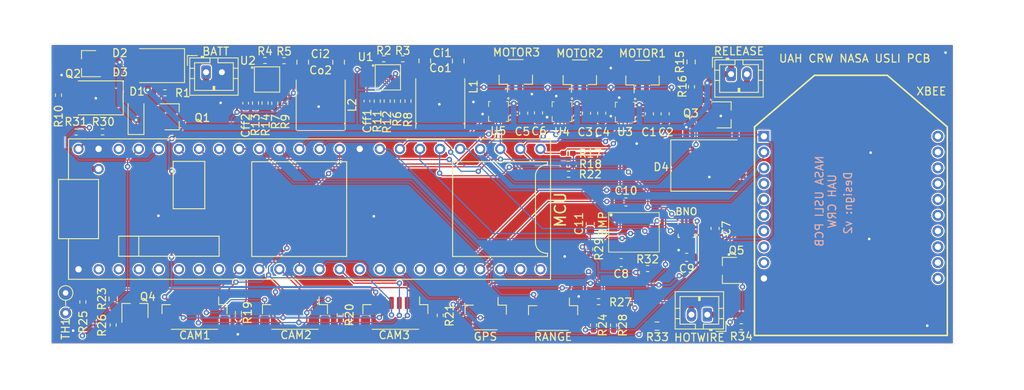
<source format=kicad_pcb>
(kicad_pcb (version 20171130) (host pcbnew "(5.1.8)-1")

  (general
    (thickness 1.6)
    (drawings 7)
    (tracks 827)
    (zones 0)
    (modules 83)
    (nets 97)
  )

  (page A4)
  (layers
    (0 F.Cu signal)
    (31 B.Cu signal)
    (32 B.Adhes user hide)
    (33 F.Adhes user hide)
    (34 B.Paste user hide)
    (35 F.Paste user hide)
    (36 B.SilkS user)
    (37 F.SilkS user)
    (38 B.Mask user hide)
    (39 F.Mask user hide)
    (40 Dwgs.User user hide)
    (41 Cmts.User user hide)
    (42 Eco1.User user hide)
    (43 Eco2.User user hide)
    (44 Edge.Cuts user)
    (45 Margin user hide)
    (46 B.CrtYd user hide)
    (47 F.CrtYd user hide)
    (48 B.Fab user hide)
    (49 F.Fab user hide)
  )

  (setup
    (last_trace_width 0.254)
    (user_trace_width 0.254)
    (user_trace_width 0.508)
    (user_trace_width 0.762)
    (trace_clearance 0.1524)
    (zone_clearance 0.1524)
    (zone_45_only no)
    (trace_min 0.1524)
    (via_size 0.6858)
    (via_drill 0.3302)
    (via_min_size 0.508)
    (via_min_drill 0.254)
    (uvia_size 0.6858)
    (uvia_drill 0.3302)
    (uvias_allowed no)
    (uvia_min_size 0.508)
    (uvia_min_drill 0.254)
    (edge_width 0.05)
    (segment_width 0.2)
    (pcb_text_width 0.3)
    (pcb_text_size 1.5 1.5)
    (mod_edge_width 0.12)
    (mod_text_size 1 1)
    (mod_text_width 0.15)
    (pad_size 1.308 1.308)
    (pad_drill 0.8)
    (pad_to_mask_clearance 0.0508)
    (aux_axis_origin 0 0)
    (visible_elements 7FFFFFFF)
    (pcbplotparams
      (layerselection 0x010fc_ffffffff)
      (usegerberextensions false)
      (usegerberattributes true)
      (usegerberadvancedattributes true)
      (creategerberjobfile true)
      (excludeedgelayer true)
      (linewidth 0.100000)
      (plotframeref false)
      (viasonmask false)
      (mode 1)
      (useauxorigin false)
      (hpglpennumber 1)
      (hpglpenspeed 20)
      (hpglpendiameter 15.000000)
      (psnegative false)
      (psa4output false)
      (plotreference true)
      (plotvalue true)
      (plotinvisibletext false)
      (padsonsilk false)
      (subtractmaskfromsilk false)
      (outputformat 1)
      (mirror false)
      (drillshape 1)
      (scaleselection 1)
      (outputdirectory ""))
  )

  (net 0 "")
  (net 1 +BATT)
  (net 2 -BATT)
  (net 3 +5V)
  (net 4 +3V3)
  (net 5 "Net-(MCU1-PadD31)")
  (net 6 "Net-(MCU1-PadD27/A13)")
  (net 7 "Net-(MCU1-PadD26/A12)")
  (net 8 "Net-(MCU1-PadD24/A10)")
  (net 9 "Net-(MCU1-Pad3.3V)")
  (net 10 "Net-(MCU1-Pad3.3V@1)")
  (net 11 "Net-(MCU1-PadD6)")
  (net 12 "Net-(MCU1-PadD5)")
  (net 13 "Net-(MCU1-PadD4)")
  (net 14 "Net-(MCU1-PadD3)")
  (net 15 "Net-(MCU1-PadD2)")
  (net 16 "Net-(MCU1-PadD1)")
  (net 17 "Net-(MCU1-PadD0)")
  (net 18 "Net-(XBEE1-Pad20)")
  (net 19 "Net-(XBEE1-Pad19)")
  (net 20 "Net-(XBEE1-Pad18)")
  (net 21 "Net-(XBEE1-Pad17)")
  (net 22 "Net-(XBEE1-Pad16)")
  (net 23 "Net-(XBEE1-Pad15)")
  (net 24 "Net-(XBEE1-Pad14)")
  (net 25 "Net-(XBEE1-Pad13)")
  (net 26 "Net-(XBEE1-Pad12)")
  (net 27 "Net-(XBEE1-Pad11)")
  (net 28 "Net-(XBEE1-Pad9)")
  (net 29 "Net-(XBEE1-Pad7)")
  (net 30 "Net-(XBEE1-Pad6)")
  (net 31 "Net-(XBEE1-Pad4)")
  (net 32 "Net-(L1-Pad1)")
  (net 33 "Net-(Cff1-Pad2)")
  (net 34 "Net-(R7-Pad2)")
  (net 35 "Net-(L2-Pad1)")
  (net 36 "Net-(Cff2-Pad2)")
  (net 37 "Net-(R9-Pad2)")
  (net 38 "Net-(R8-Pad2)")
  (net 39 "Net-(R6-Pad2)")
  (net 40 SPI_SCLK)
  (net 41 SPI_MOSI)
  (net 42 SPI_MISO)
  (net 43 BMP_INT)
  (net 44 IMU_~RESET)
  (net 45 IMU_INT)
  (net 46 IMU_ADDR_SEL)
  (net 47 I2C_SCL)
  (net 48 I2C_SDA)
  (net 49 XBEE_UART_MISO)
  (net 50 XBEE_UART_MOSI)
  (net 51 XBEE_~RESET)
  (net 52 CAM1_SS)
  (net 53 BMP_ADDR_SEL)
  (net 54 BATT_ADC)
  (net 55 THERM_ADC)
  (net 56 CAM2_SS)
  (net 57 CAM3_SS)
  (net 58 "Net-(R2-Pad2)")
  (net 59 "Net-(R4-Pad2)")
  (net 60 LEVEL1_~SLEEP)
  (net 61 LEVEL1_DIR)
  (net 62 LEVEL1_PWM)
  (net 63 LEVEL2_PWM)
  (net 64 LEVEL2_DIR)
  (net 65 LEVEL2_~SLEEP)
  (net 66 LEVEL3_~SLEEP)
  (net 67 LEVEL3_DIR)
  (net 68 LEVEL3_PWM)
  (net 69 "Net-(CAM1-Pad5)")
  (net 70 "Net-(D1-Pad1)")
  (net 71 "Net-(D1-Pad2)")
  (net 72 "Net-(D2-Pad2)")
  (net 73 USB_PWR)
  (net 74 "Net-(D4-Pad2)")
  (net 75 GPS_UART_MISO)
  (net 76 CAM_PWR)
  (net 77 GYRO_RELEASE)
  (net 78 "Net-(Q3-Pad1)")
  (net 79 "Net-(Q4-Pad1)")
  (net 80 "Net-(BATT1-Pad1)")
  (net 81 "Net-(BMP1-Pad4)")
  (net 82 "Net-(BMP1-Pad9)")
  (net 83 "Net-(BMP1-Pad10)")
  (net 84 "Net-(BMP1-Pad15)")
  (net 85 "Net-(BMP1-Pad16)")
  (net 86 "Net-(BMP1-Pad26)")
  (net 87 "Net-(BMP1-Pad27)")
  (net 88 "Net-(MOTOR1-Pad1)")
  (net 89 "Net-(MOTOR1-Pad2)")
  (net 90 "Net-(MOTOR2-Pad1)")
  (net 91 "Net-(MOTOR2-Pad2)")
  (net 92 "Net-(MOTOR3-Pad1)")
  (net 93 "Net-(MOTOR3-Pad2)")
  (net 94 HOTWIRE)
  (net 95 "Net-(Q5-Pad1)")
  (net 96 "Net-(HOTWIRE1-Pad2)")

  (net_class Default "This is the default net class."
    (clearance 0.1524)
    (trace_width 0.1524)
    (via_dia 0.6858)
    (via_drill 0.3302)
    (uvia_dia 0.6858)
    (uvia_drill 0.3302)
    (diff_pair_width 0.1524)
    (diff_pair_gap 0.1524)
    (add_net +3V3)
    (add_net +5V)
    (add_net +BATT)
    (add_net -BATT)
    (add_net BATT_ADC)
    (add_net BMP_ADDR_SEL)
    (add_net BMP_INT)
    (add_net CAM1_SS)
    (add_net CAM2_SS)
    (add_net CAM3_SS)
    (add_net CAM_PWR)
    (add_net GPS_UART_MISO)
    (add_net GYRO_RELEASE)
    (add_net HOTWIRE)
    (add_net I2C_SCL)
    (add_net I2C_SDA)
    (add_net IMU_ADDR_SEL)
    (add_net IMU_INT)
    (add_net IMU_~RESET)
    (add_net LEVEL1_DIR)
    (add_net LEVEL1_PWM)
    (add_net LEVEL1_~SLEEP)
    (add_net LEVEL2_DIR)
    (add_net LEVEL2_PWM)
    (add_net LEVEL2_~SLEEP)
    (add_net LEVEL3_DIR)
    (add_net LEVEL3_PWM)
    (add_net LEVEL3_~SLEEP)
    (add_net "Net-(BATT1-Pad1)")
    (add_net "Net-(BMP1-Pad10)")
    (add_net "Net-(BMP1-Pad15)")
    (add_net "Net-(BMP1-Pad16)")
    (add_net "Net-(BMP1-Pad26)")
    (add_net "Net-(BMP1-Pad27)")
    (add_net "Net-(BMP1-Pad4)")
    (add_net "Net-(BMP1-Pad9)")
    (add_net "Net-(CAM1-Pad5)")
    (add_net "Net-(Cff1-Pad2)")
    (add_net "Net-(Cff2-Pad2)")
    (add_net "Net-(D1-Pad1)")
    (add_net "Net-(D1-Pad2)")
    (add_net "Net-(D2-Pad2)")
    (add_net "Net-(D4-Pad2)")
    (add_net "Net-(HOTWIRE1-Pad2)")
    (add_net "Net-(L1-Pad1)")
    (add_net "Net-(L2-Pad1)")
    (add_net "Net-(MCU1-Pad3.3V)")
    (add_net "Net-(MCU1-Pad3.3V@1)")
    (add_net "Net-(MCU1-PadD0)")
    (add_net "Net-(MCU1-PadD1)")
    (add_net "Net-(MCU1-PadD2)")
    (add_net "Net-(MCU1-PadD24/A10)")
    (add_net "Net-(MCU1-PadD26/A12)")
    (add_net "Net-(MCU1-PadD27/A13)")
    (add_net "Net-(MCU1-PadD3)")
    (add_net "Net-(MCU1-PadD31)")
    (add_net "Net-(MCU1-PadD4)")
    (add_net "Net-(MCU1-PadD5)")
    (add_net "Net-(MCU1-PadD6)")
    (add_net "Net-(MOTOR1-Pad1)")
    (add_net "Net-(MOTOR1-Pad2)")
    (add_net "Net-(MOTOR2-Pad1)")
    (add_net "Net-(MOTOR2-Pad2)")
    (add_net "Net-(MOTOR3-Pad1)")
    (add_net "Net-(MOTOR3-Pad2)")
    (add_net "Net-(Q3-Pad1)")
    (add_net "Net-(Q4-Pad1)")
    (add_net "Net-(Q5-Pad1)")
    (add_net "Net-(R2-Pad2)")
    (add_net "Net-(R4-Pad2)")
    (add_net "Net-(R6-Pad2)")
    (add_net "Net-(R7-Pad2)")
    (add_net "Net-(R8-Pad2)")
    (add_net "Net-(R9-Pad2)")
    (add_net "Net-(XBEE1-Pad11)")
    (add_net "Net-(XBEE1-Pad12)")
    (add_net "Net-(XBEE1-Pad13)")
    (add_net "Net-(XBEE1-Pad14)")
    (add_net "Net-(XBEE1-Pad15)")
    (add_net "Net-(XBEE1-Pad16)")
    (add_net "Net-(XBEE1-Pad17)")
    (add_net "Net-(XBEE1-Pad18)")
    (add_net "Net-(XBEE1-Pad19)")
    (add_net "Net-(XBEE1-Pad20)")
    (add_net "Net-(XBEE1-Pad4)")
    (add_net "Net-(XBEE1-Pad6)")
    (add_net "Net-(XBEE1-Pad7)")
    (add_net "Net-(XBEE1-Pad9)")
    (add_net SPI_MISO)
    (add_net SPI_MOSI)
    (add_net SPI_SCLK)
    (add_net THERM_ADC)
    (add_net USB_PWR)
    (add_net XBEE_UART_MISO)
    (add_net XBEE_UART_MOSI)
    (add_net XBEE_~RESET)
  )

  (net_class 1A ""
    (clearance 0.1524)
    (trace_width 0.254)
    (via_dia 0.6858)
    (via_drill 0.3302)
    (uvia_dia 0.6858)
    (uvia_drill 0.3302)
    (diff_pair_width 0.1524)
    (diff_pair_gap 0.1524)
  )

  (module Connector_JST:JST_PH_B2B-PH-K_1x02_P2.00mm_Vertical (layer F.Cu) (tedit 5B7745C2) (tstamp 60090AF7)
    (at 108.49204 59.71286 180)
    (descr "JST PH series connector, B2B-PH-K (http://www.jst-mfg.com/product/pdf/eng/ePH.pdf), generated with kicad-footprint-generator")
    (tags "connector JST PH side entry")
    (path /600901CE)
    (fp_text reference HOTWIRE (at 1 -2.9) (layer F.SilkS)
      (effects (font (size 1 1) (thickness 0.15)))
    )
    (fp_text value HOTWIRE (at 1 4) (layer F.Fab)
      (effects (font (size 1 1) (thickness 0.15)))
    )
    (fp_text user %R (at 1 1.5) (layer F.Fab)
      (effects (font (size 1 1) (thickness 0.15)))
    )
    (fp_line (start -2.06 -1.81) (end -2.06 2.91) (layer F.SilkS) (width 0.12))
    (fp_line (start -2.06 2.91) (end 4.06 2.91) (layer F.SilkS) (width 0.12))
    (fp_line (start 4.06 2.91) (end 4.06 -1.81) (layer F.SilkS) (width 0.12))
    (fp_line (start 4.06 -1.81) (end -2.06 -1.81) (layer F.SilkS) (width 0.12))
    (fp_line (start -0.3 -1.81) (end -0.3 -2.01) (layer F.SilkS) (width 0.12))
    (fp_line (start -0.3 -2.01) (end -0.6 -2.01) (layer F.SilkS) (width 0.12))
    (fp_line (start -0.6 -2.01) (end -0.6 -1.81) (layer F.SilkS) (width 0.12))
    (fp_line (start -0.3 -1.91) (end -0.6 -1.91) (layer F.SilkS) (width 0.12))
    (fp_line (start 0.5 -1.81) (end 0.5 -1.2) (layer F.SilkS) (width 0.12))
    (fp_line (start 0.5 -1.2) (end -1.45 -1.2) (layer F.SilkS) (width 0.12))
    (fp_line (start -1.45 -1.2) (end -1.45 2.3) (layer F.SilkS) (width 0.12))
    (fp_line (start -1.45 2.3) (end 3.45 2.3) (layer F.SilkS) (width 0.12))
    (fp_line (start 3.45 2.3) (end 3.45 -1.2) (layer F.SilkS) (width 0.12))
    (fp_line (start 3.45 -1.2) (end 1.5 -1.2) (layer F.SilkS) (width 0.12))
    (fp_line (start 1.5 -1.2) (end 1.5 -1.81) (layer F.SilkS) (width 0.12))
    (fp_line (start -2.06 -0.5) (end -1.45 -0.5) (layer F.SilkS) (width 0.12))
    (fp_line (start -2.06 0.8) (end -1.45 0.8) (layer F.SilkS) (width 0.12))
    (fp_line (start 4.06 -0.5) (end 3.45 -0.5) (layer F.SilkS) (width 0.12))
    (fp_line (start 4.06 0.8) (end 3.45 0.8) (layer F.SilkS) (width 0.12))
    (fp_line (start 0.9 2.3) (end 0.9 1.8) (layer F.SilkS) (width 0.12))
    (fp_line (start 0.9 1.8) (end 1.1 1.8) (layer F.SilkS) (width 0.12))
    (fp_line (start 1.1 1.8) (end 1.1 2.3) (layer F.SilkS) (width 0.12))
    (fp_line (start 1 2.3) (end 1 1.8) (layer F.SilkS) (width 0.12))
    (fp_line (start -1.11 -2.11) (end -2.36 -2.11) (layer F.SilkS) (width 0.12))
    (fp_line (start -2.36 -2.11) (end -2.36 -0.86) (layer F.SilkS) (width 0.12))
    (fp_line (start -1.11 -2.11) (end -2.36 -2.11) (layer F.Fab) (width 0.1))
    (fp_line (start -2.36 -2.11) (end -2.36 -0.86) (layer F.Fab) (width 0.1))
    (fp_line (start -1.95 -1.7) (end -1.95 2.8) (layer F.Fab) (width 0.1))
    (fp_line (start -1.95 2.8) (end 3.95 2.8) (layer F.Fab) (width 0.1))
    (fp_line (start 3.95 2.8) (end 3.95 -1.7) (layer F.Fab) (width 0.1))
    (fp_line (start 3.95 -1.7) (end -1.95 -1.7) (layer F.Fab) (width 0.1))
    (fp_line (start -2.45 -2.2) (end -2.45 3.3) (layer F.CrtYd) (width 0.05))
    (fp_line (start -2.45 3.3) (end 4.45 3.3) (layer F.CrtYd) (width 0.05))
    (fp_line (start 4.45 3.3) (end 4.45 -2.2) (layer F.CrtYd) (width 0.05))
    (fp_line (start 4.45 -2.2) (end -2.45 -2.2) (layer F.CrtYd) (width 0.05))
    (pad 2 thru_hole oval (at 2 0 180) (size 1.2 1.75) (drill 0.75) (layers *.Cu *.Mask)
      (net 96 "Net-(HOTWIRE1-Pad2)"))
    (pad 1 thru_hole roundrect (at 0 0 180) (size 1.2 1.75) (drill 0.75) (layers *.Cu *.Mask) (roundrect_rratio 0.208333)
      (net 1 +BATT))
    (model ${KISYS3DMOD}/Connector_JST.3dshapes/JST_PH_B2B-PH-K_1x02_P2.00mm_Vertical.wrl
      (at (xyz 0 0 0))
      (scale (xyz 1 1 1))
      (rotate (xyz 0 0 0))
    )
  )

  (module Resistor_SMD:R_0402_1005Metric_Pad0.72x0.64mm_HandSolder (layer F.Cu) (tedit 5F6BB9E0) (tstamp 60090A78)
    (at 112.79064 61.23686)
    (descr "Resistor SMD 0402 (1005 Metric), square (rectangular) end terminal, IPC_7351 nominal with elongated pad for handsoldering. (Body size source: IPC-SM-782 page 72, https://www.pcb-3d.com/wordpress/wp-content/uploads/ipc-sm-782a_amendment_1_and_2.pdf), generated with kicad-footprint-generator")
    (tags "resistor handsolder")
    (path /600901C0)
    (attr smd)
    (fp_text reference R34 (at 0.0006 1.23698) (layer F.SilkS)
      (effects (font (size 1 1) (thickness 0.15)))
    )
    (fp_text value 10k (at 0 1.17) (layer F.Fab)
      (effects (font (size 1 1) (thickness 0.15)))
    )
    (fp_text user %R (at 0 0) (layer F.Fab)
      (effects (font (size 0.26 0.26) (thickness 0.04)))
    )
    (fp_line (start -0.525 0.27) (end -0.525 -0.27) (layer F.Fab) (width 0.1))
    (fp_line (start -0.525 -0.27) (end 0.525 -0.27) (layer F.Fab) (width 0.1))
    (fp_line (start 0.525 -0.27) (end 0.525 0.27) (layer F.Fab) (width 0.1))
    (fp_line (start 0.525 0.27) (end -0.525 0.27) (layer F.Fab) (width 0.1))
    (fp_line (start -0.167621 -0.38) (end 0.167621 -0.38) (layer F.SilkS) (width 0.12))
    (fp_line (start -0.167621 0.38) (end 0.167621 0.38) (layer F.SilkS) (width 0.12))
    (fp_line (start -1.1 0.47) (end -1.1 -0.47) (layer F.CrtYd) (width 0.05))
    (fp_line (start -1.1 -0.47) (end 1.1 -0.47) (layer F.CrtYd) (width 0.05))
    (fp_line (start 1.1 -0.47) (end 1.1 0.47) (layer F.CrtYd) (width 0.05))
    (fp_line (start 1.1 0.47) (end -1.1 0.47) (layer F.CrtYd) (width 0.05))
    (pad 2 smd roundrect (at 0.5975 0) (size 0.715 0.64) (layers F.Cu F.Paste F.Mask) (roundrect_rratio 0.25)
      (net 2 -BATT))
    (pad 1 smd roundrect (at -0.5975 0) (size 0.715 0.64) (layers F.Cu F.Paste F.Mask) (roundrect_rratio 0.25)
      (net 95 "Net-(Q5-Pad1)"))
    (model ${KISYS3DMOD}/Resistor_SMD.3dshapes/R_0402_1005Metric.wrl
      (at (xyz 0 0 0))
      (scale (xyz 1 1 1))
      (rotate (xyz 0 0 0))
    )
  )

  (module Resistor_SMD:R_0603_1608Metric_Pad0.98x0.95mm_HandSolder (layer F.Cu) (tedit 5F68FEEE) (tstamp 60090A67)
    (at 102.1353 61.1632 180)
    (descr "Resistor SMD 0603 (1608 Metric), square (rectangular) end terminal, IPC_7351 nominal with elongated pad for handsoldering. (Body size source: IPC-SM-782 page 72, https://www.pcb-3d.com/wordpress/wp-content/uploads/ipc-sm-782a_amendment_1_and_2.pdf), generated with kicad-footprint-generator")
    (tags "resistor handsolder")
    (path /600901D7)
    (attr smd)
    (fp_text reference R33 (at -0.0489 -1.3843) (layer F.SilkS)
      (effects (font (size 1 1) (thickness 0.15)))
    )
    (fp_text value 220 (at 0 1.43) (layer F.Fab)
      (effects (font (size 1 1) (thickness 0.15)))
    )
    (fp_text user %R (at 0 0) (layer F.Fab)
      (effects (font (size 0.4 0.4) (thickness 0.06)))
    )
    (fp_line (start -0.8 0.4125) (end -0.8 -0.4125) (layer F.Fab) (width 0.1))
    (fp_line (start -0.8 -0.4125) (end 0.8 -0.4125) (layer F.Fab) (width 0.1))
    (fp_line (start 0.8 -0.4125) (end 0.8 0.4125) (layer F.Fab) (width 0.1))
    (fp_line (start 0.8 0.4125) (end -0.8 0.4125) (layer F.Fab) (width 0.1))
    (fp_line (start -0.254724 -0.5225) (end 0.254724 -0.5225) (layer F.SilkS) (width 0.12))
    (fp_line (start -0.254724 0.5225) (end 0.254724 0.5225) (layer F.SilkS) (width 0.12))
    (fp_line (start -1.65 0.73) (end -1.65 -0.73) (layer F.CrtYd) (width 0.05))
    (fp_line (start -1.65 -0.73) (end 1.65 -0.73) (layer F.CrtYd) (width 0.05))
    (fp_line (start 1.65 -0.73) (end 1.65 0.73) (layer F.CrtYd) (width 0.05))
    (fp_line (start 1.65 0.73) (end -1.65 0.73) (layer F.CrtYd) (width 0.05))
    (pad 2 smd roundrect (at 0.9125 0 180) (size 0.975 0.95) (layers F.Cu F.Paste F.Mask) (roundrect_rratio 0.25)
      (net 94 HOTWIRE))
    (pad 1 smd roundrect (at -0.9125 0 180) (size 0.975 0.95) (layers F.Cu F.Paste F.Mask) (roundrect_rratio 0.25)
      (net 95 "Net-(Q5-Pad1)"))
    (model ${KISYS3DMOD}/Resistor_SMD.3dshapes/R_0603_1608Metric.wrl
      (at (xyz 0 0 0))
      (scale (xyz 1 1 1))
      (rotate (xyz 0 0 0))
    )
  )

  (module Package_TO_SOT_SMD:SC-59_Handsoldering (layer F.Cu) (tedit 5A0AB732) (tstamp 60090827)
    (at 111.34598 54.10708 180)
    (descr "SC-59, hand-soldering varaint, https://lib.chipdip.ru/images/import_diod/original/SOT-23_SC-59.jpg")
    (tags "SC-59 hand-soldering")
    (path /600901B9)
    (attr smd)
    (fp_text reference Q5 (at -0.83566 2.52984) (layer F.SilkS)
      (effects (font (size 1 1) (thickness 0.15)))
    )
    (fp_text value Q_NMOS_GSD (at 0 2.5) (layer F.Fab)
      (effects (font (size 1 1) (thickness 0.15)))
    )
    (fp_text user %R (at 0 0 90) (layer F.Fab)
      (effects (font (size 0.5 0.5) (thickness 0.075)))
    )
    (fp_line (start -0.85 1.55) (end -0.85 -1) (layer F.Fab) (width 0.1))
    (fp_line (start -1.45 -1.65) (end 0.95 -1.65) (layer F.SilkS) (width 0.12))
    (fp_line (start 0.95 -1.65) (end 0.95 -0.6) (layer F.SilkS) (width 0.12))
    (fp_line (start -0.85 1.65) (end 0.95 1.65) (layer F.SilkS) (width 0.12))
    (fp_line (start 0.95 1.65) (end 0.95 0.6) (layer F.SilkS) (width 0.12))
    (fp_line (start -0.85 1.55) (end 0.85 1.55) (layer F.Fab) (width 0.1))
    (fp_line (start -0.3 -1.55) (end -0.85 -1) (layer F.Fab) (width 0.1))
    (fp_line (start -0.3 -1.55) (end 0.85 -1.55) (layer F.Fab) (width 0.1))
    (fp_line (start 0.85 -1.52) (end 0.85 1.52) (layer F.Fab) (width 0.1))
    (fp_line (start -2.8 -1.8) (end 2.8 -1.8) (layer F.CrtYd) (width 0.05))
    (fp_line (start -2.8 -1.8) (end -2.8 1.8) (layer F.CrtYd) (width 0.05))
    (fp_line (start 2.8 1.8) (end 2.8 -1.8) (layer F.CrtYd) (width 0.05))
    (fp_line (start 2.8 1.8) (end -2.8 1.8) (layer F.CrtYd) (width 0.05))
    (pad 3 smd rect (at 1.65 0 180) (size 1.8 0.8) (layers F.Cu F.Paste F.Mask)
      (net 96 "Net-(HOTWIRE1-Pad2)"))
    (pad 2 smd rect (at -1.65 0.95 180) (size 1.8 0.8) (layers F.Cu F.Paste F.Mask)
      (net 2 -BATT))
    (pad 1 smd rect (at -1.65 -0.95 180) (size 1.8 0.8) (layers F.Cu F.Paste F.Mask)
      (net 95 "Net-(Q5-Pad1)"))
    (model ${KISYS3DMOD}/Package_TO_SOT_SMD.3dshapes/SC-59.wrl
      (at (xyz 0 0 0))
      (scale (xyz 1 1 1))
      (rotate (xyz 0 0 0))
    )
  )

  (module Resistor_SMD:R_0603_1608Metric_Pad0.98x0.95mm_HandSolder (layer F.Cu) (tedit 5F68FEEE) (tstamp 5FE5E4ED)
    (at 106.44632 27.70442 90)
    (descr "Resistor SMD 0603 (1608 Metric), square (rectangular) end terminal, IPC_7351 nominal with elongated pad for handsoldering. (Body size source: IPC-SM-782 page 72, https://www.pcb-3d.com/wordpress/wp-content/uploads/ipc-sm-782a_amendment_1_and_2.pdf), generated with kicad-footprint-generator")
    (tags "resistor handsolder")
    (path /60F92F35)
    (attr smd)
    (fp_text reference R15 (at 0 -1.43 90) (layer F.SilkS)
      (effects (font (size 1 1) (thickness 0.15)))
    )
    (fp_text value 220 (at 0 1.43 90) (layer F.Fab)
      (effects (font (size 1 1) (thickness 0.15)))
    )
    (fp_line (start 1.65 0.73) (end -1.65 0.73) (layer F.CrtYd) (width 0.05))
    (fp_line (start 1.65 -0.73) (end 1.65 0.73) (layer F.CrtYd) (width 0.05))
    (fp_line (start -1.65 -0.73) (end 1.65 -0.73) (layer F.CrtYd) (width 0.05))
    (fp_line (start -1.65 0.73) (end -1.65 -0.73) (layer F.CrtYd) (width 0.05))
    (fp_line (start -0.254724 0.5225) (end 0.254724 0.5225) (layer F.SilkS) (width 0.12))
    (fp_line (start -0.254724 -0.5225) (end 0.254724 -0.5225) (layer F.SilkS) (width 0.12))
    (fp_line (start 0.8 0.4125) (end -0.8 0.4125) (layer F.Fab) (width 0.1))
    (fp_line (start 0.8 -0.4125) (end 0.8 0.4125) (layer F.Fab) (width 0.1))
    (fp_line (start -0.8 -0.4125) (end 0.8 -0.4125) (layer F.Fab) (width 0.1))
    (fp_line (start -0.8 0.4125) (end -0.8 -0.4125) (layer F.Fab) (width 0.1))
    (fp_text user %R (at 0 0 90) (layer F.Fab)
      (effects (font (size 0.4 0.4) (thickness 0.06)))
    )
    (pad 2 smd roundrect (at 0.9125 0 90) (size 0.975 0.95) (layers F.Cu F.Paste F.Mask) (roundrect_rratio 0.25)
      (net 77 GYRO_RELEASE))
    (pad 1 smd roundrect (at -0.9125 0 90) (size 0.975 0.95) (layers F.Cu F.Paste F.Mask) (roundrect_rratio 0.25)
      (net 78 "Net-(Q3-Pad1)"))
    (model ${KISYS3DMOD}/Resistor_SMD.3dshapes/R_0603_1608Metric.wrl
      (at (xyz 0 0 0))
      (scale (xyz 1 1 1))
      (rotate (xyz 0 0 0))
    )
  )

  (module Resistor_SMD:R_0402_1005Metric_Pad0.72x0.64mm_HandSolder (layer F.Cu) (tedit 5F6BB9E0) (tstamp 5FE7567D)
    (at 96.63684 61.05204 270)
    (descr "Resistor SMD 0402 (1005 Metric), square (rectangular) end terminal, IPC_7351 nominal with elongated pad for handsoldering. (Body size source: IPC-SM-782 page 72, https://www.pcb-3d.com/wordpress/wp-content/uploads/ipc-sm-782a_amendment_1_and_2.pdf), generated with kicad-footprint-generator")
    (tags "resistor handsolder")
    (path /5FEB5709)
    (attr smd)
    (fp_text reference R28 (at 0 -1.17 90) (layer F.SilkS)
      (effects (font (size 1 1) (thickness 0.15)))
    )
    (fp_text value 4.7k (at 0 1.17 90) (layer F.Fab)
      (effects (font (size 1 1) (thickness 0.15)))
    )
    (fp_line (start 1.1 0.47) (end -1.1 0.47) (layer F.CrtYd) (width 0.05))
    (fp_line (start 1.1 -0.47) (end 1.1 0.47) (layer F.CrtYd) (width 0.05))
    (fp_line (start -1.1 -0.47) (end 1.1 -0.47) (layer F.CrtYd) (width 0.05))
    (fp_line (start -1.1 0.47) (end -1.1 -0.47) (layer F.CrtYd) (width 0.05))
    (fp_line (start -0.167621 0.38) (end 0.167621 0.38) (layer F.SilkS) (width 0.12))
    (fp_line (start -0.167621 -0.38) (end 0.167621 -0.38) (layer F.SilkS) (width 0.12))
    (fp_line (start 0.525 0.27) (end -0.525 0.27) (layer F.Fab) (width 0.1))
    (fp_line (start 0.525 -0.27) (end 0.525 0.27) (layer F.Fab) (width 0.1))
    (fp_line (start -0.525 -0.27) (end 0.525 -0.27) (layer F.Fab) (width 0.1))
    (fp_line (start -0.525 0.27) (end -0.525 -0.27) (layer F.Fab) (width 0.1))
    (fp_text user %R (at 0 0 90) (layer F.Fab)
      (effects (font (size 0.26 0.26) (thickness 0.04)))
    )
    (pad 2 smd roundrect (at 0.5975 0 270) (size 0.715 0.64) (layers F.Cu F.Paste F.Mask) (roundrect_rratio 0.25)
      (net 48 I2C_SDA))
    (pad 1 smd roundrect (at -0.5975 0 270) (size 0.715 0.64) (layers F.Cu F.Paste F.Mask) (roundrect_rratio 0.25)
      (net 4 +3V3))
    (model ${KISYS3DMOD}/Resistor_SMD.3dshapes/R_0402_1005Metric.wrl
      (at (xyz 0 0 0))
      (scale (xyz 1 1 1))
      (rotate (xyz 0 0 0))
    )
  )

  (module Connector_JST:JST_PH_B2B-PH-K_1x02_P2.00mm_Vertical (layer F.Cu) (tedit 5B7745C2) (tstamp 5FEAE8C3)
    (at 111.50092 29.25318)
    (descr "JST PH series connector, B2B-PH-K (http://www.jst-mfg.com/product/pdf/eng/ePH.pdf), generated with kicad-footprint-generator")
    (tags "connector JST PH side entry")
    (path /5FE6CB20)
    (fp_text reference RELEASE (at 1 -2.9) (layer F.SilkS)
      (effects (font (size 1 1) (thickness 0.15)))
    )
    (fp_text value AUTOGYRO_RELEASE (at 1 4) (layer F.Fab)
      (effects (font (size 1 1) (thickness 0.15)))
    )
    (fp_line (start 4.45 -2.2) (end -2.45 -2.2) (layer F.CrtYd) (width 0.05))
    (fp_line (start 4.45 3.3) (end 4.45 -2.2) (layer F.CrtYd) (width 0.05))
    (fp_line (start -2.45 3.3) (end 4.45 3.3) (layer F.CrtYd) (width 0.05))
    (fp_line (start -2.45 -2.2) (end -2.45 3.3) (layer F.CrtYd) (width 0.05))
    (fp_line (start 3.95 -1.7) (end -1.95 -1.7) (layer F.Fab) (width 0.1))
    (fp_line (start 3.95 2.8) (end 3.95 -1.7) (layer F.Fab) (width 0.1))
    (fp_line (start -1.95 2.8) (end 3.95 2.8) (layer F.Fab) (width 0.1))
    (fp_line (start -1.95 -1.7) (end -1.95 2.8) (layer F.Fab) (width 0.1))
    (fp_line (start -2.36 -2.11) (end -2.36 -0.86) (layer F.Fab) (width 0.1))
    (fp_line (start -1.11 -2.11) (end -2.36 -2.11) (layer F.Fab) (width 0.1))
    (fp_line (start -2.36 -2.11) (end -2.36 -0.86) (layer F.SilkS) (width 0.12))
    (fp_line (start -1.11 -2.11) (end -2.36 -2.11) (layer F.SilkS) (width 0.12))
    (fp_line (start 1 2.3) (end 1 1.8) (layer F.SilkS) (width 0.12))
    (fp_line (start 1.1 1.8) (end 1.1 2.3) (layer F.SilkS) (width 0.12))
    (fp_line (start 0.9 1.8) (end 1.1 1.8) (layer F.SilkS) (width 0.12))
    (fp_line (start 0.9 2.3) (end 0.9 1.8) (layer F.SilkS) (width 0.12))
    (fp_line (start 4.06 0.8) (end 3.45 0.8) (layer F.SilkS) (width 0.12))
    (fp_line (start 4.06 -0.5) (end 3.45 -0.5) (layer F.SilkS) (width 0.12))
    (fp_line (start -2.06 0.8) (end -1.45 0.8) (layer F.SilkS) (width 0.12))
    (fp_line (start -2.06 -0.5) (end -1.45 -0.5) (layer F.SilkS) (width 0.12))
    (fp_line (start 1.5 -1.2) (end 1.5 -1.81) (layer F.SilkS) (width 0.12))
    (fp_line (start 3.45 -1.2) (end 1.5 -1.2) (layer F.SilkS) (width 0.12))
    (fp_line (start 3.45 2.3) (end 3.45 -1.2) (layer F.SilkS) (width 0.12))
    (fp_line (start -1.45 2.3) (end 3.45 2.3) (layer F.SilkS) (width 0.12))
    (fp_line (start -1.45 -1.2) (end -1.45 2.3) (layer F.SilkS) (width 0.12))
    (fp_line (start 0.5 -1.2) (end -1.45 -1.2) (layer F.SilkS) (width 0.12))
    (fp_line (start 0.5 -1.81) (end 0.5 -1.2) (layer F.SilkS) (width 0.12))
    (fp_line (start -0.3 -1.91) (end -0.6 -1.91) (layer F.SilkS) (width 0.12))
    (fp_line (start -0.6 -2.01) (end -0.6 -1.81) (layer F.SilkS) (width 0.12))
    (fp_line (start -0.3 -2.01) (end -0.6 -2.01) (layer F.SilkS) (width 0.12))
    (fp_line (start -0.3 -1.81) (end -0.3 -2.01) (layer F.SilkS) (width 0.12))
    (fp_line (start 4.06 -1.81) (end -2.06 -1.81) (layer F.SilkS) (width 0.12))
    (fp_line (start 4.06 2.91) (end 4.06 -1.81) (layer F.SilkS) (width 0.12))
    (fp_line (start -2.06 2.91) (end 4.06 2.91) (layer F.SilkS) (width 0.12))
    (fp_line (start -2.06 -1.81) (end -2.06 2.91) (layer F.SilkS) (width 0.12))
    (fp_text user %R (at 1 1.5) (layer F.Fab)
      (effects (font (size 1 1) (thickness 0.15)))
    )
    (pad 2 thru_hole oval (at 2 0) (size 1.2 1.75) (drill 0.75) (layers *.Cu *.Mask)
      (net 74 "Net-(D4-Pad2)"))
    (pad 1 thru_hole roundrect (at 0 0) (size 1.2 1.75) (drill 0.75) (layers *.Cu *.Mask) (roundrect_rratio 0.208333)
      (net 1 +BATT))
    (model ${KISYS3DMOD}/Connector_JST.3dshapes/JST_PH_B2B-PH-K_1x02_P2.00mm_Vertical.wrl
      (at (xyz 0 0 0))
      (scale (xyz 1 1 1))
      (rotate (xyz 0 0 0))
    )
  )

  (module Connector_JST:JST_PH_B2B-PH-K_1x02_P2.00mm_Vertical (layer F.Cu) (tedit 5B7745C2) (tstamp 5FEADDD6)
    (at 45.10786 29.01188)
    (descr "JST PH series connector, B2B-PH-K (http://www.jst-mfg.com/product/pdf/eng/ePH.pdf), generated with kicad-footprint-generator")
    (tags "connector JST PH side entry")
    (path /5FF7185A)
    (fp_text reference BATT (at 1.22936 -2.63652) (layer F.SilkS)
      (effects (font (size 1 1) (thickness 0.15)))
    )
    (fp_text value BATTERIES (at 1 4) (layer F.Fab)
      (effects (font (size 1 1) (thickness 0.15)))
    )
    (fp_line (start 4.45 -2.2) (end -2.45 -2.2) (layer F.CrtYd) (width 0.05))
    (fp_line (start 4.45 3.3) (end 4.45 -2.2) (layer F.CrtYd) (width 0.05))
    (fp_line (start -2.45 3.3) (end 4.45 3.3) (layer F.CrtYd) (width 0.05))
    (fp_line (start -2.45 -2.2) (end -2.45 3.3) (layer F.CrtYd) (width 0.05))
    (fp_line (start 3.95 -1.7) (end -1.95 -1.7) (layer F.Fab) (width 0.1))
    (fp_line (start 3.95 2.8) (end 3.95 -1.7) (layer F.Fab) (width 0.1))
    (fp_line (start -1.95 2.8) (end 3.95 2.8) (layer F.Fab) (width 0.1))
    (fp_line (start -1.95 -1.7) (end -1.95 2.8) (layer F.Fab) (width 0.1))
    (fp_line (start -2.36 -2.11) (end -2.36 -0.86) (layer F.Fab) (width 0.1))
    (fp_line (start -1.11 -2.11) (end -2.36 -2.11) (layer F.Fab) (width 0.1))
    (fp_line (start -2.36 -2.11) (end -2.36 -0.86) (layer F.SilkS) (width 0.12))
    (fp_line (start -1.11 -2.11) (end -2.36 -2.11) (layer F.SilkS) (width 0.12))
    (fp_line (start 1 2.3) (end 1 1.8) (layer F.SilkS) (width 0.12))
    (fp_line (start 1.1 1.8) (end 1.1 2.3) (layer F.SilkS) (width 0.12))
    (fp_line (start 0.9 1.8) (end 1.1 1.8) (layer F.SilkS) (width 0.12))
    (fp_line (start 0.9 2.3) (end 0.9 1.8) (layer F.SilkS) (width 0.12))
    (fp_line (start 4.06 0.8) (end 3.45 0.8) (layer F.SilkS) (width 0.12))
    (fp_line (start 4.06 -0.5) (end 3.45 -0.5) (layer F.SilkS) (width 0.12))
    (fp_line (start -2.06 0.8) (end -1.45 0.8) (layer F.SilkS) (width 0.12))
    (fp_line (start -2.06 -0.5) (end -1.45 -0.5) (layer F.SilkS) (width 0.12))
    (fp_line (start 1.5 -1.2) (end 1.5 -1.81) (layer F.SilkS) (width 0.12))
    (fp_line (start 3.45 -1.2) (end 1.5 -1.2) (layer F.SilkS) (width 0.12))
    (fp_line (start 3.45 2.3) (end 3.45 -1.2) (layer F.SilkS) (width 0.12))
    (fp_line (start -1.45 2.3) (end 3.45 2.3) (layer F.SilkS) (width 0.12))
    (fp_line (start -1.45 -1.2) (end -1.45 2.3) (layer F.SilkS) (width 0.12))
    (fp_line (start 0.5 -1.2) (end -1.45 -1.2) (layer F.SilkS) (width 0.12))
    (fp_line (start 0.5 -1.81) (end 0.5 -1.2) (layer F.SilkS) (width 0.12))
    (fp_line (start -0.3 -1.91) (end -0.6 -1.91) (layer F.SilkS) (width 0.12))
    (fp_line (start -0.6 -2.01) (end -0.6 -1.81) (layer F.SilkS) (width 0.12))
    (fp_line (start -0.3 -2.01) (end -0.6 -2.01) (layer F.SilkS) (width 0.12))
    (fp_line (start -0.3 -1.81) (end -0.3 -2.01) (layer F.SilkS) (width 0.12))
    (fp_line (start 4.06 -1.81) (end -2.06 -1.81) (layer F.SilkS) (width 0.12))
    (fp_line (start 4.06 2.91) (end 4.06 -1.81) (layer F.SilkS) (width 0.12))
    (fp_line (start -2.06 2.91) (end 4.06 2.91) (layer F.SilkS) (width 0.12))
    (fp_line (start -2.06 -1.81) (end -2.06 2.91) (layer F.SilkS) (width 0.12))
    (fp_text user %R (at 1 1.5) (layer F.Fab)
      (effects (font (size 1 1) (thickness 0.15)))
    )
    (pad 2 thru_hole oval (at 2 0) (size 1.2 1.75) (drill 0.75) (layers *.Cu *.Mask)
      (net 2 -BATT))
    (pad 1 thru_hole roundrect (at 0 0) (size 1.2 1.75) (drill 0.75) (layers *.Cu *.Mask) (roundrect_rratio 0.208333)
      (net 80 "Net-(BATT1-Pad1)"))
    (model ${KISYS3DMOD}/Connector_JST.3dshapes/JST_PH_B2B-PH-K_1x02_P2.00mm_Vertical.wrl
      (at (xyz 0 0 0))
      (scale (xyz 1 1 1))
      (rotate (xyz 0 0 0))
    )
  )

  (module BMP388:PQFN50P200X200X80-10N (layer F.Cu) (tedit 5FE55A1B) (tstamp 5FE5F19C)
    (at 105.8418 48.89246 180)
    (path /5FDD1DDB)
    (fp_text reference BNO (at -0.00254 2.23774) (layer F.SilkS)
      (effects (font (size 0.889 0.889) (thickness 0.1524)))
    )
    (fp_text value BMP388 (at 0 1.775) (layer F.Fab)
      (effects (font (size 0.320487 0.320487) (thickness 0.015)))
    )
    (fp_line (start 1.5 1.5) (end -1.5 1.5) (layer F.CrtYd) (width 0.05))
    (fp_line (start -1.5 1.5) (end -1.5 -1.5) (layer F.CrtYd) (width 0.05))
    (fp_line (start -1.5 -1.5) (end 1.5 -1.5) (layer F.CrtYd) (width 0.05))
    (fp_line (start 1.5 -1.5) (end 1.5 1.5) (layer F.CrtYd) (width 0.05))
    (fp_line (start 1.03 1.03) (end -1.03 1.03) (layer F.Fab) (width 0.127))
    (fp_line (start -1.03 1.03) (end -1.03 -1.03) (layer F.Fab) (width 0.127))
    (fp_line (start -1.03 -1.03) (end 1.03 -1.03) (layer F.Fab) (width 0.127))
    (fp_line (start 1.03 -1.03) (end 1.03 1.03) (layer F.Fab) (width 0.127))
    (fp_line (start -0.85 1.03) (end -1.03 1.03) (layer F.SilkS) (width 0.127))
    (fp_line (start -1.03 1.03) (end -1.03 0.63) (layer F.SilkS) (width 0.127))
    (fp_line (start -1.03 -0.63) (end -1.03 -1.03) (layer F.SilkS) (width 0.127))
    (fp_line (start -1.03 -1.03) (end -0.85 -1.03) (layer F.SilkS) (width 0.127))
    (fp_line (start 0.85 -1.03) (end 1.03 -1.03) (layer F.SilkS) (width 0.127))
    (fp_line (start 1.03 -1.03) (end 1.03 -0.63) (layer F.SilkS) (width 0.127))
    (fp_line (start 0.85 1.03) (end 1.03 1.03) (layer F.SilkS) (width 0.127))
    (fp_line (start 1.03 1.03) (end 1.03 0.63) (layer F.SilkS) (width 0.127))
    (fp_circle (center -1.3 -0.725) (end -1.2 -0.725) (layer F.SilkS) (width 0.1))
    (pad 10 smd rect (at -0.5 -1.025 180) (size 0.3 0.85) (layers F.Cu F.Paste F.Mask)
      (net 4 +3V3))
    (pad 9 smd rect (at 0 -1.025 180) (size 0.3 0.85) (layers F.Cu F.Paste F.Mask)
      (net 2 -BATT))
    (pad 8 smd rect (at 0.5 -1.025 180) (size 0.3 0.85) (layers F.Cu F.Paste F.Mask)
      (net 2 -BATT))
    (pad 7 smd rect (at 1.025 -0.25 180) (size 0.85 0.3) (layers F.Cu F.Paste F.Mask)
      (net 43 BMP_INT))
    (pad 6 smd rect (at 1.025 0.25 180) (size 0.85 0.3) (layers F.Cu F.Paste F.Mask)
      (net 4 +3V3))
    (pad 5 smd rect (at 0.5 1.025 180) (size 0.3 0.85) (layers F.Cu F.Paste F.Mask)
      (net 53 BMP_ADDR_SEL))
    (pad 4 smd rect (at 0 1.025 180) (size 0.3 0.85) (layers F.Cu F.Paste F.Mask)
      (net 48 I2C_SDA))
    (pad 3 smd rect (at -0.5 1.025 180) (size 0.3 0.85) (layers F.Cu F.Paste F.Mask)
      (net 2 -BATT))
    (pad 2 smd rect (at -1.025 0.25 180) (size 0.85 0.3) (layers F.Cu F.Paste F.Mask)
      (net 47 I2C_SCL))
    (pad 1 smd rect (at -1.025 -0.25 180) (size 0.85 0.3) (layers F.Cu F.Paste F.Mask)
      (net 4 +3V3))
  )

  (module Connector_JST:JST_SH_BM03B-SRSS-TB_1x03-1MP_P1.00mm_Vertical (layer F.Cu) (tedit 5B78AD87) (tstamp 5FE71FE4)
    (at 80.47098 59.61522 180)
    (descr "JST SH series connector, BM03B-SRSS-TB (http://www.jst-mfg.com/product/pdf/eng/eSH.pdf), generated with kicad-footprint-generator")
    (tags "connector JST SH side entry")
    (path /6072A007)
    (attr smd)
    (fp_text reference GPS (at 0.0368 -2.87132) (layer F.SilkS)
      (effects (font (size 1 1) (thickness 0.15)))
    )
    (fp_text value GPS_Connector (at 0 3.3) (layer F.Fab)
      (effects (font (size 1 1) (thickness 0.15)))
    )
    (fp_line (start -2.5 1) (end 2.5 1) (layer F.Fab) (width 0.1))
    (fp_line (start -2.61 -0.04) (end -2.61 1.11) (layer F.SilkS) (width 0.12))
    (fp_line (start -2.61 1.11) (end -1.56 1.11) (layer F.SilkS) (width 0.12))
    (fp_line (start -1.56 1.11) (end -1.56 2.1) (layer F.SilkS) (width 0.12))
    (fp_line (start 2.61 -0.04) (end 2.61 1.11) (layer F.SilkS) (width 0.12))
    (fp_line (start 2.61 1.11) (end 1.56 1.11) (layer F.SilkS) (width 0.12))
    (fp_line (start -1.44 -2.01) (end 1.44 -2.01) (layer F.SilkS) (width 0.12))
    (fp_line (start -2.5 -1.9) (end 2.5 -1.9) (layer F.Fab) (width 0.1))
    (fp_line (start -2.5 1) (end -2.5 -1.9) (layer F.Fab) (width 0.1))
    (fp_line (start 2.5 1) (end 2.5 -1.9) (layer F.Fab) (width 0.1))
    (fp_line (start -1.15 -1.55) (end -1.15 -0.95) (layer F.Fab) (width 0.1))
    (fp_line (start -1.15 -0.95) (end -0.85 -0.95) (layer F.Fab) (width 0.1))
    (fp_line (start -0.85 -0.95) (end -0.85 -1.55) (layer F.Fab) (width 0.1))
    (fp_line (start -0.85 -1.55) (end -1.15 -1.55) (layer F.Fab) (width 0.1))
    (fp_line (start -0.15 -1.55) (end -0.15 -0.95) (layer F.Fab) (width 0.1))
    (fp_line (start -0.15 -0.95) (end 0.15 -0.95) (layer F.Fab) (width 0.1))
    (fp_line (start 0.15 -0.95) (end 0.15 -1.55) (layer F.Fab) (width 0.1))
    (fp_line (start 0.15 -1.55) (end -0.15 -1.55) (layer F.Fab) (width 0.1))
    (fp_line (start 0.85 -1.55) (end 0.85 -0.95) (layer F.Fab) (width 0.1))
    (fp_line (start 0.85 -0.95) (end 1.15 -0.95) (layer F.Fab) (width 0.1))
    (fp_line (start 1.15 -0.95) (end 1.15 -1.55) (layer F.Fab) (width 0.1))
    (fp_line (start 1.15 -1.55) (end 0.85 -1.55) (layer F.Fab) (width 0.1))
    (fp_line (start -3.4 -2.6) (end -3.4 2.6) (layer F.CrtYd) (width 0.05))
    (fp_line (start -3.4 2.6) (end 3.4 2.6) (layer F.CrtYd) (width 0.05))
    (fp_line (start 3.4 2.6) (end 3.4 -2.6) (layer F.CrtYd) (width 0.05))
    (fp_line (start 3.4 -2.6) (end -3.4 -2.6) (layer F.CrtYd) (width 0.05))
    (fp_line (start -1.5 1) (end -1 0.292893) (layer F.Fab) (width 0.1))
    (fp_line (start -1 0.292893) (end -0.5 1) (layer F.Fab) (width 0.1))
    (fp_text user %R (at 0 -0.25) (layer F.Fab)
      (effects (font (size 1 1) (thickness 0.15)))
    )
    (pad 1 smd roundrect (at -1 1.325 180) (size 0.6 1.55) (layers F.Cu F.Paste F.Mask) (roundrect_rratio 0.25)
      (net 75 GPS_UART_MISO))
    (pad 2 smd roundrect (at 0 1.325 180) (size 0.6 1.55) (layers F.Cu F.Paste F.Mask) (roundrect_rratio 0.25)
      (net 2 -BATT))
    (pad 3 smd roundrect (at 1 1.325 180) (size 0.6 1.55) (layers F.Cu F.Paste F.Mask) (roundrect_rratio 0.25)
      (net 4 +3V3))
    (pad MP smd roundrect (at -2.3 -1.2 180) (size 1.2 1.8) (layers F.Cu F.Paste F.Mask) (roundrect_rratio 0.208333))
    (pad MP smd roundrect (at 2.3 -1.2 180) (size 1.2 1.8) (layers F.Cu F.Paste F.Mask) (roundrect_rratio 0.208333))
    (model ${KISYS3DMOD}/Connector_JST.3dshapes/JST_SH_BM03B-SRSS-TB_1x03-1MP_P1.00mm_Vertical.wrl
      (at (xyz 0 0 0))
      (scale (xyz 1 1 1))
      (rotate (xyz 0 0 0))
    )
  )

  (module Connector_JST:JST_SH_BM04B-SRSS-TB_1x04-1MP_P1.00mm_Vertical (layer F.Cu) (tedit 5B78AD87) (tstamp 5FE94FCA)
    (at 88.9949 59.68634 180)
    (descr "JST SH series connector, BM04B-SRSS-TB (http://www.jst-mfg.com/product/pdf/eng/eSH.pdf), generated with kicad-footprint-generator")
    (tags "connector JST SH side entry")
    (path /606C4571)
    (attr smd)
    (fp_text reference RANGE (at 0.00346 -2.83322) (layer F.SilkS)
      (effects (font (size 1 1) (thickness 0.15)))
    )
    (fp_text value QWIIC_Connector (at 0 3.3) (layer F.Fab)
      (effects (font (size 1 1) (thickness 0.15)))
    )
    (fp_line (start -3 1) (end 3 1) (layer F.Fab) (width 0.1))
    (fp_line (start -3.11 -0.04) (end -3.11 1.11) (layer F.SilkS) (width 0.12))
    (fp_line (start -3.11 1.11) (end -2.06 1.11) (layer F.SilkS) (width 0.12))
    (fp_line (start -2.06 1.11) (end -2.06 2.1) (layer F.SilkS) (width 0.12))
    (fp_line (start 3.11 -0.04) (end 3.11 1.11) (layer F.SilkS) (width 0.12))
    (fp_line (start 3.11 1.11) (end 2.06 1.11) (layer F.SilkS) (width 0.12))
    (fp_line (start -1.94 -2.01) (end 1.94 -2.01) (layer F.SilkS) (width 0.12))
    (fp_line (start -3 -1.9) (end 3 -1.9) (layer F.Fab) (width 0.1))
    (fp_line (start -3 1) (end -3 -1.9) (layer F.Fab) (width 0.1))
    (fp_line (start 3 1) (end 3 -1.9) (layer F.Fab) (width 0.1))
    (fp_line (start -1.65 -1.55) (end -1.65 -0.95) (layer F.Fab) (width 0.1))
    (fp_line (start -1.65 -0.95) (end -1.35 -0.95) (layer F.Fab) (width 0.1))
    (fp_line (start -1.35 -0.95) (end -1.35 -1.55) (layer F.Fab) (width 0.1))
    (fp_line (start -1.35 -1.55) (end -1.65 -1.55) (layer F.Fab) (width 0.1))
    (fp_line (start -0.65 -1.55) (end -0.65 -0.95) (layer F.Fab) (width 0.1))
    (fp_line (start -0.65 -0.95) (end -0.35 -0.95) (layer F.Fab) (width 0.1))
    (fp_line (start -0.35 -0.95) (end -0.35 -1.55) (layer F.Fab) (width 0.1))
    (fp_line (start -0.35 -1.55) (end -0.65 -1.55) (layer F.Fab) (width 0.1))
    (fp_line (start 0.35 -1.55) (end 0.35 -0.95) (layer F.Fab) (width 0.1))
    (fp_line (start 0.35 -0.95) (end 0.65 -0.95) (layer F.Fab) (width 0.1))
    (fp_line (start 0.65 -0.95) (end 0.65 -1.55) (layer F.Fab) (width 0.1))
    (fp_line (start 0.65 -1.55) (end 0.35 -1.55) (layer F.Fab) (width 0.1))
    (fp_line (start 1.35 -1.55) (end 1.35 -0.95) (layer F.Fab) (width 0.1))
    (fp_line (start 1.35 -0.95) (end 1.65 -0.95) (layer F.Fab) (width 0.1))
    (fp_line (start 1.65 -0.95) (end 1.65 -1.55) (layer F.Fab) (width 0.1))
    (fp_line (start 1.65 -1.55) (end 1.35 -1.55) (layer F.Fab) (width 0.1))
    (fp_line (start -3.9 -2.6) (end -3.9 2.6) (layer F.CrtYd) (width 0.05))
    (fp_line (start -3.9 2.6) (end 3.9 2.6) (layer F.CrtYd) (width 0.05))
    (fp_line (start 3.9 2.6) (end 3.9 -2.6) (layer F.CrtYd) (width 0.05))
    (fp_line (start 3.9 -2.6) (end -3.9 -2.6) (layer F.CrtYd) (width 0.05))
    (fp_line (start -2 1) (end -1.5 0.292893) (layer F.Fab) (width 0.1))
    (fp_line (start -1.5 0.292893) (end -1 1) (layer F.Fab) (width 0.1))
    (fp_text user %R (at 0 -0.25) (layer F.Fab)
      (effects (font (size 1 1) (thickness 0.15)))
    )
    (pad 1 smd roundrect (at -1.5 1.325 180) (size 0.6 1.55) (layers F.Cu F.Paste F.Mask) (roundrect_rratio 0.25)
      (net 2 -BATT))
    (pad 2 smd roundrect (at -0.5 1.325 180) (size 0.6 1.55) (layers F.Cu F.Paste F.Mask) (roundrect_rratio 0.25)
      (net 4 +3V3))
    (pad 3 smd roundrect (at 0.5 1.325 180) (size 0.6 1.55) (layers F.Cu F.Paste F.Mask) (roundrect_rratio 0.25)
      (net 48 I2C_SDA))
    (pad 4 smd roundrect (at 1.5 1.325 180) (size 0.6 1.55) (layers F.Cu F.Paste F.Mask) (roundrect_rratio 0.25)
      (net 47 I2C_SCL))
    (pad MP smd roundrect (at -2.8 -1.2 180) (size 1.2 1.8) (layers F.Cu F.Paste F.Mask) (roundrect_rratio 0.208333))
    (pad MP smd roundrect (at 2.8 -1.2 180) (size 1.2 1.8) (layers F.Cu F.Paste F.Mask) (roundrect_rratio 0.208333))
    (model ${KISYS3DMOD}/Connector_JST.3dshapes/JST_SH_BM04B-SRSS-TB_1x04-1MP_P1.00mm_Vertical.wrl
      (at (xyz 0 0 0))
      (scale (xyz 1 1 1))
      (rotate (xyz 0 0 0))
    )
  )

  (module BNO055:LGA28R50P4X10_380X520X100 (layer F.Cu) (tedit 5FE18921) (tstamp 5FE5E629)
    (at 99.21748 49.28108)
    (path /5FDD292B)
    (fp_text reference BMP (at -3.9497 -1.0668 90) (layer F.SilkS)
      (effects (font (size 1.001008 1.001008) (thickness 0.1524)))
    )
    (fp_text value BNO055 (at 0 3.45) (layer F.Fab)
      (effects (font (size 1.001299 1.001299) (thickness 0.015)))
    )
    (fp_circle (center -2.9 -2.2) (end -2.8 -2.2) (layer F.SilkS) (width 0.2))
    (fp_line (start -3.3 2.6) (end -3.3 -2.6) (layer F.CrtYd) (width 0.1))
    (fp_line (start 3.3 2.6) (end -3.3 2.6) (layer F.CrtYd) (width 0.1))
    (fp_line (start 3.3 -2.6) (end 3.3 2.6) (layer F.CrtYd) (width 0.1))
    (fp_line (start -3.3 -2.6) (end 3.3 -2.6) (layer F.CrtYd) (width 0.1))
    (fp_line (start -3.2 2.5) (end 3.2 2.5) (layer F.SilkS) (width 0.1))
    (fp_line (start -3.2 -2.5) (end -3.2 2.5) (layer F.SilkS) (width 0.1))
    (fp_line (start 3.2 -2.5) (end 3.2 2.5) (layer F.SilkS) (width 0.1))
    (fp_line (start -3.2 -2.5) (end 3.2 -2.5) (layer F.SilkS) (width 0.1))
    (fp_line (start -2.6 -1.9) (end 2.6 -1.9) (layer F.Fab) (width 0.1))
    (fp_line (start 2.6 -1.9) (end 2.6 1.9) (layer F.Fab) (width 0.1))
    (fp_line (start 2.6 1.9) (end -2.6 1.9) (layer F.Fab) (width 0.1))
    (fp_line (start -2.6 1.9) (end -2.6 -1.9) (layer F.Fab) (width 0.1))
    (pad 1 smd rect (at -2.25 -1.8) (size 0.3 1) (layers F.Cu F.Paste F.Mask))
    (pad 2 smd rect (at -2.6 -0.75) (size 1 0.3) (layers F.Cu F.Paste F.Mask)
      (net 2 -BATT))
    (pad 3 smd rect (at -2.6 -0.25) (size 1 0.3) (layers F.Cu F.Paste F.Mask)
      (net 4 +3V3))
    (pad 4 smd rect (at -2.6 0.25) (size 1 0.3) (layers F.Cu F.Paste F.Mask)
      (net 81 "Net-(BMP1-Pad4)"))
    (pad 5 smd rect (at -2.6 0.75) (size 1 0.3) (layers F.Cu F.Paste F.Mask)
      (net 2 -BATT))
    (pad 6 smd rect (at -2.25 1.8) (size 0.3 1) (layers F.Cu F.Paste F.Mask)
      (net 2 -BATT))
    (pad 7 smd rect (at -1.75 1.8) (size 0.3 1) (layers F.Cu F.Paste F.Mask))
    (pad 8 smd rect (at -1.25 1.8) (size 0.3 1) (layers F.Cu F.Paste F.Mask))
    (pad 9 smd rect (at -0.75 1.8) (size 0.3 1) (layers F.Cu F.Paste F.Mask)
      (net 82 "Net-(BMP1-Pad9)"))
    (pad 10 smd rect (at -0.25 1.8) (size 0.3 1) (layers F.Cu F.Paste F.Mask)
      (net 83 "Net-(BMP1-Pad10)"))
    (pad 11 smd rect (at 0.25 1.8) (size 0.3 1) (layers F.Cu F.Paste F.Mask)
      (net 44 IMU_~RESET))
    (pad 12 smd rect (at 0.75 1.8) (size 0.3 1) (layers F.Cu F.Paste F.Mask))
    (pad 13 smd rect (at 1.25 1.8) (size 0.3 1) (layers F.Cu F.Paste F.Mask))
    (pad 14 smd rect (at 1.75 1.8) (size 0.3 1) (layers F.Cu F.Paste F.Mask)
      (net 45 IMU_INT))
    (pad 15 smd rect (at 2.25 1.8) (size 0.3 1) (layers F.Cu F.Paste F.Mask)
      (net 84 "Net-(BMP1-Pad15)"))
    (pad 16 smd rect (at 2.6 0.75) (size 1 0.3) (layers F.Cu F.Paste F.Mask)
      (net 85 "Net-(BMP1-Pad16)"))
    (pad 17 smd rect (at 2.6 0.25) (size 1 0.3) (layers F.Cu F.Paste F.Mask)
      (net 46 IMU_ADDR_SEL))
    (pad 18 smd rect (at 2.6 -0.25) (size 1 0.3) (layers F.Cu F.Paste F.Mask)
      (net 2 -BATT))
    (pad 19 smd rect (at 2.6 -0.75) (size 1 0.3) (layers F.Cu F.Paste F.Mask)
      (net 47 I2C_SCL))
    (pad 20 smd rect (at 2.25 -1.8) (size 0.3 1) (layers F.Cu F.Paste F.Mask)
      (net 48 I2C_SDA))
    (pad 21 smd rect (at 1.75 -1.8) (size 0.3 1) (layers F.Cu F.Paste F.Mask))
    (pad 22 smd rect (at 1.25 -1.8) (size 0.3 1) (layers F.Cu F.Paste F.Mask))
    (pad 23 smd rect (at 0.75 -1.8) (size 0.3 1) (layers F.Cu F.Paste F.Mask))
    (pad 24 smd rect (at 0.25 -1.8) (size 0.3 1) (layers F.Cu F.Paste F.Mask))
    (pad 25 smd rect (at -0.25 -1.8) (size 0.3 1) (layers F.Cu F.Paste F.Mask)
      (net 2 -BATT))
    (pad 26 smd rect (at -0.75 -1.8) (size 0.3 1) (layers F.Cu F.Paste F.Mask)
      (net 86 "Net-(BMP1-Pad26)"))
    (pad 27 smd rect (at -1.25 -1.8) (size 0.3 1) (layers F.Cu F.Paste F.Mask)
      (net 87 "Net-(BMP1-Pad27)"))
    (pad 28 smd rect (at -1.75 -1.8) (size 0.3 1) (layers F.Cu F.Paste F.Mask)
      (net 4 +3V3))
  )

  (module Capacitor_SMD:C_0805_2012Metric_Pad1.18x1.45mm_HandSolder (layer F.Cu) (tedit 5F68FEEF) (tstamp 5FE5E33D)
    (at 72.771 27.57306 90)
    (descr "Capacitor SMD 0805 (2012 Metric), square (rectangular) end terminal, IPC_7351 nominal with elongated pad for handsoldering. (Body size source: IPC-SM-782 page 76, https://www.pcb-3d.com/wordpress/wp-content/uploads/ipc-sm-782a_amendment_1_and_2.pdf, https://docs.google.com/spreadsheets/d/1BsfQQcO9C6DZCsRaXUlFlo91Tg2WpOkGARC1WS5S8t0/edit?usp=sharing), generated with kicad-footprint-generator")
    (tags "capacitor handsolder")
    (path /5FE045FE)
    (attr smd)
    (fp_text reference Ci1 (at 0.99196 2.19202 180) (layer F.SilkS)
      (effects (font (size 1 1) (thickness 0.15)))
    )
    (fp_text value 10uF (at 0 1.68 90) (layer F.Fab)
      (effects (font (size 1 1) (thickness 0.15)))
    )
    (fp_line (start -1 0.625) (end -1 -0.625) (layer F.Fab) (width 0.1))
    (fp_line (start -1 -0.625) (end 1 -0.625) (layer F.Fab) (width 0.1))
    (fp_line (start 1 -0.625) (end 1 0.625) (layer F.Fab) (width 0.1))
    (fp_line (start 1 0.625) (end -1 0.625) (layer F.Fab) (width 0.1))
    (fp_line (start -0.261252 -0.735) (end 0.261252 -0.735) (layer F.SilkS) (width 0.12))
    (fp_line (start -0.261252 0.735) (end 0.261252 0.735) (layer F.SilkS) (width 0.12))
    (fp_line (start -1.88 0.98) (end -1.88 -0.98) (layer F.CrtYd) (width 0.05))
    (fp_line (start -1.88 -0.98) (end 1.88 -0.98) (layer F.CrtYd) (width 0.05))
    (fp_line (start 1.88 -0.98) (end 1.88 0.98) (layer F.CrtYd) (width 0.05))
    (fp_line (start 1.88 0.98) (end -1.88 0.98) (layer F.CrtYd) (width 0.05))
    (fp_text user %R (at 0 0 90) (layer F.Fab)
      (effects (font (size 0.5 0.5) (thickness 0.08)))
    )
    (pad 1 smd roundrect (at -1.0375 0 90) (size 1.175 1.45) (layers F.Cu F.Paste F.Mask) (roundrect_rratio 0.212766)
      (net 1 +BATT))
    (pad 2 smd roundrect (at 1.0375 0 90) (size 1.175 1.45) (layers F.Cu F.Paste F.Mask) (roundrect_rratio 0.212766)
      (net 2 -BATT))
    (model ${KISYS3DMOD}/Capacitor_SMD.3dshapes/C_0805_2012Metric.wrl
      (at (xyz 0 0 0))
      (scale (xyz 1 1 1))
      (rotate (xyz 0 0 0))
    )
  )

  (module CRW_PCB_v1:DRV8838DSGR (layer F.Cu) (tedit 5FE395AD) (tstamp 5FE6A235)
    (at 90.12428 34.00806 270)
    (path /60127418)
    (fp_text reference U4 (at 2.56032 0.00762 180) (layer F.SilkS)
      (effects (font (size 1 1) (thickness 0.15)))
    )
    (fp_text value DRV8838DSGR (at 0 2.3 90) (layer F.Fab)
      (effects (font (size 1 1) (thickness 0.15)))
    )
    (fp_line (start -1.05 1.05) (end -1.05 -1.05) (layer F.Fab) (width 0.05))
    (fp_line (start -1.05 -1.05) (end 1.05 -1.05) (layer F.Fab) (width 0.05))
    (fp_line (start 1.05 -1.05) (end 1.05 1.05) (layer F.Fab) (width 0.05))
    (fp_line (start 1.05 1.05) (end -1.05 1.05) (layer F.Fab) (width 0.05))
    (fp_line (start -1.25 -1) (end -1.25 -1.25) (layer F.SilkS) (width 0.1))
    (fp_line (start -1.25 -1.25) (end -0.6 -1.25) (layer F.SilkS) (width 0.1))
    (fp_line (start 1.25 -1) (end 1.25 -1.25) (layer F.SilkS) (width 0.1))
    (fp_line (start 1.25 -1.25) (end 0.6 -1.25) (layer F.SilkS) (width 0.1))
    (fp_line (start 1.25 1) (end 1.25 1.25) (layer F.SilkS) (width 0.1))
    (fp_line (start 1.25 1.25) (end 0.6 1.25) (layer F.SilkS) (width 0.1))
    (fp_line (start -1.25 1) (end -1.25 1.25) (layer F.SilkS) (width 0.1))
    (fp_line (start -1.25 1.25) (end -0.6 1.25) (layer F.SilkS) (width 0.1))
    (fp_line (start -1.4 1.4) (end 1.4 1.4) (layer F.CrtYd) (width 0.1))
    (fp_line (start 1.4 1.4) (end 1.4 -1.4) (layer F.CrtYd) (width 0.1))
    (fp_line (start 1.4 -1.4) (end -1.4 -1.4) (layer F.CrtYd) (width 0.1))
    (fp_line (start -1.4 -1.4) (end -1.4 1.4) (layer F.CrtYd) (width 0.1))
    (fp_circle (center -1.65 -1.25) (end -1.55 -1.25) (layer F.SilkS) (width 0.1))
    (pad 1 smd rect (at -1 -0.75 270) (size 0.6 0.25) (layers F.Cu F.Paste F.Mask)
      (net 1 +BATT))
    (pad 2 smd rect (at -1 -0.25 270) (size 0.6 0.25) (layers F.Cu F.Paste F.Mask)
      (net 91 "Net-(MOTOR2-Pad2)"))
    (pad 3 smd rect (at -1 0.25 270) (size 0.6 0.25) (layers F.Cu F.Paste F.Mask)
      (net 90 "Net-(MOTOR2-Pad1)"))
    (pad 4 smd rect (at -1 0.75 270) (size 0.6 0.25) (layers F.Cu F.Paste F.Mask)
      (net 2 -BATT))
    (pad 8 smd rect (at 1 -0.75 270) (size 0.6 0.25) (layers F.Cu F.Paste F.Mask)
      (net 4 +3V3))
    (pad 7 smd rect (at 1 -0.25 270) (size 0.6 0.25) (layers F.Cu F.Paste F.Mask)
      (net 65 LEVEL2_~SLEEP))
    (pad 6 smd rect (at 1 0.25 270) (size 0.6 0.25) (layers F.Cu F.Paste F.Mask)
      (net 64 LEVEL2_DIR))
    (pad 5 smd rect (at 1 0.75 270) (size 0.6 0.25) (layers F.Cu F.Paste F.Mask)
      (net 63 LEVEL2_PWM))
    (pad 9 smd rect (at 0 0 270) (size 0.9 2.6) (layers F.Cu F.Paste F.Mask)
      (net 2 -BATT))
  )

  (module Capacitor_SMD:C_0603_1608Metric_Pad1.08x0.95mm_HandSolder (layer F.Cu) (tedit 5F68FEEF) (tstamp 5FE6A0E1)
    (at 101.17328 34.28856 270)
    (descr "Capacitor SMD 0603 (1608 Metric), square (rectangular) end terminal, IPC_7351 nominal with elongated pad for handsoldering. (Body size source: IPC-SM-782 page 76, https://www.pcb-3d.com/wordpress/wp-content/uploads/ipc-sm-782a_amendment_1_and_2.pdf), generated with kicad-footprint-generator")
    (tags "capacitor handsolder")
    (path /6005D3FE)
    (attr smd)
    (fp_text reference C1 (at 2.30378 0.04064 180) (layer F.SilkS)
      (effects (font (size 1 1) (thickness 0.15)))
    )
    (fp_text value 0.1uF (at 0 1.43 90) (layer F.Fab)
      (effects (font (size 1 1) (thickness 0.15)))
    )
    (fp_line (start -0.8 0.4) (end -0.8 -0.4) (layer F.Fab) (width 0.1))
    (fp_line (start -0.8 -0.4) (end 0.8 -0.4) (layer F.Fab) (width 0.1))
    (fp_line (start 0.8 -0.4) (end 0.8 0.4) (layer F.Fab) (width 0.1))
    (fp_line (start 0.8 0.4) (end -0.8 0.4) (layer F.Fab) (width 0.1))
    (fp_line (start -0.146267 -0.51) (end 0.146267 -0.51) (layer F.SilkS) (width 0.12))
    (fp_line (start -0.146267 0.51) (end 0.146267 0.51) (layer F.SilkS) (width 0.12))
    (fp_line (start -1.65 0.73) (end -1.65 -0.73) (layer F.CrtYd) (width 0.05))
    (fp_line (start -1.65 -0.73) (end 1.65 -0.73) (layer F.CrtYd) (width 0.05))
    (fp_line (start 1.65 -0.73) (end 1.65 0.73) (layer F.CrtYd) (width 0.05))
    (fp_line (start 1.65 0.73) (end -1.65 0.73) (layer F.CrtYd) (width 0.05))
    (fp_text user %R (at 0 0 90) (layer F.Fab)
      (effects (font (size 0.4 0.4) (thickness 0.06)))
    )
    (pad 1 smd roundrect (at -0.8625 0 270) (size 1.075 0.95) (layers F.Cu F.Paste F.Mask) (roundrect_rratio 0.25)
      (net 1 +BATT))
    (pad 2 smd roundrect (at 0.8625 0 270) (size 1.075 0.95) (layers F.Cu F.Paste F.Mask) (roundrect_rratio 0.25)
      (net 2 -BATT))
    (model ${KISYS3DMOD}/Capacitor_SMD.3dshapes/C_0603_1608Metric.wrl
      (at (xyz 0 0 0))
      (scale (xyz 1 1 1))
      (rotate (xyz 0 0 0))
    )
  )

  (module Inductor_SMD:L_Taiyo-Yuden_NR-60xx (layer F.Cu) (tedit 5990349D) (tstamp 5FE53C2A)
    (at 59.60618 33.14142 270)
    (descr "Inductor, Taiyo Yuden, NR series, Taiyo-Yuden_NR-60xx, 6.0mmx6.0mm")
    (tags "inductor taiyo-yuden nr smd")
    (path /5FE64B6A)
    (attr smd)
    (fp_text reference L2 (at 0.03098 -3.97764 270) (layer F.SilkS)
      (effects (font (size 1 1) (thickness 0.15)))
    )
    (fp_text value 10uH (at 0 4.5 90) (layer F.Fab)
      (effects (font (size 1 1) (thickness 0.15)))
    )
    (fp_line (start -3 0) (end -3 -2) (layer F.Fab) (width 0.1))
    (fp_line (start -3 -2) (end -2 -3) (layer F.Fab) (width 0.1))
    (fp_line (start -2 -3) (end 0 -3) (layer F.Fab) (width 0.1))
    (fp_line (start 3 0) (end 3 -2) (layer F.Fab) (width 0.1))
    (fp_line (start 3 -2) (end 2 -3) (layer F.Fab) (width 0.1))
    (fp_line (start 2 -3) (end 0 -3) (layer F.Fab) (width 0.1))
    (fp_line (start 3 0) (end 3 2) (layer F.Fab) (width 0.1))
    (fp_line (start 3 2) (end 2 3) (layer F.Fab) (width 0.1))
    (fp_line (start 2 3) (end 0 3) (layer F.Fab) (width 0.1))
    (fp_line (start -3 0) (end -3 2) (layer F.Fab) (width 0.1))
    (fp_line (start -3 2) (end -2 3) (layer F.Fab) (width 0.1))
    (fp_line (start -2 3) (end 0 3) (layer F.Fab) (width 0.1))
    (fp_line (start -3.15 -3.1) (end 3.15 -3.1) (layer F.SilkS) (width 0.12))
    (fp_line (start -3.15 3.1) (end 3.15 3.1) (layer F.SilkS) (width 0.12))
    (fp_line (start -3.45 -3.25) (end -3.45 3.25) (layer F.CrtYd) (width 0.05))
    (fp_line (start -3.45 3.25) (end 3.45 3.25) (layer F.CrtYd) (width 0.05))
    (fp_line (start 3.45 3.25) (end 3.45 -3.25) (layer F.CrtYd) (width 0.05))
    (fp_line (start 3.45 -3.25) (end -3.45 -3.25) (layer F.CrtYd) (width 0.05))
    (fp_text user %R (at 0 0 90) (layer F.Fab)
      (effects (font (size 1 1) (thickness 0.15)))
    )
    (pad 2 smd rect (at 2.35 0 270) (size 1.6 5.9) (layers F.Cu F.Paste F.Mask)
      (net 3 +5V))
    (pad 1 smd rect (at -2.35 0 270) (size 1.6 5.9) (layers F.Cu F.Paste F.Mask)
      (net 35 "Net-(L2-Pad1)"))
    (model ${KISYS3DMOD}/Inductor_SMD.3dshapes/L_Taiyo-Yuden_NR-60xx.wrl
      (at (xyz 0 0 0))
      (scale (xyz 1 1 1))
      (rotate (xyz 0 0 0))
    )
  )

  (module Inductor_SMD:L_Taiyo-Yuden_NR-60xx (layer F.Cu) (tedit 5990349D) (tstamp 5FE5DC4F)
    (at 74.7268 32.97124 270)
    (descr "Inductor, Taiyo Yuden, NR series, Taiyo-Yuden_NR-60xx, 6.0mmx6.0mm")
    (tags "inductor taiyo-yuden nr smd")
    (path /5FE03678)
    (attr smd)
    (fp_text reference L1 (at -2.1204 -4.19608 90) (layer F.SilkS)
      (effects (font (size 1 1) (thickness 0.15)))
    )
    (fp_text value 10uH (at 0 4.5 90) (layer F.Fab)
      (effects (font (size 1 1) (thickness 0.15)))
    )
    (fp_line (start -3 0) (end -3 -2) (layer F.Fab) (width 0.1))
    (fp_line (start -3 -2) (end -2 -3) (layer F.Fab) (width 0.1))
    (fp_line (start -2 -3) (end 0 -3) (layer F.Fab) (width 0.1))
    (fp_line (start 3 0) (end 3 -2) (layer F.Fab) (width 0.1))
    (fp_line (start 3 -2) (end 2 -3) (layer F.Fab) (width 0.1))
    (fp_line (start 2 -3) (end 0 -3) (layer F.Fab) (width 0.1))
    (fp_line (start 3 0) (end 3 2) (layer F.Fab) (width 0.1))
    (fp_line (start 3 2) (end 2 3) (layer F.Fab) (width 0.1))
    (fp_line (start 2 3) (end 0 3) (layer F.Fab) (width 0.1))
    (fp_line (start -3 0) (end -3 2) (layer F.Fab) (width 0.1))
    (fp_line (start -3 2) (end -2 3) (layer F.Fab) (width 0.1))
    (fp_line (start -2 3) (end 0 3) (layer F.Fab) (width 0.1))
    (fp_line (start -3.15 -3.1) (end 3.15 -3.1) (layer F.SilkS) (width 0.12))
    (fp_line (start -3.15 3.1) (end 3.15 3.1) (layer F.SilkS) (width 0.12))
    (fp_line (start -3.45 -3.25) (end -3.45 3.25) (layer F.CrtYd) (width 0.05))
    (fp_line (start -3.45 3.25) (end 3.45 3.25) (layer F.CrtYd) (width 0.05))
    (fp_line (start 3.45 3.25) (end 3.45 -3.25) (layer F.CrtYd) (width 0.05))
    (fp_line (start 3.45 -3.25) (end -3.45 -3.25) (layer F.CrtYd) (width 0.05))
    (fp_text user %R (at 0 0 90) (layer F.Fab)
      (effects (font (size 1 1) (thickness 0.15)))
    )
    (pad 2 smd rect (at 2.35 0 270) (size 1.6 5.9) (layers F.Cu F.Paste F.Mask)
      (net 4 +3V3))
    (pad 1 smd rect (at -2.35 0 270) (size 1.6 5.9) (layers F.Cu F.Paste F.Mask)
      (net 32 "Net-(L1-Pad1)"))
    (model ${KISYS3DMOD}/Inductor_SMD.3dshapes/L_Taiyo-Yuden_NR-60xx.wrl
      (at (xyz 0 0 0))
      (scale (xyz 1 1 1))
      (rotate (xyz 0 0 0))
    )
  )

  (module Diode_SMD:D_SMC (layer F.Cu) (tedit 5864295D) (tstamp 5FE765A8)
    (at 108.67538 40.8305)
    (descr "Diode SMC (DO-214AB)")
    (tags "Diode SMC (DO-214AB)")
    (path /6101F936)
    (attr smd)
    (fp_text reference D4 (at -6.01112 0.18542) (layer F.SilkS)
      (effects (font (size 1 1) (thickness 0.15)))
    )
    (fp_text value FLYBACK (at 0 4.2) (layer F.Fab)
      (effects (font (size 1 1) (thickness 0.15)))
    )
    (fp_line (start -4.8 3.25) (end -4.8 -3.25) (layer F.SilkS) (width 0.12))
    (fp_line (start 3.55 3.1) (end -3.55 3.1) (layer F.Fab) (width 0.1))
    (fp_line (start -3.55 3.1) (end -3.55 -3.1) (layer F.Fab) (width 0.1))
    (fp_line (start 3.55 -3.1) (end 3.55 3.1) (layer F.Fab) (width 0.1))
    (fp_line (start 3.55 -3.1) (end -3.55 -3.1) (layer F.Fab) (width 0.1))
    (fp_line (start -4.9 -3.35) (end 4.9 -3.35) (layer F.CrtYd) (width 0.05))
    (fp_line (start 4.9 -3.35) (end 4.9 3.35) (layer F.CrtYd) (width 0.05))
    (fp_line (start 4.9 3.35) (end -4.9 3.35) (layer F.CrtYd) (width 0.05))
    (fp_line (start -4.9 3.35) (end -4.9 -3.35) (layer F.CrtYd) (width 0.05))
    (fp_line (start -0.64944 0.00102) (end -1.55114 0.00102) (layer F.Fab) (width 0.1))
    (fp_line (start 0.50118 0.00102) (end 1.4994 0.00102) (layer F.Fab) (width 0.1))
    (fp_line (start -0.64944 -0.79908) (end -0.64944 0.80112) (layer F.Fab) (width 0.1))
    (fp_line (start 0.50118 0.75032) (end 0.50118 -0.79908) (layer F.Fab) (width 0.1))
    (fp_line (start -0.64944 0.00102) (end 0.50118 0.75032) (layer F.Fab) (width 0.1))
    (fp_line (start -0.64944 0.00102) (end 0.50118 -0.79908) (layer F.Fab) (width 0.1))
    (fp_line (start -4.8 3.25) (end 3.6 3.25) (layer F.SilkS) (width 0.12))
    (fp_line (start -4.8 -3.25) (end 3.6 -3.25) (layer F.SilkS) (width 0.12))
    (fp_text user %R (at 0 -1.9) (layer F.Fab)
      (effects (font (size 1 1) (thickness 0.15)))
    )
    (pad 2 smd rect (at 3.4 0 90) (size 3.3 2.5) (layers F.Cu F.Paste F.Mask)
      (net 74 "Net-(D4-Pad2)"))
    (pad 1 smd rect (at -3.4 0 90) (size 3.3 2.5) (layers F.Cu F.Paste F.Mask)
      (net 1 +BATT))
    (model ${KISYS3DMOD}/Diode_SMD.3dshapes/D_SMC.wrl
      (at (xyz 0 0 0))
      (scale (xyz 1 1 1))
      (rotate (xyz 0 0 0))
    )
  )

  (module Diode_SMD:D_SMB (layer F.Cu) (tedit 58645DF3) (tstamp 5FE6DBF5)
    (at 31.09098 32.26308 180)
    (descr "Diode SMB (DO-214AA)")
    (tags "Diode SMB (DO-214AA)")
    (path /60AE1E72)
    (attr smd)
    (fp_text reference D3 (at -3.15076 3.24612) (layer F.SilkS)
      (effects (font (size 1 1) (thickness 0.15)))
    )
    (fp_text value D_Schottky (at 0 3.1) (layer F.Fab)
      (effects (font (size 1 1) (thickness 0.15)))
    )
    (fp_line (start -3.55 -2.15) (end -3.55 2.15) (layer F.SilkS) (width 0.12))
    (fp_line (start 2.3 2) (end -2.3 2) (layer F.Fab) (width 0.1))
    (fp_line (start -2.3 2) (end -2.3 -2) (layer F.Fab) (width 0.1))
    (fp_line (start 2.3 -2) (end 2.3 2) (layer F.Fab) (width 0.1))
    (fp_line (start 2.3 -2) (end -2.3 -2) (layer F.Fab) (width 0.1))
    (fp_line (start -3.65 -2.25) (end 3.65 -2.25) (layer F.CrtYd) (width 0.05))
    (fp_line (start 3.65 -2.25) (end 3.65 2.25) (layer F.CrtYd) (width 0.05))
    (fp_line (start 3.65 2.25) (end -3.65 2.25) (layer F.CrtYd) (width 0.05))
    (fp_line (start -3.65 2.25) (end -3.65 -2.25) (layer F.CrtYd) (width 0.05))
    (fp_line (start -0.64944 0.00102) (end -1.55114 0.00102) (layer F.Fab) (width 0.1))
    (fp_line (start 0.50118 0.00102) (end 1.4994 0.00102) (layer F.Fab) (width 0.1))
    (fp_line (start -0.64944 -0.79908) (end -0.64944 0.80112) (layer F.Fab) (width 0.1))
    (fp_line (start 0.50118 0.75032) (end 0.50118 -0.79908) (layer F.Fab) (width 0.1))
    (fp_line (start -0.64944 0.00102) (end 0.50118 0.75032) (layer F.Fab) (width 0.1))
    (fp_line (start -0.64944 0.00102) (end 0.50118 -0.79908) (layer F.Fab) (width 0.1))
    (fp_line (start -3.55 2.15) (end 2.15 2.15) (layer F.SilkS) (width 0.12))
    (fp_line (start -3.55 -2.15) (end 2.15 -2.15) (layer F.SilkS) (width 0.12))
    (fp_text user %R (at 0 -3) (layer F.Fab)
      (effects (font (size 1 1) (thickness 0.15)))
    )
    (pad 2 smd rect (at 2.15 0 180) (size 2.5 2.3) (layers F.Cu F.Paste F.Mask)
      (net 73 USB_PWR))
    (pad 1 smd rect (at -2.15 0 180) (size 2.5 2.3) (layers F.Cu F.Paste F.Mask)
      (net 1 +BATT))
    (model ${KISYS3DMOD}/Diode_SMD.3dshapes/D_SMB.wrl
      (at (xyz 0 0 0))
      (scale (xyz 1 1 1))
      (rotate (xyz 0 0 0))
    )
  )

  (module Diode_SMD:D_SMB (layer F.Cu) (tedit 58645DF3) (tstamp 5FE6AC52)
    (at 38.83776 28.17622 180)
    (descr "Diode SMB (DO-214AA)")
    (tags "Diode SMB (DO-214AA)")
    (path /60AE9401)
    (attr smd)
    (fp_text reference D2 (at 4.63412 1.59766) (layer F.SilkS)
      (effects (font (size 1 1) (thickness 0.15)))
    )
    (fp_text value D_Schottky (at 0 3.1) (layer F.Fab)
      (effects (font (size 1 1) (thickness 0.15)))
    )
    (fp_line (start -3.55 -2.15) (end -3.55 2.15) (layer F.SilkS) (width 0.12))
    (fp_line (start 2.3 2) (end -2.3 2) (layer F.Fab) (width 0.1))
    (fp_line (start -2.3 2) (end -2.3 -2) (layer F.Fab) (width 0.1))
    (fp_line (start 2.3 -2) (end 2.3 2) (layer F.Fab) (width 0.1))
    (fp_line (start 2.3 -2) (end -2.3 -2) (layer F.Fab) (width 0.1))
    (fp_line (start -3.65 -2.25) (end 3.65 -2.25) (layer F.CrtYd) (width 0.05))
    (fp_line (start 3.65 -2.25) (end 3.65 2.25) (layer F.CrtYd) (width 0.05))
    (fp_line (start 3.65 2.25) (end -3.65 2.25) (layer F.CrtYd) (width 0.05))
    (fp_line (start -3.65 2.25) (end -3.65 -2.25) (layer F.CrtYd) (width 0.05))
    (fp_line (start -0.64944 0.00102) (end -1.55114 0.00102) (layer F.Fab) (width 0.1))
    (fp_line (start 0.50118 0.00102) (end 1.4994 0.00102) (layer F.Fab) (width 0.1))
    (fp_line (start -0.64944 -0.79908) (end -0.64944 0.80112) (layer F.Fab) (width 0.1))
    (fp_line (start 0.50118 0.75032) (end 0.50118 -0.79908) (layer F.Fab) (width 0.1))
    (fp_line (start -0.64944 0.00102) (end 0.50118 0.75032) (layer F.Fab) (width 0.1))
    (fp_line (start -0.64944 0.00102) (end 0.50118 -0.79908) (layer F.Fab) (width 0.1))
    (fp_line (start -3.55 2.15) (end 2.15 2.15) (layer F.SilkS) (width 0.12))
    (fp_line (start -3.55 -2.15) (end 2.15 -2.15) (layer F.SilkS) (width 0.12))
    (fp_text user %R (at 0 -3) (layer F.Fab)
      (effects (font (size 1 1) (thickness 0.15)))
    )
    (pad 2 smd rect (at 2.15 0 180) (size 2.5 2.3) (layers F.Cu F.Paste F.Mask)
      (net 72 "Net-(D2-Pad2)"))
    (pad 1 smd rect (at -2.15 0 180) (size 2.5 2.3) (layers F.Cu F.Paste F.Mask)
      (net 1 +BATT))
    (model ${KISYS3DMOD}/Diode_SMD.3dshapes/D_SMB.wrl
      (at (xyz 0 0 0))
      (scale (xyz 1 1 1))
      (rotate (xyz 0 0 0))
    )
  )

  (module Capacitor_SMD:C_0603_1608Metric_Pad1.08x0.95mm_HandSolder (layer F.Cu) (tedit 5F68FEEF) (tstamp 5FE6A0B1)
    (at 103.16464 34.2784 90)
    (descr "Capacitor SMD 0603 (1608 Metric), square (rectangular) end terminal, IPC_7351 nominal with elongated pad for handsoldering. (Body size source: IPC-SM-782 page 76, https://www.pcb-3d.com/wordpress/wp-content/uploads/ipc-sm-782a_amendment_1_and_2.pdf), generated with kicad-footprint-generator")
    (tags "capacitor handsolder")
    (path /5FEEE102)
    (attr smd)
    (fp_text reference C2 (at -2.323 0.09906 180) (layer F.SilkS)
      (effects (font (size 1 1) (thickness 0.15)))
    )
    (fp_text value 0.1uF (at 0 1.43 90) (layer F.Fab)
      (effects (font (size 1 1) (thickness 0.15)))
    )
    (fp_line (start -0.8 0.4) (end -0.8 -0.4) (layer F.Fab) (width 0.1))
    (fp_line (start -0.8 -0.4) (end 0.8 -0.4) (layer F.Fab) (width 0.1))
    (fp_line (start 0.8 -0.4) (end 0.8 0.4) (layer F.Fab) (width 0.1))
    (fp_line (start 0.8 0.4) (end -0.8 0.4) (layer F.Fab) (width 0.1))
    (fp_line (start -0.146267 -0.51) (end 0.146267 -0.51) (layer F.SilkS) (width 0.12))
    (fp_line (start -0.146267 0.51) (end 0.146267 0.51) (layer F.SilkS) (width 0.12))
    (fp_line (start -1.65 0.73) (end -1.65 -0.73) (layer F.CrtYd) (width 0.05))
    (fp_line (start -1.65 -0.73) (end 1.65 -0.73) (layer F.CrtYd) (width 0.05))
    (fp_line (start 1.65 -0.73) (end 1.65 0.73) (layer F.CrtYd) (width 0.05))
    (fp_line (start 1.65 0.73) (end -1.65 0.73) (layer F.CrtYd) (width 0.05))
    (fp_text user %R (at 0 0 90) (layer F.Fab)
      (effects (font (size 0.4 0.4) (thickness 0.06)))
    )
    (pad 1 smd roundrect (at -0.8625 0 90) (size 1.075 0.95) (layers F.Cu F.Paste F.Mask) (roundrect_rratio 0.25)
      (net 4 +3V3))
    (pad 2 smd roundrect (at 0.8625 0 90) (size 1.075 0.95) (layers F.Cu F.Paste F.Mask) (roundrect_rratio 0.25)
      (net 2 -BATT))
    (model ${KISYS3DMOD}/Capacitor_SMD.3dshapes/C_0603_1608Metric.wrl
      (at (xyz 0 0 0))
      (scale (xyz 1 1 1))
      (rotate (xyz 0 0 0))
    )
  )

  (module Capacitor_SMD:C_0603_1608Metric_Pad1.08x0.95mm_HandSolder (layer F.Cu) (tedit 5F68FEEF) (tstamp 5FE6A081)
    (at 93.22308 34.20728 270)
    (descr "Capacitor SMD 0603 (1608 Metric), square (rectangular) end terminal, IPC_7351 nominal with elongated pad for handsoldering. (Body size source: IPC-SM-782 page 76, https://www.pcb-3d.com/wordpress/wp-content/uploads/ipc-sm-782a_amendment_1_and_2.pdf), generated with kicad-footprint-generator")
    (tags "capacitor handsolder")
    (path /6012743A)
    (attr smd)
    (fp_text reference C3 (at 2.37854 0.16764 180) (layer F.SilkS)
      (effects (font (size 1 1) (thickness 0.15)))
    )
    (fp_text value 0.1uF (at 0 1.43 90) (layer F.Fab)
      (effects (font (size 1 1) (thickness 0.15)))
    )
    (fp_line (start 1.65 0.73) (end -1.65 0.73) (layer F.CrtYd) (width 0.05))
    (fp_line (start 1.65 -0.73) (end 1.65 0.73) (layer F.CrtYd) (width 0.05))
    (fp_line (start -1.65 -0.73) (end 1.65 -0.73) (layer F.CrtYd) (width 0.05))
    (fp_line (start -1.65 0.73) (end -1.65 -0.73) (layer F.CrtYd) (width 0.05))
    (fp_line (start -0.146267 0.51) (end 0.146267 0.51) (layer F.SilkS) (width 0.12))
    (fp_line (start -0.146267 -0.51) (end 0.146267 -0.51) (layer F.SilkS) (width 0.12))
    (fp_line (start 0.8 0.4) (end -0.8 0.4) (layer F.Fab) (width 0.1))
    (fp_line (start 0.8 -0.4) (end 0.8 0.4) (layer F.Fab) (width 0.1))
    (fp_line (start -0.8 -0.4) (end 0.8 -0.4) (layer F.Fab) (width 0.1))
    (fp_line (start -0.8 0.4) (end -0.8 -0.4) (layer F.Fab) (width 0.1))
    (fp_text user %R (at 0 0 90) (layer F.Fab)
      (effects (font (size 0.4 0.4) (thickness 0.06)))
    )
    (pad 2 smd roundrect (at 0.8625 0 270) (size 1.075 0.95) (layers F.Cu F.Paste F.Mask) (roundrect_rratio 0.25)
      (net 2 -BATT))
    (pad 1 smd roundrect (at -0.8625 0 270) (size 1.075 0.95) (layers F.Cu F.Paste F.Mask) (roundrect_rratio 0.25)
      (net 1 +BATT))
    (model ${KISYS3DMOD}/Capacitor_SMD.3dshapes/C_0603_1608Metric.wrl
      (at (xyz 0 0 0))
      (scale (xyz 1 1 1))
      (rotate (xyz 0 0 0))
    )
  )

  (module Capacitor_SMD:C_0603_1608Metric_Pad1.08x0.95mm_HandSolder (layer F.Cu) (tedit 5F68FEEF) (tstamp 5FE6A051)
    (at 95.14078 34.20618 90)
    (descr "Capacitor SMD 0603 (1608 Metric), square (rectangular) end terminal, IPC_7351 nominal with elongated pad for handsoldering. (Body size source: IPC-SM-782 page 76, https://www.pcb-3d.com/wordpress/wp-content/uploads/ipc-sm-782a_amendment_1_and_2.pdf), generated with kicad-footprint-generator")
    (tags "capacitor handsolder")
    (path /60127430)
    (attr smd)
    (fp_text reference C4 (at -2.3865 0.08128 180) (layer F.SilkS)
      (effects (font (size 1 1) (thickness 0.15)))
    )
    (fp_text value 0.1uF (at 0 1.43 90) (layer F.Fab)
      (effects (font (size 1 1) (thickness 0.15)))
    )
    (fp_line (start -0.8 0.4) (end -0.8 -0.4) (layer F.Fab) (width 0.1))
    (fp_line (start -0.8 -0.4) (end 0.8 -0.4) (layer F.Fab) (width 0.1))
    (fp_line (start 0.8 -0.4) (end 0.8 0.4) (layer F.Fab) (width 0.1))
    (fp_line (start 0.8 0.4) (end -0.8 0.4) (layer F.Fab) (width 0.1))
    (fp_line (start -0.146267 -0.51) (end 0.146267 -0.51) (layer F.SilkS) (width 0.12))
    (fp_line (start -0.146267 0.51) (end 0.146267 0.51) (layer F.SilkS) (width 0.12))
    (fp_line (start -1.65 0.73) (end -1.65 -0.73) (layer F.CrtYd) (width 0.05))
    (fp_line (start -1.65 -0.73) (end 1.65 -0.73) (layer F.CrtYd) (width 0.05))
    (fp_line (start 1.65 -0.73) (end 1.65 0.73) (layer F.CrtYd) (width 0.05))
    (fp_line (start 1.65 0.73) (end -1.65 0.73) (layer F.CrtYd) (width 0.05))
    (fp_text user %R (at 0 0 90) (layer F.Fab)
      (effects (font (size 0.4 0.4) (thickness 0.06)))
    )
    (pad 1 smd roundrect (at -0.8625 0 90) (size 1.075 0.95) (layers F.Cu F.Paste F.Mask) (roundrect_rratio 0.25)
      (net 4 +3V3))
    (pad 2 smd roundrect (at 0.8625 0 90) (size 1.075 0.95) (layers F.Cu F.Paste F.Mask) (roundrect_rratio 0.25)
      (net 2 -BATT))
    (model ${KISYS3DMOD}/Capacitor_SMD.3dshapes/C_0603_1608Metric.wrl
      (at (xyz 0 0 0))
      (scale (xyz 1 1 1))
      (rotate (xyz 0 0 0))
    )
  )

  (module Capacitor_SMD:C_0603_1608Metric_Pad1.08x0.95mm_HandSolder (layer F.Cu) (tedit 5F68FEEF) (tstamp 5FE7A6A8)
    (at 85.27542 34.2022 270)
    (descr "Capacitor SMD 0603 (1608 Metric), square (rectangular) end terminal, IPC_7351 nominal with elongated pad for handsoldering. (Body size source: IPC-SM-782 page 76, https://www.pcb-3d.com/wordpress/wp-content/uploads/ipc-sm-782a_amendment_1_and_2.pdf), generated with kicad-footprint-generator")
    (tags "capacitor handsolder")
    (path /6013C76B)
    (attr smd)
    (fp_text reference C5 (at 2.323 0.1651 180) (layer F.SilkS)
      (effects (font (size 1 1) (thickness 0.15)))
    )
    (fp_text value 0.1uF (at 0 1.43 90) (layer F.Fab)
      (effects (font (size 1 1) (thickness 0.15)))
    )
    (fp_line (start -0.8 0.4) (end -0.8 -0.4) (layer F.Fab) (width 0.1))
    (fp_line (start -0.8 -0.4) (end 0.8 -0.4) (layer F.Fab) (width 0.1))
    (fp_line (start 0.8 -0.4) (end 0.8 0.4) (layer F.Fab) (width 0.1))
    (fp_line (start 0.8 0.4) (end -0.8 0.4) (layer F.Fab) (width 0.1))
    (fp_line (start -0.146267 -0.51) (end 0.146267 -0.51) (layer F.SilkS) (width 0.12))
    (fp_line (start -0.146267 0.51) (end 0.146267 0.51) (layer F.SilkS) (width 0.12))
    (fp_line (start -1.65 0.73) (end -1.65 -0.73) (layer F.CrtYd) (width 0.05))
    (fp_line (start -1.65 -0.73) (end 1.65 -0.73) (layer F.CrtYd) (width 0.05))
    (fp_line (start 1.65 -0.73) (end 1.65 0.73) (layer F.CrtYd) (width 0.05))
    (fp_line (start 1.65 0.73) (end -1.65 0.73) (layer F.CrtYd) (width 0.05))
    (fp_text user %R (at 0 0 90) (layer F.Fab)
      (effects (font (size 0.4 0.4) (thickness 0.06)))
    )
    (pad 1 smd roundrect (at -0.8625 0 270) (size 1.075 0.95) (layers F.Cu F.Paste F.Mask) (roundrect_rratio 0.25)
      (net 1 +BATT))
    (pad 2 smd roundrect (at 0.8625 0 270) (size 1.075 0.95) (layers F.Cu F.Paste F.Mask) (roundrect_rratio 0.25)
      (net 2 -BATT))
    (model ${KISYS3DMOD}/Capacitor_SMD.3dshapes/C_0603_1608Metric.wrl
      (at (xyz 0 0 0))
      (scale (xyz 1 1 1))
      (rotate (xyz 0 0 0))
    )
  )

  (module Capacitor_SMD:C_0603_1608Metric_Pad1.08x0.95mm_HandSolder (layer F.Cu) (tedit 5F68FEEF) (tstamp 5FE7A6D8)
    (at 87.14994 34.16156 90)
    (descr "Capacitor SMD 0603 (1608 Metric), square (rectangular) end terminal, IPC_7351 nominal with elongated pad for handsoldering. (Body size source: IPC-SM-782 page 76, https://www.pcb-3d.com/wordpress/wp-content/uploads/ipc-sm-782a_amendment_1_and_2.pdf), generated with kicad-footprint-generator")
    (tags "capacitor handsolder")
    (path /6013C761)
    (attr smd)
    (fp_text reference C6 (at -2.31284 0.06858 180) (layer F.SilkS)
      (effects (font (size 1 1) (thickness 0.15)))
    )
    (fp_text value 0.1uF (at 0 1.43 90) (layer F.Fab)
      (effects (font (size 1 1) (thickness 0.15)))
    )
    (fp_line (start 1.65 0.73) (end -1.65 0.73) (layer F.CrtYd) (width 0.05))
    (fp_line (start 1.65 -0.73) (end 1.65 0.73) (layer F.CrtYd) (width 0.05))
    (fp_line (start -1.65 -0.73) (end 1.65 -0.73) (layer F.CrtYd) (width 0.05))
    (fp_line (start -1.65 0.73) (end -1.65 -0.73) (layer F.CrtYd) (width 0.05))
    (fp_line (start -0.146267 0.51) (end 0.146267 0.51) (layer F.SilkS) (width 0.12))
    (fp_line (start -0.146267 -0.51) (end 0.146267 -0.51) (layer F.SilkS) (width 0.12))
    (fp_line (start 0.8 0.4) (end -0.8 0.4) (layer F.Fab) (width 0.1))
    (fp_line (start 0.8 -0.4) (end 0.8 0.4) (layer F.Fab) (width 0.1))
    (fp_line (start -0.8 -0.4) (end 0.8 -0.4) (layer F.Fab) (width 0.1))
    (fp_line (start -0.8 0.4) (end -0.8 -0.4) (layer F.Fab) (width 0.1))
    (fp_text user %R (at 0 0 90) (layer F.Fab)
      (effects (font (size 0.4 0.4) (thickness 0.06)))
    )
    (pad 2 smd roundrect (at 0.8625 0 90) (size 1.075 0.95) (layers F.Cu F.Paste F.Mask) (roundrect_rratio 0.25)
      (net 2 -BATT))
    (pad 1 smd roundrect (at -0.8625 0 90) (size 1.075 0.95) (layers F.Cu F.Paste F.Mask) (roundrect_rratio 0.25)
      (net 4 +3V3))
    (model ${KISYS3DMOD}/Capacitor_SMD.3dshapes/C_0603_1608Metric.wrl
      (at (xyz 0 0 0))
      (scale (xyz 1 1 1))
      (rotate (xyz 0 0 0))
    )
  )

  (module Capacitor_SMD:C_0603_1608Metric_Pad1.08x0.95mm_HandSolder (layer F.Cu) (tedit 5F68FEEF) (tstamp 5FE5E21D)
    (at 109.47654 48.78578 270)
    (descr "Capacitor SMD 0603 (1608 Metric), square (rectangular) end terminal, IPC_7351 nominal with elongated pad for handsoldering. (Body size source: IPC-SM-782 page 76, https://www.pcb-3d.com/wordpress/wp-content/uploads/ipc-sm-782a_amendment_1_and_2.pdf), generated with kicad-footprint-generator")
    (tags "capacitor handsolder")
    (path /6007E5F4)
    (attr smd)
    (fp_text reference C7 (at 0 -1.43 90) (layer F.SilkS)
      (effects (font (size 1 1) (thickness 0.15)))
    )
    (fp_text value 0.1uF (at 0 1.43 90) (layer F.Fab)
      (effects (font (size 1 1) (thickness 0.15)))
    )
    (fp_line (start -0.8 0.4) (end -0.8 -0.4) (layer F.Fab) (width 0.1))
    (fp_line (start -0.8 -0.4) (end 0.8 -0.4) (layer F.Fab) (width 0.1))
    (fp_line (start 0.8 -0.4) (end 0.8 0.4) (layer F.Fab) (width 0.1))
    (fp_line (start 0.8 0.4) (end -0.8 0.4) (layer F.Fab) (width 0.1))
    (fp_line (start -0.146267 -0.51) (end 0.146267 -0.51) (layer F.SilkS) (width 0.12))
    (fp_line (start -0.146267 0.51) (end 0.146267 0.51) (layer F.SilkS) (width 0.12))
    (fp_line (start -1.65 0.73) (end -1.65 -0.73) (layer F.CrtYd) (width 0.05))
    (fp_line (start -1.65 -0.73) (end 1.65 -0.73) (layer F.CrtYd) (width 0.05))
    (fp_line (start 1.65 -0.73) (end 1.65 0.73) (layer F.CrtYd) (width 0.05))
    (fp_line (start 1.65 0.73) (end -1.65 0.73) (layer F.CrtYd) (width 0.05))
    (fp_text user %R (at 0 0 90) (layer F.Fab)
      (effects (font (size 0.4 0.4) (thickness 0.06)))
    )
    (pad 1 smd roundrect (at -0.8625 0 270) (size 1.075 0.95) (layers F.Cu F.Paste F.Mask) (roundrect_rratio 0.25)
      (net 2 -BATT))
    (pad 2 smd roundrect (at 0.8625 0 270) (size 1.075 0.95) (layers F.Cu F.Paste F.Mask) (roundrect_rratio 0.25)
      (net 4 +3V3))
    (model ${KISYS3DMOD}/Capacitor_SMD.3dshapes/C_0603_1608Metric.wrl
      (at (xyz 0 0 0))
      (scale (xyz 1 1 1))
      (rotate (xyz 0 0 0))
    )
  )

  (module Capacitor_SMD:C_0603_1608Metric_Pad1.08x0.95mm_HandSolder (layer F.Cu) (tedit 5F68FEEF) (tstamp 5FE5E24D)
    (at 97.60568 53.1114 180)
    (descr "Capacitor SMD 0603 (1608 Metric), square (rectangular) end terminal, IPC_7351 nominal with elongated pad for handsoldering. (Body size source: IPC-SM-782 page 76, https://www.pcb-3d.com/wordpress/wp-content/uploads/ipc-sm-782a_amendment_1_and_2.pdf), generated with kicad-footprint-generator")
    (tags "capacitor handsolder")
    (path /5FE6AEB4)
    (attr smd)
    (fp_text reference C8 (at 0 -1.43) (layer F.SilkS)
      (effects (font (size 1 1) (thickness 0.15)))
    )
    (fp_text value 1uF (at 0 1.43) (layer F.Fab)
      (effects (font (size 1 1) (thickness 0.15)))
    )
    (fp_line (start -0.8 0.4) (end -0.8 -0.4) (layer F.Fab) (width 0.1))
    (fp_line (start -0.8 -0.4) (end 0.8 -0.4) (layer F.Fab) (width 0.1))
    (fp_line (start 0.8 -0.4) (end 0.8 0.4) (layer F.Fab) (width 0.1))
    (fp_line (start 0.8 0.4) (end -0.8 0.4) (layer F.Fab) (width 0.1))
    (fp_line (start -0.146267 -0.51) (end 0.146267 -0.51) (layer F.SilkS) (width 0.12))
    (fp_line (start -0.146267 0.51) (end 0.146267 0.51) (layer F.SilkS) (width 0.12))
    (fp_line (start -1.65 0.73) (end -1.65 -0.73) (layer F.CrtYd) (width 0.05))
    (fp_line (start -1.65 -0.73) (end 1.65 -0.73) (layer F.CrtYd) (width 0.05))
    (fp_line (start 1.65 -0.73) (end 1.65 0.73) (layer F.CrtYd) (width 0.05))
    (fp_line (start 1.65 0.73) (end -1.65 0.73) (layer F.CrtYd) (width 0.05))
    (fp_text user %R (at 0 0) (layer F.Fab)
      (effects (font (size 0.4 0.4) (thickness 0.06)))
    )
    (pad 1 smd roundrect (at -0.8625 0 180) (size 1.075 0.95) (layers F.Cu F.Paste F.Mask) (roundrect_rratio 0.25)
      (net 82 "Net-(BMP1-Pad9)"))
    (pad 2 smd roundrect (at 0.8625 0 180) (size 1.075 0.95) (layers F.Cu F.Paste F.Mask) (roundrect_rratio 0.25)
      (net 2 -BATT))
    (model ${KISYS3DMOD}/Capacitor_SMD.3dshapes/C_0603_1608Metric.wrl
      (at (xyz 0 0 0))
      (scale (xyz 1 1 1))
      (rotate (xyz 0 0 0))
    )
  )

  (module Capacitor_SMD:C_0603_1608Metric_Pad1.08x0.95mm_HandSolder (layer F.Cu) (tedit 5F68FEEF) (tstamp 5FE60F25)
    (at 105.89006 52.44846 180)
    (descr "Capacitor SMD 0603 (1608 Metric), square (rectangular) end terminal, IPC_7351 nominal with elongated pad for handsoldering. (Body size source: IPC-SM-782 page 76, https://www.pcb-3d.com/wordpress/wp-content/uploads/ipc-sm-782a_amendment_1_and_2.pdf), generated with kicad-footprint-generator")
    (tags "capacitor handsolder")
    (path /6007F917)
    (attr smd)
    (fp_text reference C9 (at 0 -1.43) (layer F.SilkS)
      (effects (font (size 1 1) (thickness 0.15)))
    )
    (fp_text value 0.1uF (at 0 1.43) (layer F.Fab)
      (effects (font (size 1 1) (thickness 0.15)))
    )
    (fp_line (start 1.65 0.73) (end -1.65 0.73) (layer F.CrtYd) (width 0.05))
    (fp_line (start 1.65 -0.73) (end 1.65 0.73) (layer F.CrtYd) (width 0.05))
    (fp_line (start -1.65 -0.73) (end 1.65 -0.73) (layer F.CrtYd) (width 0.05))
    (fp_line (start -1.65 0.73) (end -1.65 -0.73) (layer F.CrtYd) (width 0.05))
    (fp_line (start -0.146267 0.51) (end 0.146267 0.51) (layer F.SilkS) (width 0.12))
    (fp_line (start -0.146267 -0.51) (end 0.146267 -0.51) (layer F.SilkS) (width 0.12))
    (fp_line (start 0.8 0.4) (end -0.8 0.4) (layer F.Fab) (width 0.1))
    (fp_line (start 0.8 -0.4) (end 0.8 0.4) (layer F.Fab) (width 0.1))
    (fp_line (start -0.8 -0.4) (end 0.8 -0.4) (layer F.Fab) (width 0.1))
    (fp_line (start -0.8 0.4) (end -0.8 -0.4) (layer F.Fab) (width 0.1))
    (fp_text user %R (at 0 0) (layer F.Fab)
      (effects (font (size 0.4 0.4) (thickness 0.06)))
    )
    (pad 2 smd roundrect (at 0.8625 0 180) (size 1.075 0.95) (layers F.Cu F.Paste F.Mask) (roundrect_rratio 0.25)
      (net 2 -BATT))
    (pad 1 smd roundrect (at -0.8625 0 180) (size 1.075 0.95) (layers F.Cu F.Paste F.Mask) (roundrect_rratio 0.25)
      (net 4 +3V3))
    (model ${KISYS3DMOD}/Capacitor_SMD.3dshapes/C_0603_1608Metric.wrl
      (at (xyz 0 0 0))
      (scale (xyz 1 1 1))
      (rotate (xyz 0 0 0))
    )
  )

  (module Capacitor_SMD:C_0603_1608Metric_Pad1.08x0.95mm_HandSolder (layer F.Cu) (tedit 5F68FEEF) (tstamp 5FE5E1BD)
    (at 98.20766 45.4406)
    (descr "Capacitor SMD 0603 (1608 Metric), square (rectangular) end terminal, IPC_7351 nominal with elongated pad for handsoldering. (Body size source: IPC-SM-782 page 76, https://www.pcb-3d.com/wordpress/wp-content/uploads/ipc-sm-782a_amendment_1_and_2.pdf), generated with kicad-footprint-generator")
    (tags "capacitor handsolder")
    (path /5FEEE4AE)
    (attr smd)
    (fp_text reference C10 (at 0 -1.43) (layer F.SilkS)
      (effects (font (size 1 1) (thickness 0.15)))
    )
    (fp_text value 120nF (at 0 1.43) (layer F.Fab)
      (effects (font (size 1 1) (thickness 0.15)))
    )
    (fp_line (start 1.65 0.73) (end -1.65 0.73) (layer F.CrtYd) (width 0.05))
    (fp_line (start 1.65 -0.73) (end 1.65 0.73) (layer F.CrtYd) (width 0.05))
    (fp_line (start -1.65 -0.73) (end 1.65 -0.73) (layer F.CrtYd) (width 0.05))
    (fp_line (start -1.65 0.73) (end -1.65 -0.73) (layer F.CrtYd) (width 0.05))
    (fp_line (start -0.146267 0.51) (end 0.146267 0.51) (layer F.SilkS) (width 0.12))
    (fp_line (start -0.146267 -0.51) (end 0.146267 -0.51) (layer F.SilkS) (width 0.12))
    (fp_line (start 0.8 0.4) (end -0.8 0.4) (layer F.Fab) (width 0.1))
    (fp_line (start 0.8 -0.4) (end 0.8 0.4) (layer F.Fab) (width 0.1))
    (fp_line (start -0.8 -0.4) (end 0.8 -0.4) (layer F.Fab) (width 0.1))
    (fp_line (start -0.8 0.4) (end -0.8 -0.4) (layer F.Fab) (width 0.1))
    (fp_text user %R (at 0 0) (layer F.Fab)
      (effects (font (size 0.4 0.4) (thickness 0.06)))
    )
    (pad 2 smd roundrect (at 0.8625 0) (size 1.075 0.95) (layers F.Cu F.Paste F.Mask) (roundrect_rratio 0.25)
      (net 2 -BATT))
    (pad 1 smd roundrect (at -0.8625 0) (size 1.075 0.95) (layers F.Cu F.Paste F.Mask) (roundrect_rratio 0.25)
      (net 4 +3V3))
    (model ${KISYS3DMOD}/Capacitor_SMD.3dshapes/C_0603_1608Metric.wrl
      (at (xyz 0 0 0))
      (scale (xyz 1 1 1))
      (rotate (xyz 0 0 0))
    )
  )

  (module Capacitor_SMD:C_0603_1608Metric_Pad1.08x0.95mm_HandSolder (layer F.Cu) (tedit 5F68FEEF) (tstamp 5FE5E18D)
    (at 93.69552 48.18778 90)
    (descr "Capacitor SMD 0603 (1608 Metric), square (rectangular) end terminal, IPC_7351 nominal with elongated pad for handsoldering. (Body size source: IPC-SM-782 page 76, https://www.pcb-3d.com/wordpress/wp-content/uploads/ipc-sm-782a_amendment_1_and_2.pdf), generated with kicad-footprint-generator")
    (tags "capacitor handsolder")
    (path /5FF4527D)
    (attr smd)
    (fp_text reference C11 (at 0 -1.43 90) (layer F.SilkS)
      (effects (font (size 1 1) (thickness 0.15)))
    )
    (fp_text value 0.1uF (at 0 1.43 90) (layer F.Fab)
      (effects (font (size 1 1) (thickness 0.15)))
    )
    (fp_line (start 1.65 0.73) (end -1.65 0.73) (layer F.CrtYd) (width 0.05))
    (fp_line (start 1.65 -0.73) (end 1.65 0.73) (layer F.CrtYd) (width 0.05))
    (fp_line (start -1.65 -0.73) (end 1.65 -0.73) (layer F.CrtYd) (width 0.05))
    (fp_line (start -1.65 0.73) (end -1.65 -0.73) (layer F.CrtYd) (width 0.05))
    (fp_line (start -0.146267 0.51) (end 0.146267 0.51) (layer F.SilkS) (width 0.12))
    (fp_line (start -0.146267 -0.51) (end 0.146267 -0.51) (layer F.SilkS) (width 0.12))
    (fp_line (start 0.8 0.4) (end -0.8 0.4) (layer F.Fab) (width 0.1))
    (fp_line (start 0.8 -0.4) (end 0.8 0.4) (layer F.Fab) (width 0.1))
    (fp_line (start -0.8 -0.4) (end 0.8 -0.4) (layer F.Fab) (width 0.1))
    (fp_line (start -0.8 0.4) (end -0.8 -0.4) (layer F.Fab) (width 0.1))
    (fp_text user %R (at 0 0 90) (layer F.Fab)
      (effects (font (size 0.4 0.4) (thickness 0.06)))
    )
    (pad 2 smd roundrect (at 0.8625 0 90) (size 1.075 0.95) (layers F.Cu F.Paste F.Mask) (roundrect_rratio 0.25)
      (net 2 -BATT))
    (pad 1 smd roundrect (at -0.8625 0 90) (size 1.075 0.95) (layers F.Cu F.Paste F.Mask) (roundrect_rratio 0.25)
      (net 4 +3V3))
    (model ${KISYS3DMOD}/Capacitor_SMD.3dshapes/C_0603_1608Metric.wrl
      (at (xyz 0 0 0))
      (scale (xyz 1 1 1))
      (rotate (xyz 0 0 0))
    )
  )

  (module Connector_JST:JST_SH_BM06B-SRSS-TB_1x06-1MP_P1.00mm_Vertical (layer F.Cu) (tedit 5B78AD87) (tstamp 5FE671ED)
    (at 43.6499 59.55284 180)
    (descr "JST SH series connector, BM06B-SRSS-TB (http://www.jst-mfg.com/product/pdf/eng/eSH.pdf), generated with kicad-footprint-generator")
    (tags "connector JST SH side entry")
    (path /6057F6AD)
    (attr smd)
    (fp_text reference CAM1 (at -0.03556 -2.7686) (layer F.SilkS)
      (effects (font (size 1 1) (thickness 0.15)))
    )
    (fp_text value CAMERA (at 0 3.3) (layer F.Fab)
      (effects (font (size 1 1) (thickness 0.15)))
    )
    (fp_line (start -4 1) (end 4 1) (layer F.Fab) (width 0.1))
    (fp_line (start -4.11 -0.04) (end -4.11 1.11) (layer F.SilkS) (width 0.12))
    (fp_line (start -4.11 1.11) (end -3.06 1.11) (layer F.SilkS) (width 0.12))
    (fp_line (start -3.06 1.11) (end -3.06 2.1) (layer F.SilkS) (width 0.12))
    (fp_line (start 4.11 -0.04) (end 4.11 1.11) (layer F.SilkS) (width 0.12))
    (fp_line (start 4.11 1.11) (end 3.06 1.11) (layer F.SilkS) (width 0.12))
    (fp_line (start -2.94 -2.01) (end 2.94 -2.01) (layer F.SilkS) (width 0.12))
    (fp_line (start -4 -1.9) (end 4 -1.9) (layer F.Fab) (width 0.1))
    (fp_line (start -4 1) (end -4 -1.9) (layer F.Fab) (width 0.1))
    (fp_line (start 4 1) (end 4 -1.9) (layer F.Fab) (width 0.1))
    (fp_line (start -2.65 -1.55) (end -2.65 -0.95) (layer F.Fab) (width 0.1))
    (fp_line (start -2.65 -0.95) (end -2.35 -0.95) (layer F.Fab) (width 0.1))
    (fp_line (start -2.35 -0.95) (end -2.35 -1.55) (layer F.Fab) (width 0.1))
    (fp_line (start -2.35 -1.55) (end -2.65 -1.55) (layer F.Fab) (width 0.1))
    (fp_line (start -1.65 -1.55) (end -1.65 -0.95) (layer F.Fab) (width 0.1))
    (fp_line (start -1.65 -0.95) (end -1.35 -0.95) (layer F.Fab) (width 0.1))
    (fp_line (start -1.35 -0.95) (end -1.35 -1.55) (layer F.Fab) (width 0.1))
    (fp_line (start -1.35 -1.55) (end -1.65 -1.55) (layer F.Fab) (width 0.1))
    (fp_line (start -0.65 -1.55) (end -0.65 -0.95) (layer F.Fab) (width 0.1))
    (fp_line (start -0.65 -0.95) (end -0.35 -0.95) (layer F.Fab) (width 0.1))
    (fp_line (start -0.35 -0.95) (end -0.35 -1.55) (layer F.Fab) (width 0.1))
    (fp_line (start -0.35 -1.55) (end -0.65 -1.55) (layer F.Fab) (width 0.1))
    (fp_line (start 0.35 -1.55) (end 0.35 -0.95) (layer F.Fab) (width 0.1))
    (fp_line (start 0.35 -0.95) (end 0.65 -0.95) (layer F.Fab) (width 0.1))
    (fp_line (start 0.65 -0.95) (end 0.65 -1.55) (layer F.Fab) (width 0.1))
    (fp_line (start 0.65 -1.55) (end 0.35 -1.55) (layer F.Fab) (width 0.1))
    (fp_line (start 1.35 -1.55) (end 1.35 -0.95) (layer F.Fab) (width 0.1))
    (fp_line (start 1.35 -0.95) (end 1.65 -0.95) (layer F.Fab) (width 0.1))
    (fp_line (start 1.65 -0.95) (end 1.65 -1.55) (layer F.Fab) (width 0.1))
    (fp_line (start 1.65 -1.55) (end 1.35 -1.55) (layer F.Fab) (width 0.1))
    (fp_line (start 2.35 -1.55) (end 2.35 -0.95) (layer F.Fab) (width 0.1))
    (fp_line (start 2.35 -0.95) (end 2.65 -0.95) (layer F.Fab) (width 0.1))
    (fp_line (start 2.65 -0.95) (end 2.65 -1.55) (layer F.Fab) (width 0.1))
    (fp_line (start 2.65 -1.55) (end 2.35 -1.55) (layer F.Fab) (width 0.1))
    (fp_line (start -4.9 -2.6) (end -4.9 2.6) (layer F.CrtYd) (width 0.05))
    (fp_line (start -4.9 2.6) (end 4.9 2.6) (layer F.CrtYd) (width 0.05))
    (fp_line (start 4.9 2.6) (end 4.9 -2.6) (layer F.CrtYd) (width 0.05))
    (fp_line (start 4.9 -2.6) (end -4.9 -2.6) (layer F.CrtYd) (width 0.05))
    (fp_line (start -3 1) (end -2.5 0.292893) (layer F.Fab) (width 0.1))
    (fp_line (start -2.5 0.292893) (end -2 1) (layer F.Fab) (width 0.1))
    (fp_text user %R (at 0 -0.25) (layer F.Fab)
      (effects (font (size 1 1) (thickness 0.15)))
    )
    (pad 1 smd roundrect (at -2.5 1.325 180) (size 0.6 1.55) (layers F.Cu F.Paste F.Mask) (roundrect_rratio 0.25)
      (net 52 CAM1_SS))
    (pad 2 smd roundrect (at -1.5 1.325 180) (size 0.6 1.55) (layers F.Cu F.Paste F.Mask) (roundrect_rratio 0.25)
      (net 41 SPI_MOSI))
    (pad 3 smd roundrect (at -0.5 1.325 180) (size 0.6 1.55) (layers F.Cu F.Paste F.Mask) (roundrect_rratio 0.25)
      (net 42 SPI_MISO))
    (pad 4 smd roundrect (at 0.5 1.325 180) (size 0.6 1.55) (layers F.Cu F.Paste F.Mask) (roundrect_rratio 0.25)
      (net 40 SPI_SCLK))
    (pad 5 smd roundrect (at 1.5 1.325 180) (size 0.6 1.55) (layers F.Cu F.Paste F.Mask) (roundrect_rratio 0.25)
      (net 69 "Net-(CAM1-Pad5)"))
    (pad 6 smd roundrect (at 2.5 1.325 180) (size 0.6 1.55) (layers F.Cu F.Paste F.Mask) (roundrect_rratio 0.25)
      (net 3 +5V))
    (pad MP smd roundrect (at -3.8 -1.2 180) (size 1.2 1.8) (layers F.Cu F.Paste F.Mask) (roundrect_rratio 0.208333))
    (pad MP smd roundrect (at 3.8 -1.2 180) (size 1.2 1.8) (layers F.Cu F.Paste F.Mask) (roundrect_rratio 0.208333))
    (model ${KISYS3DMOD}/Connector_JST.3dshapes/JST_SH_BM06B-SRSS-TB_1x06-1MP_P1.00mm_Vertical.wrl
      (at (xyz 0 0 0))
      (scale (xyz 1 1 1))
      (rotate (xyz 0 0 0))
    )
  )

  (module Connector_JST:JST_SH_BM06B-SRSS-TB_1x06-1MP_P1.00mm_Vertical (layer F.Cu) (tedit 5B78AD87) (tstamp 5FE670B5)
    (at 56.3499 59.55284 180)
    (descr "JST SH series connector, BM06B-SRSS-TB (http://www.jst-mfg.com/product/pdf/eng/eSH.pdf), generated with kicad-footprint-generator")
    (tags "connector JST SH side entry")
    (path /60585D04)
    (attr smd)
    (fp_text reference CAM2 (at -0.13208 -2.7305) (layer F.SilkS)
      (effects (font (size 1 1) (thickness 0.15)))
    )
    (fp_text value CAMERA (at 0 3.3) (layer F.Fab)
      (effects (font (size 1 1) (thickness 0.15)))
    )
    (fp_line (start -2.5 0.292893) (end -2 1) (layer F.Fab) (width 0.1))
    (fp_line (start -3 1) (end -2.5 0.292893) (layer F.Fab) (width 0.1))
    (fp_line (start 4.9 -2.6) (end -4.9 -2.6) (layer F.CrtYd) (width 0.05))
    (fp_line (start 4.9 2.6) (end 4.9 -2.6) (layer F.CrtYd) (width 0.05))
    (fp_line (start -4.9 2.6) (end 4.9 2.6) (layer F.CrtYd) (width 0.05))
    (fp_line (start -4.9 -2.6) (end -4.9 2.6) (layer F.CrtYd) (width 0.05))
    (fp_line (start 2.65 -1.55) (end 2.35 -1.55) (layer F.Fab) (width 0.1))
    (fp_line (start 2.65 -0.95) (end 2.65 -1.55) (layer F.Fab) (width 0.1))
    (fp_line (start 2.35 -0.95) (end 2.65 -0.95) (layer F.Fab) (width 0.1))
    (fp_line (start 2.35 -1.55) (end 2.35 -0.95) (layer F.Fab) (width 0.1))
    (fp_line (start 1.65 -1.55) (end 1.35 -1.55) (layer F.Fab) (width 0.1))
    (fp_line (start 1.65 -0.95) (end 1.65 -1.55) (layer F.Fab) (width 0.1))
    (fp_line (start 1.35 -0.95) (end 1.65 -0.95) (layer F.Fab) (width 0.1))
    (fp_line (start 1.35 -1.55) (end 1.35 -0.95) (layer F.Fab) (width 0.1))
    (fp_line (start 0.65 -1.55) (end 0.35 -1.55) (layer F.Fab) (width 0.1))
    (fp_line (start 0.65 -0.95) (end 0.65 -1.55) (layer F.Fab) (width 0.1))
    (fp_line (start 0.35 -0.95) (end 0.65 -0.95) (layer F.Fab) (width 0.1))
    (fp_line (start 0.35 -1.55) (end 0.35 -0.95) (layer F.Fab) (width 0.1))
    (fp_line (start -0.35 -1.55) (end -0.65 -1.55) (layer F.Fab) (width 0.1))
    (fp_line (start -0.35 -0.95) (end -0.35 -1.55) (layer F.Fab) (width 0.1))
    (fp_line (start -0.65 -0.95) (end -0.35 -0.95) (layer F.Fab) (width 0.1))
    (fp_line (start -0.65 -1.55) (end -0.65 -0.95) (layer F.Fab) (width 0.1))
    (fp_line (start -1.35 -1.55) (end -1.65 -1.55) (layer F.Fab) (width 0.1))
    (fp_line (start -1.35 -0.95) (end -1.35 -1.55) (layer F.Fab) (width 0.1))
    (fp_line (start -1.65 -0.95) (end -1.35 -0.95) (layer F.Fab) (width 0.1))
    (fp_line (start -1.65 -1.55) (end -1.65 -0.95) (layer F.Fab) (width 0.1))
    (fp_line (start -2.35 -1.55) (end -2.65 -1.55) (layer F.Fab) (width 0.1))
    (fp_line (start -2.35 -0.95) (end -2.35 -1.55) (layer F.Fab) (width 0.1))
    (fp_line (start -2.65 -0.95) (end -2.35 -0.95) (layer F.Fab) (width 0.1))
    (fp_line (start -2.65 -1.55) (end -2.65 -0.95) (layer F.Fab) (width 0.1))
    (fp_line (start 4 1) (end 4 -1.9) (layer F.Fab) (width 0.1))
    (fp_line (start -4 1) (end -4 -1.9) (layer F.Fab) (width 0.1))
    (fp_line (start -4 -1.9) (end 4 -1.9) (layer F.Fab) (width 0.1))
    (fp_line (start -2.94 -2.01) (end 2.94 -2.01) (layer F.SilkS) (width 0.12))
    (fp_line (start 4.11 1.11) (end 3.06 1.11) (layer F.SilkS) (width 0.12))
    (fp_line (start 4.11 -0.04) (end 4.11 1.11) (layer F.SilkS) (width 0.12))
    (fp_line (start -3.06 1.11) (end -3.06 2.1) (layer F.SilkS) (width 0.12))
    (fp_line (start -4.11 1.11) (end -3.06 1.11) (layer F.SilkS) (width 0.12))
    (fp_line (start -4.11 -0.04) (end -4.11 1.11) (layer F.SilkS) (width 0.12))
    (fp_line (start -4 1) (end 4 1) (layer F.Fab) (width 0.1))
    (fp_text user %R (at 0 -0.25) (layer F.Fab)
      (effects (font (size 1 1) (thickness 0.15)))
    )
    (pad MP smd roundrect (at 3.8 -1.2 180) (size 1.2 1.8) (layers F.Cu F.Paste F.Mask) (roundrect_rratio 0.208333))
    (pad MP smd roundrect (at -3.8 -1.2 180) (size 1.2 1.8) (layers F.Cu F.Paste F.Mask) (roundrect_rratio 0.208333))
    (pad 6 smd roundrect (at 2.5 1.325 180) (size 0.6 1.55) (layers F.Cu F.Paste F.Mask) (roundrect_rratio 0.25)
      (net 3 +5V))
    (pad 5 smd roundrect (at 1.5 1.325 180) (size 0.6 1.55) (layers F.Cu F.Paste F.Mask) (roundrect_rratio 0.25)
      (net 69 "Net-(CAM1-Pad5)"))
    (pad 4 smd roundrect (at 0.5 1.325 180) (size 0.6 1.55) (layers F.Cu F.Paste F.Mask) (roundrect_rratio 0.25)
      (net 40 SPI_SCLK))
    (pad 3 smd roundrect (at -0.5 1.325 180) (size 0.6 1.55) (layers F.Cu F.Paste F.Mask) (roundrect_rratio 0.25)
      (net 42 SPI_MISO))
    (pad 2 smd roundrect (at -1.5 1.325 180) (size 0.6 1.55) (layers F.Cu F.Paste F.Mask) (roundrect_rratio 0.25)
      (net 41 SPI_MOSI))
    (pad 1 smd roundrect (at -2.5 1.325 180) (size 0.6 1.55) (layers F.Cu F.Paste F.Mask) (roundrect_rratio 0.25)
      (net 56 CAM2_SS))
    (model ${KISYS3DMOD}/Connector_JST.3dshapes/JST_SH_BM06B-SRSS-TB_1x06-1MP_P1.00mm_Vertical.wrl
      (at (xyz 0 0 0))
      (scale (xyz 1 1 1))
      (rotate (xyz 0 0 0))
    )
  )

  (module Connector_JST:JST_SH_BM06B-SRSS-TB_1x06-1MP_P1.00mm_Vertical (layer F.Cu) (tedit 5B78AD87) (tstamp 5FE67151)
    (at 69.0499 59.55284 180)
    (descr "JST SH series connector, BM06B-SRSS-TB (http://www.jst-mfg.com/product/pdf/eng/eSH.pdf), generated with kicad-footprint-generator")
    (tags "connector JST SH side entry")
    (path /60586618)
    (attr smd)
    (fp_text reference CAM3 (at 0.1397 -2.7432) (layer F.SilkS)
      (effects (font (size 1 1) (thickness 0.15)))
    )
    (fp_text value CAMERA (at 0 3.3) (layer F.Fab)
      (effects (font (size 1 1) (thickness 0.15)))
    )
    (fp_line (start -4 1) (end 4 1) (layer F.Fab) (width 0.1))
    (fp_line (start -4.11 -0.04) (end -4.11 1.11) (layer F.SilkS) (width 0.12))
    (fp_line (start -4.11 1.11) (end -3.06 1.11) (layer F.SilkS) (width 0.12))
    (fp_line (start -3.06 1.11) (end -3.06 2.1) (layer F.SilkS) (width 0.12))
    (fp_line (start 4.11 -0.04) (end 4.11 1.11) (layer F.SilkS) (width 0.12))
    (fp_line (start 4.11 1.11) (end 3.06 1.11) (layer F.SilkS) (width 0.12))
    (fp_line (start -2.94 -2.01) (end 2.94 -2.01) (layer F.SilkS) (width 0.12))
    (fp_line (start -4 -1.9) (end 4 -1.9) (layer F.Fab) (width 0.1))
    (fp_line (start -4 1) (end -4 -1.9) (layer F.Fab) (width 0.1))
    (fp_line (start 4 1) (end 4 -1.9) (layer F.Fab) (width 0.1))
    (fp_line (start -2.65 -1.55) (end -2.65 -0.95) (layer F.Fab) (width 0.1))
    (fp_line (start -2.65 -0.95) (end -2.35 -0.95) (layer F.Fab) (width 0.1))
    (fp_line (start -2.35 -0.95) (end -2.35 -1.55) (layer F.Fab) (width 0.1))
    (fp_line (start -2.35 -1.55) (end -2.65 -1.55) (layer F.Fab) (width 0.1))
    (fp_line (start -1.65 -1.55) (end -1.65 -0.95) (layer F.Fab) (width 0.1))
    (fp_line (start -1.65 -0.95) (end -1.35 -0.95) (layer F.Fab) (width 0.1))
    (fp_line (start -1.35 -0.95) (end -1.35 -1.55) (layer F.Fab) (width 0.1))
    (fp_line (start -1.35 -1.55) (end -1.65 -1.55) (layer F.Fab) (width 0.1))
    (fp_line (start -0.65 -1.55) (end -0.65 -0.95) (layer F.Fab) (width 0.1))
    (fp_line (start -0.65 -0.95) (end -0.35 -0.95) (layer F.Fab) (width 0.1))
    (fp_line (start -0.35 -0.95) (end -0.35 -1.55) (layer F.Fab) (width 0.1))
    (fp_line (start -0.35 -1.55) (end -0.65 -1.55) (layer F.Fab) (width 0.1))
    (fp_line (start 0.35 -1.55) (end 0.35 -0.95) (layer F.Fab) (width 0.1))
    (fp_line (start 0.35 -0.95) (end 0.65 -0.95) (layer F.Fab) (width 0.1))
    (fp_line (start 0.65 -0.95) (end 0.65 -1.55) (layer F.Fab) (width 0.1))
    (fp_line (start 0.65 -1.55) (end 0.35 -1.55) (layer F.Fab) (width 0.1))
    (fp_line (start 1.35 -1.55) (end 1.35 -0.95) (layer F.Fab) (width 0.1))
    (fp_line (start 1.35 -0.95) (end 1.65 -0.95) (layer F.Fab) (width 0.1))
    (fp_line (start 1.65 -0.95) (end 1.65 -1.55) (layer F.Fab) (width 0.1))
    (fp_line (start 1.65 -1.55) (end 1.35 -1.55) (layer F.Fab) (width 0.1))
    (fp_line (start 2.35 -1.55) (end 2.35 -0.95) (layer F.Fab) (width 0.1))
    (fp_line (start 2.35 -0.95) (end 2.65 -0.95) (layer F.Fab) (width 0.1))
    (fp_line (start 2.65 -0.95) (end 2.65 -1.55) (layer F.Fab) (width 0.1))
    (fp_line (start 2.65 -1.55) (end 2.35 -1.55) (layer F.Fab) (width 0.1))
    (fp_line (start -4.9 -2.6) (end -4.9 2.6) (layer F.CrtYd) (width 0.05))
    (fp_line (start -4.9 2.6) (end 4.9 2.6) (layer F.CrtYd) (width 0.05))
    (fp_line (start 4.9 2.6) (end 4.9 -2.6) (layer F.CrtYd) (width 0.05))
    (fp_line (start 4.9 -2.6) (end -4.9 -2.6) (layer F.CrtYd) (width 0.05))
    (fp_line (start -3 1) (end -2.5 0.292893) (layer F.Fab) (width 0.1))
    (fp_line (start -2.5 0.292893) (end -2 1) (layer F.Fab) (width 0.1))
    (fp_text user %R (at 0 -0.25) (layer F.Fab)
      (effects (font (size 1 1) (thickness 0.15)))
    )
    (pad 1 smd roundrect (at -2.5 1.325 180) (size 0.6 1.55) (layers F.Cu F.Paste F.Mask) (roundrect_rratio 0.25)
      (net 57 CAM3_SS))
    (pad 2 smd roundrect (at -1.5 1.325 180) (size 0.6 1.55) (layers F.Cu F.Paste F.Mask) (roundrect_rratio 0.25)
      (net 41 SPI_MOSI))
    (pad 3 smd roundrect (at -0.5 1.325 180) (size 0.6 1.55) (layers F.Cu F.Paste F.Mask) (roundrect_rratio 0.25)
      (net 42 SPI_MISO))
    (pad 4 smd roundrect (at 0.5 1.325 180) (size 0.6 1.55) (layers F.Cu F.Paste F.Mask) (roundrect_rratio 0.25)
      (net 40 SPI_SCLK))
    (pad 5 smd roundrect (at 1.5 1.325 180) (size 0.6 1.55) (layers F.Cu F.Paste F.Mask) (roundrect_rratio 0.25)
      (net 69 "Net-(CAM1-Pad5)"))
    (pad 6 smd roundrect (at 2.5 1.325 180) (size 0.6 1.55) (layers F.Cu F.Paste F.Mask) (roundrect_rratio 0.25)
      (net 3 +5V))
    (pad MP smd roundrect (at -3.8 -1.2 180) (size 1.2 1.8) (layers F.Cu F.Paste F.Mask) (roundrect_rratio 0.208333))
    (pad MP smd roundrect (at 3.8 -1.2 180) (size 1.2 1.8) (layers F.Cu F.Paste F.Mask) (roundrect_rratio 0.208333))
    (model ${KISYS3DMOD}/Connector_JST.3dshapes/JST_SH_BM06B-SRSS-TB_1x06-1MP_P1.00mm_Vertical.wrl
      (at (xyz 0 0 0))
      (scale (xyz 1 1 1))
      (rotate (xyz 0 0 0))
    )
  )

  (module Capacitor_SMD:C_0402_1005Metric_Pad0.74x0.62mm_HandSolder (layer F.Cu) (tedit 5F6BB22C) (tstamp 5FE5E27D)
    (at 65.45834 32.66332 90)
    (descr "Capacitor SMD 0402 (1005 Metric), square (rectangular) end terminal, IPC_7351 nominal with elongated pad for handsoldering. (Body size source: IPC-SM-782 page 76, https://www.pcb-3d.com/wordpress/wp-content/uploads/ipc-sm-782a_amendment_1_and_2.pdf), generated with kicad-footprint-generator")
    (tags "capacitor handsolder")
    (path /5FE08521)
    (attr smd)
    (fp_text reference Cff1 (at -2.5273 0.03048 90) (layer F.SilkS)
      (effects (font (size 1 1) (thickness 0.15)))
    )
    (fp_text value 6.8pF (at 0 1.16 90) (layer F.Fab)
      (effects (font (size 1 1) (thickness 0.15)))
    )
    (fp_line (start 1.08 0.46) (end -1.08 0.46) (layer F.CrtYd) (width 0.05))
    (fp_line (start 1.08 -0.46) (end 1.08 0.46) (layer F.CrtYd) (width 0.05))
    (fp_line (start -1.08 -0.46) (end 1.08 -0.46) (layer F.CrtYd) (width 0.05))
    (fp_line (start -1.08 0.46) (end -1.08 -0.46) (layer F.CrtYd) (width 0.05))
    (fp_line (start -0.115835 0.36) (end 0.115835 0.36) (layer F.SilkS) (width 0.12))
    (fp_line (start -0.115835 -0.36) (end 0.115835 -0.36) (layer F.SilkS) (width 0.12))
    (fp_line (start 0.5 0.25) (end -0.5 0.25) (layer F.Fab) (width 0.1))
    (fp_line (start 0.5 -0.25) (end 0.5 0.25) (layer F.Fab) (width 0.1))
    (fp_line (start -0.5 -0.25) (end 0.5 -0.25) (layer F.Fab) (width 0.1))
    (fp_line (start -0.5 0.25) (end -0.5 -0.25) (layer F.Fab) (width 0.1))
    (fp_text user %R (at 0 0 90) (layer F.Fab)
      (effects (font (size 0.25 0.25) (thickness 0.04)))
    )
    (pad 2 smd roundrect (at 0.5675 0 90) (size 0.735 0.62) (layers F.Cu F.Paste F.Mask) (roundrect_rratio 0.25)
      (net 33 "Net-(Cff1-Pad2)"))
    (pad 1 smd roundrect (at -0.5675 0 90) (size 0.735 0.62) (layers F.Cu F.Paste F.Mask) (roundrect_rratio 0.25)
      (net 4 +3V3))
    (model ${KISYS3DMOD}/Capacitor_SMD.3dshapes/C_0402_1005Metric.wrl
      (at (xyz 0 0 0))
      (scale (xyz 1 1 1))
      (rotate (xyz 0 0 0))
    )
  )

  (module Capacitor_SMD:C_0402_1005Metric_Pad0.74x0.62mm_HandSolder (layer F.Cu) (tedit 5F6BB22C) (tstamp 5FE5E15D)
    (at 50.11674 32.92494 90)
    (descr "Capacitor SMD 0402 (1005 Metric), square (rectangular) end terminal, IPC_7351 nominal with elongated pad for handsoldering. (Body size source: IPC-SM-782 page 76, https://www.pcb-3d.com/wordpress/wp-content/uploads/ipc-sm-782a_amendment_1_and_2.pdf), generated with kicad-footprint-generator")
    (tags "capacitor handsolder")
    (path /5FE64B8E)
    (attr smd)
    (fp_text reference Cff2 (at -2.83318 -0.00508 90) (layer F.SilkS)
      (effects (font (size 1 1) (thickness 0.15)))
    )
    (fp_text value 6.8pF (at 0 1.16 90) (layer F.Fab)
      (effects (font (size 1 1) (thickness 0.15)))
    )
    (fp_line (start 1.08 0.46) (end -1.08 0.46) (layer F.CrtYd) (width 0.05))
    (fp_line (start 1.08 -0.46) (end 1.08 0.46) (layer F.CrtYd) (width 0.05))
    (fp_line (start -1.08 -0.46) (end 1.08 -0.46) (layer F.CrtYd) (width 0.05))
    (fp_line (start -1.08 0.46) (end -1.08 -0.46) (layer F.CrtYd) (width 0.05))
    (fp_line (start -0.115835 0.36) (end 0.115835 0.36) (layer F.SilkS) (width 0.12))
    (fp_line (start -0.115835 -0.36) (end 0.115835 -0.36) (layer F.SilkS) (width 0.12))
    (fp_line (start 0.5 0.25) (end -0.5 0.25) (layer F.Fab) (width 0.1))
    (fp_line (start 0.5 -0.25) (end 0.5 0.25) (layer F.Fab) (width 0.1))
    (fp_line (start -0.5 -0.25) (end 0.5 -0.25) (layer F.Fab) (width 0.1))
    (fp_line (start -0.5 0.25) (end -0.5 -0.25) (layer F.Fab) (width 0.1))
    (fp_text user %R (at 0 0 90) (layer F.Fab)
      (effects (font (size 0.25 0.25) (thickness 0.04)))
    )
    (pad 2 smd roundrect (at 0.5675 0 90) (size 0.735 0.62) (layers F.Cu F.Paste F.Mask) (roundrect_rratio 0.25)
      (net 36 "Net-(Cff2-Pad2)"))
    (pad 1 smd roundrect (at -0.5675 0 90) (size 0.735 0.62) (layers F.Cu F.Paste F.Mask) (roundrect_rratio 0.25)
      (net 3 +5V))
    (model ${KISYS3DMOD}/Capacitor_SMD.3dshapes/C_0402_1005Metric.wrl
      (at (xyz 0 0 0))
      (scale (xyz 1 1 1))
      (rotate (xyz 0 0 0))
    )
  )

  (module Capacitor_SMD:C_0805_2012Metric_Pad1.18x1.45mm_HandSolder (layer F.Cu) (tedit 5F68FEEF) (tstamp 5FE5E30D)
    (at 57.33542 27.7407 90)
    (descr "Capacitor SMD 0805 (2012 Metric), square (rectangular) end terminal, IPC_7351 nominal with elongated pad for handsoldering. (Body size source: IPC-SM-782 page 76, https://www.pcb-3d.com/wordpress/wp-content/uploads/ipc-sm-782a_amendment_1_and_2.pdf, https://docs.google.com/spreadsheets/d/1BsfQQcO9C6DZCsRaXUlFlo91Tg2WpOkGARC1WS5S8t0/edit?usp=sharing), generated with kicad-footprint-generator")
    (tags "capacitor handsolder")
    (path /5FE64B70)
    (attr smd)
    (fp_text reference Ci2 (at 1.04276 2.23012 180) (layer F.SilkS)
      (effects (font (size 1 1) (thickness 0.15)))
    )
    (fp_text value 10uF (at 0 1.68 90) (layer F.Fab)
      (effects (font (size 1 1) (thickness 0.15)))
    )
    (fp_line (start 1.88 0.98) (end -1.88 0.98) (layer F.CrtYd) (width 0.05))
    (fp_line (start 1.88 -0.98) (end 1.88 0.98) (layer F.CrtYd) (width 0.05))
    (fp_line (start -1.88 -0.98) (end 1.88 -0.98) (layer F.CrtYd) (width 0.05))
    (fp_line (start -1.88 0.98) (end -1.88 -0.98) (layer F.CrtYd) (width 0.05))
    (fp_line (start -0.261252 0.735) (end 0.261252 0.735) (layer F.SilkS) (width 0.12))
    (fp_line (start -0.261252 -0.735) (end 0.261252 -0.735) (layer F.SilkS) (width 0.12))
    (fp_line (start 1 0.625) (end -1 0.625) (layer F.Fab) (width 0.1))
    (fp_line (start 1 -0.625) (end 1 0.625) (layer F.Fab) (width 0.1))
    (fp_line (start -1 -0.625) (end 1 -0.625) (layer F.Fab) (width 0.1))
    (fp_line (start -1 0.625) (end -1 -0.625) (layer F.Fab) (width 0.1))
    (fp_text user %R (at 0 0 90) (layer F.Fab)
      (effects (font (size 0.5 0.5) (thickness 0.08)))
    )
    (pad 2 smd roundrect (at 1.0375 0 90) (size 1.175 1.45) (layers F.Cu F.Paste F.Mask) (roundrect_rratio 0.212766)
      (net 2 -BATT))
    (pad 1 smd roundrect (at -1.0375 0 90) (size 1.175 1.45) (layers F.Cu F.Paste F.Mask) (roundrect_rratio 0.212766)
      (net 1 +BATT))
    (model ${KISYS3DMOD}/Capacitor_SMD.3dshapes/C_0805_2012Metric.wrl
      (at (xyz 0 0 0))
      (scale (xyz 1 1 1))
      (rotate (xyz 0 0 0))
    )
  )

  (module Capacitor_SMD:C_0805_2012Metric_Pad1.18x1.45mm_HandSolder (layer F.Cu) (tedit 5F68FEEF) (tstamp 5FE5E2DD)
    (at 76.99756 27.59846 90)
    (descr "Capacitor SMD 0805 (2012 Metric), square (rectangular) end terminal, IPC_7351 nominal with elongated pad for handsoldering. (Body size source: IPC-SM-782 page 76, https://www.pcb-3d.com/wordpress/wp-content/uploads/ipc-sm-782a_amendment_1_and_2.pdf, https://docs.google.com/spreadsheets/d/1BsfQQcO9C6DZCsRaXUlFlo91Tg2WpOkGARC1WS5S8t0/edit?usp=sharing), generated with kicad-footprint-generator")
    (tags "capacitor handsolder")
    (path /5FE09742)
    (attr smd)
    (fp_text reference Co1 (at -0.88764 -2.24536 180) (layer F.SilkS)
      (effects (font (size 1 1) (thickness 0.15)))
    )
    (fp_text value 22uF (at 0 1.68 90) (layer F.Fab)
      (effects (font (size 1 1) (thickness 0.15)))
    )
    (fp_line (start 1.88 0.98) (end -1.88 0.98) (layer F.CrtYd) (width 0.05))
    (fp_line (start 1.88 -0.98) (end 1.88 0.98) (layer F.CrtYd) (width 0.05))
    (fp_line (start -1.88 -0.98) (end 1.88 -0.98) (layer F.CrtYd) (width 0.05))
    (fp_line (start -1.88 0.98) (end -1.88 -0.98) (layer F.CrtYd) (width 0.05))
    (fp_line (start -0.261252 0.735) (end 0.261252 0.735) (layer F.SilkS) (width 0.12))
    (fp_line (start -0.261252 -0.735) (end 0.261252 -0.735) (layer F.SilkS) (width 0.12))
    (fp_line (start 1 0.625) (end -1 0.625) (layer F.Fab) (width 0.1))
    (fp_line (start 1 -0.625) (end 1 0.625) (layer F.Fab) (width 0.1))
    (fp_line (start -1 -0.625) (end 1 -0.625) (layer F.Fab) (width 0.1))
    (fp_line (start -1 0.625) (end -1 -0.625) (layer F.Fab) (width 0.1))
    (fp_text user %R (at 0 0 90) (layer F.Fab)
      (effects (font (size 0.5 0.5) (thickness 0.08)))
    )
    (pad 2 smd roundrect (at 1.0375 0 90) (size 1.175 1.45) (layers F.Cu F.Paste F.Mask) (roundrect_rratio 0.212766)
      (net 2 -BATT))
    (pad 1 smd roundrect (at -1.0375 0 90) (size 1.175 1.45) (layers F.Cu F.Paste F.Mask) (roundrect_rratio 0.212766)
      (net 4 +3V3))
    (model ${KISYS3DMOD}/Capacitor_SMD.3dshapes/C_0805_2012Metric.wrl
      (at (xyz 0 0 0))
      (scale (xyz 1 1 1))
      (rotate (xyz 0 0 0))
    )
  )

  (module Capacitor_SMD:C_0805_2012Metric_Pad1.18x1.45mm_HandSolder (layer F.Cu) (tedit 5F68FEEF) (tstamp 5FE5E2AD)
    (at 61.86678 27.7407 90)
    (descr "Capacitor SMD 0805 (2012 Metric), square (rectangular) end terminal, IPC_7351 nominal with elongated pad for handsoldering. (Body size source: IPC-SM-782 page 76, https://www.pcb-3d.com/wordpress/wp-content/uploads/ipc-sm-782a_amendment_1_and_2.pdf, https://docs.google.com/spreadsheets/d/1BsfQQcO9C6DZCsRaXUlFlo91Tg2WpOkGARC1WS5S8t0/edit?usp=sharing), generated with kicad-footprint-generator")
    (tags "capacitor handsolder")
    (path /5FE64BA0)
    (attr smd)
    (fp_text reference Co2 (at -1.02226 -2.27076 180) (layer F.SilkS)
      (effects (font (size 1 1) (thickness 0.15)))
    )
    (fp_text value 22uF (at 0 1.68 90) (layer F.Fab)
      (effects (font (size 1 1) (thickness 0.15)))
    )
    (fp_line (start 1.88 0.98) (end -1.88 0.98) (layer F.CrtYd) (width 0.05))
    (fp_line (start 1.88 -0.98) (end 1.88 0.98) (layer F.CrtYd) (width 0.05))
    (fp_line (start -1.88 -0.98) (end 1.88 -0.98) (layer F.CrtYd) (width 0.05))
    (fp_line (start -1.88 0.98) (end -1.88 -0.98) (layer F.CrtYd) (width 0.05))
    (fp_line (start -0.261252 0.735) (end 0.261252 0.735) (layer F.SilkS) (width 0.12))
    (fp_line (start -0.261252 -0.735) (end 0.261252 -0.735) (layer F.SilkS) (width 0.12))
    (fp_line (start 1 0.625) (end -1 0.625) (layer F.Fab) (width 0.1))
    (fp_line (start 1 -0.625) (end 1 0.625) (layer F.Fab) (width 0.1))
    (fp_line (start -1 -0.625) (end 1 -0.625) (layer F.Fab) (width 0.1))
    (fp_line (start -1 0.625) (end -1 -0.625) (layer F.Fab) (width 0.1))
    (fp_text user %R (at 0 0 90) (layer F.Fab)
      (effects (font (size 0.5 0.5) (thickness 0.08)))
    )
    (pad 2 smd roundrect (at 1.0375 0 90) (size 1.175 1.45) (layers F.Cu F.Paste F.Mask) (roundrect_rratio 0.212766)
      (net 2 -BATT))
    (pad 1 smd roundrect (at -1.0375 0 90) (size 1.175 1.45) (layers F.Cu F.Paste F.Mask) (roundrect_rratio 0.212766)
      (net 3 +5V))
    (model ${KISYS3DMOD}/Capacitor_SMD.3dshapes/C_0805_2012Metric.wrl
      (at (xyz 0 0 0))
      (scale (xyz 1 1 1))
      (rotate (xyz 0 0 0))
    )
  )

  (module Diode_SMD:D_SOD-123 (layer F.Cu) (tedit 58645DC7) (tstamp 5FE6AE9A)
    (at 36.25342 34.64914 90)
    (descr SOD-123)
    (tags SOD-123)
    (path /603578E4)
    (attr smd)
    (fp_text reference D1 (at 3.19378 0.11684 180) (layer F.SilkS)
      (effects (font (size 1 1) (thickness 0.15)))
    )
    (fp_text value D_Zener (at 0 2.1 90) (layer F.Fab)
      (effects (font (size 1 1) (thickness 0.15)))
    )
    (fp_line (start -2.25 -1) (end -2.25 1) (layer F.SilkS) (width 0.12))
    (fp_line (start 0.25 0) (end 0.75 0) (layer F.Fab) (width 0.1))
    (fp_line (start 0.25 0.4) (end -0.35 0) (layer F.Fab) (width 0.1))
    (fp_line (start 0.25 -0.4) (end 0.25 0.4) (layer F.Fab) (width 0.1))
    (fp_line (start -0.35 0) (end 0.25 -0.4) (layer F.Fab) (width 0.1))
    (fp_line (start -0.35 0) (end -0.35 0.55) (layer F.Fab) (width 0.1))
    (fp_line (start -0.35 0) (end -0.35 -0.55) (layer F.Fab) (width 0.1))
    (fp_line (start -0.75 0) (end -0.35 0) (layer F.Fab) (width 0.1))
    (fp_line (start -1.4 0.9) (end -1.4 -0.9) (layer F.Fab) (width 0.1))
    (fp_line (start 1.4 0.9) (end -1.4 0.9) (layer F.Fab) (width 0.1))
    (fp_line (start 1.4 -0.9) (end 1.4 0.9) (layer F.Fab) (width 0.1))
    (fp_line (start -1.4 -0.9) (end 1.4 -0.9) (layer F.Fab) (width 0.1))
    (fp_line (start -2.35 -1.15) (end 2.35 -1.15) (layer F.CrtYd) (width 0.05))
    (fp_line (start 2.35 -1.15) (end 2.35 1.15) (layer F.CrtYd) (width 0.05))
    (fp_line (start 2.35 1.15) (end -2.35 1.15) (layer F.CrtYd) (width 0.05))
    (fp_line (start -2.35 -1.15) (end -2.35 1.15) (layer F.CrtYd) (width 0.05))
    (fp_line (start -2.25 1) (end 1.65 1) (layer F.SilkS) (width 0.12))
    (fp_line (start -2.25 -1) (end 1.65 -1) (layer F.SilkS) (width 0.12))
    (fp_text user %R (at 0 -2 90) (layer F.Fab)
      (effects (font (size 1 1) (thickness 0.15)))
    )
    (pad 1 smd rect (at -1.65 0 90) (size 0.9 1.2) (layers F.Cu F.Paste F.Mask)
      (net 70 "Net-(D1-Pad1)"))
    (pad 2 smd rect (at 1.65 0 90) (size 0.9 1.2) (layers F.Cu F.Paste F.Mask)
      (net 71 "Net-(D1-Pad2)"))
    (model ${KISYS3DMOD}/Diode_SMD.3dshapes/D_SOD-123.wrl
      (at (xyz 0 0 0))
      (scale (xyz 1 1 1))
      (rotate (xyz 0 0 0))
    )
  )

  (module Connector_JST:JST_SH_BM02B-SRSS-TB_1x02-1MP_P1.00mm_Vertical (layer F.Cu) (tedit 5B78AD87) (tstamp 5FE69FA1)
    (at 100.29866 29.521)
    (descr "JST SH series connector, BM02B-SRSS-TB (http://www.jst-mfg.com/product/pdf/eng/eSH.pdf), generated with kicad-footprint-generator")
    (tags "connector JST SH side entry")
    (path /600AC24E)
    (attr smd)
    (fp_text reference MOTOR1 (at -0.00168 -2.89672) (layer F.SilkS)
      (effects (font (size 1 1) (thickness 0.15)))
    )
    (fp_text value LEVEL1 (at 0 3.3) (layer F.Fab)
      (effects (font (size 1 1) (thickness 0.15)))
    )
    (fp_line (start -2 1) (end 2 1) (layer F.Fab) (width 0.1))
    (fp_line (start -2.11 -0.04) (end -2.11 1.11) (layer F.SilkS) (width 0.12))
    (fp_line (start -2.11 1.11) (end -1.06 1.11) (layer F.SilkS) (width 0.12))
    (fp_line (start -1.06 1.11) (end -1.06 2.1) (layer F.SilkS) (width 0.12))
    (fp_line (start 2.11 -0.04) (end 2.11 1.11) (layer F.SilkS) (width 0.12))
    (fp_line (start 2.11 1.11) (end 1.06 1.11) (layer F.SilkS) (width 0.12))
    (fp_line (start -0.94 -2.01) (end 0.94 -2.01) (layer F.SilkS) (width 0.12))
    (fp_line (start -2 -1.9) (end 2 -1.9) (layer F.Fab) (width 0.1))
    (fp_line (start -2 1) (end -2 -1.9) (layer F.Fab) (width 0.1))
    (fp_line (start 2 1) (end 2 -1.9) (layer F.Fab) (width 0.1))
    (fp_line (start -0.65 -1.55) (end -0.65 -0.95) (layer F.Fab) (width 0.1))
    (fp_line (start -0.65 -0.95) (end -0.35 -0.95) (layer F.Fab) (width 0.1))
    (fp_line (start -0.35 -0.95) (end -0.35 -1.55) (layer F.Fab) (width 0.1))
    (fp_line (start -0.35 -1.55) (end -0.65 -1.55) (layer F.Fab) (width 0.1))
    (fp_line (start 0.35 -1.55) (end 0.35 -0.95) (layer F.Fab) (width 0.1))
    (fp_line (start 0.35 -0.95) (end 0.65 -0.95) (layer F.Fab) (width 0.1))
    (fp_line (start 0.65 -0.95) (end 0.65 -1.55) (layer F.Fab) (width 0.1))
    (fp_line (start 0.65 -1.55) (end 0.35 -1.55) (layer F.Fab) (width 0.1))
    (fp_line (start -2.9 -2.6) (end -2.9 2.6) (layer F.CrtYd) (width 0.05))
    (fp_line (start -2.9 2.6) (end 2.9 2.6) (layer F.CrtYd) (width 0.05))
    (fp_line (start 2.9 2.6) (end 2.9 -2.6) (layer F.CrtYd) (width 0.05))
    (fp_line (start 2.9 -2.6) (end -2.9 -2.6) (layer F.CrtYd) (width 0.05))
    (fp_line (start -1 1) (end -0.5 0.292893) (layer F.Fab) (width 0.1))
    (fp_line (start -0.5 0.292893) (end 0 1) (layer F.Fab) (width 0.1))
    (fp_text user %R (at 0 -0.25) (layer F.Fab)
      (effects (font (size 1 1) (thickness 0.15)))
    )
    (pad 1 smd roundrect (at -0.5 1.325) (size 0.6 1.55) (layers F.Cu F.Paste F.Mask) (roundrect_rratio 0.25)
      (net 88 "Net-(MOTOR1-Pad1)"))
    (pad 2 smd roundrect (at 0.5 1.325) (size 0.6 1.55) (layers F.Cu F.Paste F.Mask) (roundrect_rratio 0.25)
      (net 89 "Net-(MOTOR1-Pad2)"))
    (pad MP smd roundrect (at -1.8 -1.2) (size 1.2 1.8) (layers F.Cu F.Paste F.Mask) (roundrect_rratio 0.208333))
    (pad MP smd roundrect (at 1.8 -1.2) (size 1.2 1.8) (layers F.Cu F.Paste F.Mask) (roundrect_rratio 0.208333))
    (model ${KISYS3DMOD}/Connector_JST.3dshapes/JST_SH_BM02B-SRSS-TB_1x02-1MP_P1.00mm_Vertical.wrl
      (at (xyz 0 0 0))
      (scale (xyz 1 1 1))
      (rotate (xyz 0 0 0))
    )
  )

  (module Connector_JST:JST_SH_BM02B-SRSS-TB_1x02-1MP_P1.00mm_Vertical (layer F.Cu) (tedit 5B78AD87) (tstamp 5FE6A181)
    (at 92.37472 29.46908)
    (descr "JST SH series connector, BM02B-SRSS-TB (http://www.jst-mfg.com/product/pdf/eng/eSH.pdf), generated with kicad-footprint-generator")
    (tags "connector JST SH side entry")
    (path /6012744B)
    (attr smd)
    (fp_text reference MOTOR2 (at -0.00254 -2.8448) (layer F.SilkS)
      (effects (font (size 1 1) (thickness 0.15)))
    )
    (fp_text value LEVEL2 (at 0 3.3) (layer F.Fab)
      (effects (font (size 1 1) (thickness 0.15)))
    )
    (fp_line (start -2 1) (end 2 1) (layer F.Fab) (width 0.1))
    (fp_line (start -2.11 -0.04) (end -2.11 1.11) (layer F.SilkS) (width 0.12))
    (fp_line (start -2.11 1.11) (end -1.06 1.11) (layer F.SilkS) (width 0.12))
    (fp_line (start -1.06 1.11) (end -1.06 2.1) (layer F.SilkS) (width 0.12))
    (fp_line (start 2.11 -0.04) (end 2.11 1.11) (layer F.SilkS) (width 0.12))
    (fp_line (start 2.11 1.11) (end 1.06 1.11) (layer F.SilkS) (width 0.12))
    (fp_line (start -0.94 -2.01) (end 0.94 -2.01) (layer F.SilkS) (width 0.12))
    (fp_line (start -2 -1.9) (end 2 -1.9) (layer F.Fab) (width 0.1))
    (fp_line (start -2 1) (end -2 -1.9) (layer F.Fab) (width 0.1))
    (fp_line (start 2 1) (end 2 -1.9) (layer F.Fab) (width 0.1))
    (fp_line (start -0.65 -1.55) (end -0.65 -0.95) (layer F.Fab) (width 0.1))
    (fp_line (start -0.65 -0.95) (end -0.35 -0.95) (layer F.Fab) (width 0.1))
    (fp_line (start -0.35 -0.95) (end -0.35 -1.55) (layer F.Fab) (width 0.1))
    (fp_line (start -0.35 -1.55) (end -0.65 -1.55) (layer F.Fab) (width 0.1))
    (fp_line (start 0.35 -1.55) (end 0.35 -0.95) (layer F.Fab) (width 0.1))
    (fp_line (start 0.35 -0.95) (end 0.65 -0.95) (layer F.Fab) (width 0.1))
    (fp_line (start 0.65 -0.95) (end 0.65 -1.55) (layer F.Fab) (width 0.1))
    (fp_line (start 0.65 -1.55) (end 0.35 -1.55) (layer F.Fab) (width 0.1))
    (fp_line (start -2.9 -2.6) (end -2.9 2.6) (layer F.CrtYd) (width 0.05))
    (fp_line (start -2.9 2.6) (end 2.9 2.6) (layer F.CrtYd) (width 0.05))
    (fp_line (start 2.9 2.6) (end 2.9 -2.6) (layer F.CrtYd) (width 0.05))
    (fp_line (start 2.9 -2.6) (end -2.9 -2.6) (layer F.CrtYd) (width 0.05))
    (fp_line (start -1 1) (end -0.5 0.292893) (layer F.Fab) (width 0.1))
    (fp_line (start -0.5 0.292893) (end 0 1) (layer F.Fab) (width 0.1))
    (fp_text user %R (at 0 -0.25) (layer F.Fab)
      (effects (font (size 1 1) (thickness 0.15)))
    )
    (pad 1 smd roundrect (at -0.5 1.325) (size 0.6 1.55) (layers F.Cu F.Paste F.Mask) (roundrect_rratio 0.25)
      (net 90 "Net-(MOTOR2-Pad1)"))
    (pad 2 smd roundrect (at 0.5 1.325) (size 0.6 1.55) (layers F.Cu F.Paste F.Mask) (roundrect_rratio 0.25)
      (net 91 "Net-(MOTOR2-Pad2)"))
    (pad MP smd roundrect (at -1.8 -1.2) (size 1.2 1.8) (layers F.Cu F.Paste F.Mask) (roundrect_rratio 0.208333))
    (pad MP smd roundrect (at 1.8 -1.2) (size 1.2 1.8) (layers F.Cu F.Paste F.Mask) (roundrect_rratio 0.208333))
    (model ${KISYS3DMOD}/Connector_JST.3dshapes/JST_SH_BM02B-SRSS-TB_1x02-1MP_P1.00mm_Vertical.wrl
      (at (xyz 0 0 0))
      (scale (xyz 1 1 1))
      (rotate (xyz 0 0 0))
    )
  )

  (module Connector_JST:JST_SH_BM02B-SRSS-TB_1x02-1MP_P1.00mm_Vertical (layer F.Cu) (tedit 5B78AD87) (tstamp 5FE7A658)
    (at 84.27974 29.42082)
    (descr "JST SH series connector, BM02B-SRSS-TB (http://www.jst-mfg.com/product/pdf/eng/eSH.pdf), generated with kicad-footprint-generator")
    (tags "connector JST SH side entry")
    (path /6013C77C)
    (attr smd)
    (fp_text reference MOTOR3 (at 0.08382 -2.91592) (layer F.SilkS)
      (effects (font (size 1 1) (thickness 0.15)))
    )
    (fp_text value LEVEL3 (at 0 3.3) (layer F.Fab)
      (effects (font (size 1 1) (thickness 0.15)))
    )
    (fp_line (start -2 1) (end 2 1) (layer F.Fab) (width 0.1))
    (fp_line (start -2.11 -0.04) (end -2.11 1.11) (layer F.SilkS) (width 0.12))
    (fp_line (start -2.11 1.11) (end -1.06 1.11) (layer F.SilkS) (width 0.12))
    (fp_line (start -1.06 1.11) (end -1.06 2.1) (layer F.SilkS) (width 0.12))
    (fp_line (start 2.11 -0.04) (end 2.11 1.11) (layer F.SilkS) (width 0.12))
    (fp_line (start 2.11 1.11) (end 1.06 1.11) (layer F.SilkS) (width 0.12))
    (fp_line (start -0.94 -2.01) (end 0.94 -2.01) (layer F.SilkS) (width 0.12))
    (fp_line (start -2 -1.9) (end 2 -1.9) (layer F.Fab) (width 0.1))
    (fp_line (start -2 1) (end -2 -1.9) (layer F.Fab) (width 0.1))
    (fp_line (start 2 1) (end 2 -1.9) (layer F.Fab) (width 0.1))
    (fp_line (start -0.65 -1.55) (end -0.65 -0.95) (layer F.Fab) (width 0.1))
    (fp_line (start -0.65 -0.95) (end -0.35 -0.95) (layer F.Fab) (width 0.1))
    (fp_line (start -0.35 -0.95) (end -0.35 -1.55) (layer F.Fab) (width 0.1))
    (fp_line (start -0.35 -1.55) (end -0.65 -1.55) (layer F.Fab) (width 0.1))
    (fp_line (start 0.35 -1.55) (end 0.35 -0.95) (layer F.Fab) (width 0.1))
    (fp_line (start 0.35 -0.95) (end 0.65 -0.95) (layer F.Fab) (width 0.1))
    (fp_line (start 0.65 -0.95) (end 0.65 -1.55) (layer F.Fab) (width 0.1))
    (fp_line (start 0.65 -1.55) (end 0.35 -1.55) (layer F.Fab) (width 0.1))
    (fp_line (start -2.9 -2.6) (end -2.9 2.6) (layer F.CrtYd) (width 0.05))
    (fp_line (start -2.9 2.6) (end 2.9 2.6) (layer F.CrtYd) (width 0.05))
    (fp_line (start 2.9 2.6) (end 2.9 -2.6) (layer F.CrtYd) (width 0.05))
    (fp_line (start 2.9 -2.6) (end -2.9 -2.6) (layer F.CrtYd) (width 0.05))
    (fp_line (start -1 1) (end -0.5 0.292893) (layer F.Fab) (width 0.1))
    (fp_line (start -0.5 0.292893) (end 0 1) (layer F.Fab) (width 0.1))
    (fp_text user %R (at 0 -0.25) (layer F.Fab)
      (effects (font (size 1 1) (thickness 0.15)))
    )
    (pad 1 smd roundrect (at -0.5 1.325) (size 0.6 1.55) (layers F.Cu F.Paste F.Mask) (roundrect_rratio 0.25)
      (net 92 "Net-(MOTOR3-Pad1)"))
    (pad 2 smd roundrect (at 0.5 1.325) (size 0.6 1.55) (layers F.Cu F.Paste F.Mask) (roundrect_rratio 0.25)
      (net 93 "Net-(MOTOR3-Pad2)"))
    (pad MP smd roundrect (at -1.8 -1.2) (size 1.2 1.8) (layers F.Cu F.Paste F.Mask) (roundrect_rratio 0.208333))
    (pad MP smd roundrect (at 1.8 -1.2) (size 1.2 1.8) (layers F.Cu F.Paste F.Mask) (roundrect_rratio 0.208333))
    (model ${KISYS3DMOD}/Connector_JST.3dshapes/JST_SH_BM02B-SRSS-TB_1x02-1MP_P1.00mm_Vertical.wrl
      (at (xyz 0 0 0))
      (scale (xyz 1 1 1))
      (rotate (xyz 0 0 0))
    )
  )

  (module Package_TO_SOT_SMD:SC-59_Handsoldering (layer F.Cu) (tedit 5A0AB732) (tstamp 5FE6AF11)
    (at 40.76192 34.6583)
    (descr "SC-59, hand-soldering varaint, https://lib.chipdip.ru/images/import_diod/original/SOT-23_SC-59.jpg")
    (tags "SC-59 hand-soldering")
    (path /604025DB)
    (attr smd)
    (fp_text reference Q1 (at 3.8735 0.127) (layer F.SilkS)
      (effects (font (size 1 1) (thickness 0.15)))
    )
    (fp_text value Q_PMOS_GSD (at 0 2.5) (layer F.Fab)
      (effects (font (size 1 1) (thickness 0.15)))
    )
    (fp_line (start 2.8 1.8) (end -2.8 1.8) (layer F.CrtYd) (width 0.05))
    (fp_line (start 2.8 1.8) (end 2.8 -1.8) (layer F.CrtYd) (width 0.05))
    (fp_line (start -2.8 -1.8) (end -2.8 1.8) (layer F.CrtYd) (width 0.05))
    (fp_line (start -2.8 -1.8) (end 2.8 -1.8) (layer F.CrtYd) (width 0.05))
    (fp_line (start 0.85 -1.52) (end 0.85 1.52) (layer F.Fab) (width 0.1))
    (fp_line (start -0.3 -1.55) (end 0.85 -1.55) (layer F.Fab) (width 0.1))
    (fp_line (start -0.3 -1.55) (end -0.85 -1) (layer F.Fab) (width 0.1))
    (fp_line (start -0.85 1.55) (end 0.85 1.55) (layer F.Fab) (width 0.1))
    (fp_line (start 0.95 1.65) (end 0.95 0.6) (layer F.SilkS) (width 0.12))
    (fp_line (start -0.85 1.65) (end 0.95 1.65) (layer F.SilkS) (width 0.12))
    (fp_line (start 0.95 -1.65) (end 0.95 -0.6) (layer F.SilkS) (width 0.12))
    (fp_line (start -1.45 -1.65) (end 0.95 -1.65) (layer F.SilkS) (width 0.12))
    (fp_line (start -0.85 1.55) (end -0.85 -1) (layer F.Fab) (width 0.1))
    (fp_text user %R (at 0 0 90) (layer F.Fab)
      (effects (font (size 0.5 0.5) (thickness 0.075)))
    )
    (pad 3 smd rect (at 1.65 0) (size 1.8 0.8) (layers F.Cu F.Paste F.Mask)
      (net 80 "Net-(BATT1-Pad1)"))
    (pad 2 smd rect (at -1.65 0.95) (size 1.8 0.8) (layers F.Cu F.Paste F.Mask)
      (net 70 "Net-(D1-Pad1)"))
    (pad 1 smd rect (at -1.65 -0.95) (size 1.8 0.8) (layers F.Cu F.Paste F.Mask)
      (net 71 "Net-(D1-Pad2)"))
    (model ${KISYS3DMOD}/Package_TO_SOT_SMD.3dshapes/SC-59.wrl
      (at (xyz 0 0 0))
      (scale (xyz 1 1 1))
      (rotate (xyz 0 0 0))
    )
  )

  (module Package_TO_SOT_SMD:SC-59_Handsoldering (layer F.Cu) (tedit 5A0AB732) (tstamp 5FE6AA4E)
    (at 30.31236 27.92476 180)
    (descr "SC-59, hand-soldering varaint, https://lib.chipdip.ru/images/import_diod/original/SOT-23_SC-59.jpg")
    (tags "SC-59 hand-soldering")
    (path /60AE33A9)
    (attr smd)
    (fp_text reference Q2 (at 2.02946 -1.28016) (layer F.SilkS)
      (effects (font (size 1 1) (thickness 0.15)))
    )
    (fp_text value Q_PMOS_GSD (at 0 2.5) (layer F.Fab)
      (effects (font (size 1 1) (thickness 0.15)))
    )
    (fp_line (start -0.85 1.55) (end -0.85 -1) (layer F.Fab) (width 0.1))
    (fp_line (start -1.45 -1.65) (end 0.95 -1.65) (layer F.SilkS) (width 0.12))
    (fp_line (start 0.95 -1.65) (end 0.95 -0.6) (layer F.SilkS) (width 0.12))
    (fp_line (start -0.85 1.65) (end 0.95 1.65) (layer F.SilkS) (width 0.12))
    (fp_line (start 0.95 1.65) (end 0.95 0.6) (layer F.SilkS) (width 0.12))
    (fp_line (start -0.85 1.55) (end 0.85 1.55) (layer F.Fab) (width 0.1))
    (fp_line (start -0.3 -1.55) (end -0.85 -1) (layer F.Fab) (width 0.1))
    (fp_line (start -0.3 -1.55) (end 0.85 -1.55) (layer F.Fab) (width 0.1))
    (fp_line (start 0.85 -1.52) (end 0.85 1.52) (layer F.Fab) (width 0.1))
    (fp_line (start -2.8 -1.8) (end 2.8 -1.8) (layer F.CrtYd) (width 0.05))
    (fp_line (start -2.8 -1.8) (end -2.8 1.8) (layer F.CrtYd) (width 0.05))
    (fp_line (start 2.8 1.8) (end 2.8 -1.8) (layer F.CrtYd) (width 0.05))
    (fp_line (start 2.8 1.8) (end -2.8 1.8) (layer F.CrtYd) (width 0.05))
    (fp_text user %R (at 0 0 90) (layer F.Fab)
      (effects (font (size 0.5 0.5) (thickness 0.075)))
    )
    (pad 1 smd rect (at -1.65 -0.95 180) (size 1.8 0.8) (layers F.Cu F.Paste F.Mask)
      (net 73 USB_PWR))
    (pad 2 smd rect (at -1.65 0.95 180) (size 1.8 0.8) (layers F.Cu F.Paste F.Mask)
      (net 70 "Net-(D1-Pad1)"))
    (pad 3 smd rect (at 1.65 0 180) (size 1.8 0.8) (layers F.Cu F.Paste F.Mask)
      (net 72 "Net-(D2-Pad2)"))
    (model ${KISYS3DMOD}/Package_TO_SOT_SMD.3dshapes/SC-59.wrl
      (at (xyz 0 0 0))
      (scale (xyz 1 1 1))
      (rotate (xyz 0 0 0))
    )
  )

  (module Package_TO_SOT_SMD:SC-59_Handsoldering (layer F.Cu) (tedit 5A0AB732) (tstamp 5FE7A2ED)
    (at 110.56012 34.4145)
    (descr "SC-59, hand-soldering varaint, https://lib.chipdip.ru/images/import_diod/original/SOT-23_SC-59.jpg")
    (tags "SC-59 hand-soldering")
    (path /5FE6F499)
    (attr smd)
    (fp_text reference Q3 (at -4.14428 -0.20578) (layer F.SilkS)
      (effects (font (size 1 1) (thickness 0.15)))
    )
    (fp_text value Q_NMOS_GSD (at 0 2.5) (layer F.Fab)
      (effects (font (size 1 1) (thickness 0.15)))
    )
    (fp_line (start 2.8 1.8) (end -2.8 1.8) (layer F.CrtYd) (width 0.05))
    (fp_line (start 2.8 1.8) (end 2.8 -1.8) (layer F.CrtYd) (width 0.05))
    (fp_line (start -2.8 -1.8) (end -2.8 1.8) (layer F.CrtYd) (width 0.05))
    (fp_line (start -2.8 -1.8) (end 2.8 -1.8) (layer F.CrtYd) (width 0.05))
    (fp_line (start 0.85 -1.52) (end 0.85 1.52) (layer F.Fab) (width 0.1))
    (fp_line (start -0.3 -1.55) (end 0.85 -1.55) (layer F.Fab) (width 0.1))
    (fp_line (start -0.3 -1.55) (end -0.85 -1) (layer F.Fab) (width 0.1))
    (fp_line (start -0.85 1.55) (end 0.85 1.55) (layer F.Fab) (width 0.1))
    (fp_line (start 0.95 1.65) (end 0.95 0.6) (layer F.SilkS) (width 0.12))
    (fp_line (start -0.85 1.65) (end 0.95 1.65) (layer F.SilkS) (width 0.12))
    (fp_line (start 0.95 -1.65) (end 0.95 -0.6) (layer F.SilkS) (width 0.12))
    (fp_line (start -1.45 -1.65) (end 0.95 -1.65) (layer F.SilkS) (width 0.12))
    (fp_line (start -0.85 1.55) (end -0.85 -1) (layer F.Fab) (width 0.1))
    (fp_text user %R (at 0 0 90) (layer F.Fab)
      (effects (font (size 0.5 0.5) (thickness 0.075)))
    )
    (pad 3 smd rect (at 1.65 0) (size 1.8 0.8) (layers F.Cu F.Paste F.Mask)
      (net 74 "Net-(D4-Pad2)"))
    (pad 2 smd rect (at -1.65 0.95) (size 1.8 0.8) (layers F.Cu F.Paste F.Mask)
      (net 2 -BATT))
    (pad 1 smd rect (at -1.65 -0.95) (size 1.8 0.8) (layers F.Cu F.Paste F.Mask)
      (net 78 "Net-(Q3-Pad1)"))
    (model ${KISYS3DMOD}/Package_TO_SOT_SMD.3dshapes/SC-59.wrl
      (at (xyz 0 0 0))
      (scale (xyz 1 1 1))
      (rotate (xyz 0 0 0))
    )
  )

  (module Package_TO_SOT_SMD:SC-59_Handsoldering (layer F.Cu) (tedit 5A0AB732) (tstamp 5FE67645)
    (at 36.11626 59.24196 90)
    (descr "SC-59, hand-soldering varaint, https://lib.chipdip.ru/images/import_diod/original/SOT-23_SC-59.jpg")
    (tags "SC-59 hand-soldering")
    (path /6066BAFA)
    (attr smd)
    (fp_text reference Q4 (at 1.80494 1.6256 180) (layer F.SilkS)
      (effects (font (size 1 1) (thickness 0.15)))
    )
    (fp_text value Q_NMOS_GSD (at 0 2.5 90) (layer F.Fab)
      (effects (font (size 1 1) (thickness 0.15)))
    )
    (fp_line (start -0.85 1.55) (end -0.85 -1) (layer F.Fab) (width 0.1))
    (fp_line (start -1.45 -1.65) (end 0.95 -1.65) (layer F.SilkS) (width 0.12))
    (fp_line (start 0.95 -1.65) (end 0.95 -0.6) (layer F.SilkS) (width 0.12))
    (fp_line (start -0.85 1.65) (end 0.95 1.65) (layer F.SilkS) (width 0.12))
    (fp_line (start 0.95 1.65) (end 0.95 0.6) (layer F.SilkS) (width 0.12))
    (fp_line (start -0.85 1.55) (end 0.85 1.55) (layer F.Fab) (width 0.1))
    (fp_line (start -0.3 -1.55) (end -0.85 -1) (layer F.Fab) (width 0.1))
    (fp_line (start -0.3 -1.55) (end 0.85 -1.55) (layer F.Fab) (width 0.1))
    (fp_line (start 0.85 -1.52) (end 0.85 1.52) (layer F.Fab) (width 0.1))
    (fp_line (start -2.8 -1.8) (end 2.8 -1.8) (layer F.CrtYd) (width 0.05))
    (fp_line (start -2.8 -1.8) (end -2.8 1.8) (layer F.CrtYd) (width 0.05))
    (fp_line (start 2.8 1.8) (end 2.8 -1.8) (layer F.CrtYd) (width 0.05))
    (fp_line (start 2.8 1.8) (end -2.8 1.8) (layer F.CrtYd) (width 0.05))
    (fp_text user %R (at 0 0) (layer F.Fab)
      (effects (font (size 0.5 0.5) (thickness 0.075)))
    )
    (pad 1 smd rect (at -1.65 -0.95 90) (size 1.8 0.8) (layers F.Cu F.Paste F.Mask)
      (net 79 "Net-(Q4-Pad1)"))
    (pad 2 smd rect (at -1.65 0.95 90) (size 1.8 0.8) (layers F.Cu F.Paste F.Mask)
      (net 2 -BATT))
    (pad 3 smd rect (at 1.65 0 90) (size 1.8 0.8) (layers F.Cu F.Paste F.Mask)
      (net 69 "Net-(CAM1-Pad5)"))
    (model ${KISYS3DMOD}/Package_TO_SOT_SMD.3dshapes/SC-59.wrl
      (at (xyz 0 0 0))
      (scale (xyz 1 1 1))
      (rotate (xyz 0 0 0))
    )
  )

  (module Resistor_SMD:R_0402_1005Metric_Pad0.72x0.64mm_HandSolder (layer F.Cu) (tedit 5F6BB9E0) (tstamp 5FE6AEDD)
    (at 39.91042 31.62046 180)
    (descr "Resistor SMD 0402 (1005 Metric), square (rectangular) end terminal, IPC_7351 nominal with elongated pad for handsoldering. (Body size source: IPC-SM-782 page 72, https://www.pcb-3d.com/wordpress/wp-content/uploads/ipc-sm-782a_amendment_1_and_2.pdf), generated with kicad-footprint-generator")
    (tags "resistor handsolder")
    (path /6035BD05)
    (attr smd)
    (fp_text reference R1 (at -2.25358 -0.0254) (layer F.SilkS)
      (effects (font (size 1 1) (thickness 0.15)))
    )
    (fp_text value 10k (at 0 1.17) (layer F.Fab)
      (effects (font (size 1 1) (thickness 0.15)))
    )
    (fp_line (start -0.525 0.27) (end -0.525 -0.27) (layer F.Fab) (width 0.1))
    (fp_line (start -0.525 -0.27) (end 0.525 -0.27) (layer F.Fab) (width 0.1))
    (fp_line (start 0.525 -0.27) (end 0.525 0.27) (layer F.Fab) (width 0.1))
    (fp_line (start 0.525 0.27) (end -0.525 0.27) (layer F.Fab) (width 0.1))
    (fp_line (start -0.167621 -0.38) (end 0.167621 -0.38) (layer F.SilkS) (width 0.12))
    (fp_line (start -0.167621 0.38) (end 0.167621 0.38) (layer F.SilkS) (width 0.12))
    (fp_line (start -1.1 0.47) (end -1.1 -0.47) (layer F.CrtYd) (width 0.05))
    (fp_line (start -1.1 -0.47) (end 1.1 -0.47) (layer F.CrtYd) (width 0.05))
    (fp_line (start 1.1 -0.47) (end 1.1 0.47) (layer F.CrtYd) (width 0.05))
    (fp_line (start 1.1 0.47) (end -1.1 0.47) (layer F.CrtYd) (width 0.05))
    (fp_text user %R (at 0 0) (layer F.Fab)
      (effects (font (size 0.26 0.26) (thickness 0.04)))
    )
    (pad 1 smd roundrect (at -0.5975 0 180) (size 0.715 0.64) (layers F.Cu F.Paste F.Mask) (roundrect_rratio 0.25)
      (net 2 -BATT))
    (pad 2 smd roundrect (at 0.5975 0 180) (size 0.715 0.64) (layers F.Cu F.Paste F.Mask) (roundrect_rratio 0.25)
      (net 71 "Net-(D1-Pad2)"))
    (model ${KISYS3DMOD}/Resistor_SMD.3dshapes/R_0402_1005Metric.wrl
      (at (xyz 0 0 0))
      (scale (xyz 1 1 1))
      (rotate (xyz 0 0 0))
    )
  )

  (module Resistor_SMD:R_0402_1005Metric_Pad0.72x0.64mm_HandSolder (layer F.Cu) (tedit 5F6BB9E0) (tstamp 5FE5E3FD)
    (at 67.5767 27.31262)
    (descr "Resistor SMD 0402 (1005 Metric), square (rectangular) end terminal, IPC_7351 nominal with elongated pad for handsoldering. (Body size source: IPC-SM-782 page 72, https://www.pcb-3d.com/wordpress/wp-content/uploads/ipc-sm-782a_amendment_1_and_2.pdf), generated with kicad-footprint-generator")
    (tags "resistor handsolder")
    (path /5FE04EE7)
    (attr smd)
    (fp_text reference R2 (at 0.00762 -1.0414) (layer F.SilkS)
      (effects (font (size 1 1) (thickness 0.15)))
    )
    (fp_text value 130k (at 0 1.17) (layer F.Fab)
      (effects (font (size 1 1) (thickness 0.15)))
    )
    (fp_line (start -0.525 0.27) (end -0.525 -0.27) (layer F.Fab) (width 0.1))
    (fp_line (start -0.525 -0.27) (end 0.525 -0.27) (layer F.Fab) (width 0.1))
    (fp_line (start 0.525 -0.27) (end 0.525 0.27) (layer F.Fab) (width 0.1))
    (fp_line (start 0.525 0.27) (end -0.525 0.27) (layer F.Fab) (width 0.1))
    (fp_line (start -0.167621 -0.38) (end 0.167621 -0.38) (layer F.SilkS) (width 0.12))
    (fp_line (start -0.167621 0.38) (end 0.167621 0.38) (layer F.SilkS) (width 0.12))
    (fp_line (start -1.1 0.47) (end -1.1 -0.47) (layer F.CrtYd) (width 0.05))
    (fp_line (start -1.1 -0.47) (end 1.1 -0.47) (layer F.CrtYd) (width 0.05))
    (fp_line (start 1.1 -0.47) (end 1.1 0.47) (layer F.CrtYd) (width 0.05))
    (fp_line (start 1.1 0.47) (end -1.1 0.47) (layer F.CrtYd) (width 0.05))
    (fp_text user %R (at 0 0) (layer F.Fab)
      (effects (font (size 0.26 0.26) (thickness 0.04)))
    )
    (pad 1 smd roundrect (at -0.5975 0) (size 0.715 0.64) (layers F.Cu F.Paste F.Mask) (roundrect_rratio 0.25)
      (net 1 +BATT))
    (pad 2 smd roundrect (at 0.5975 0) (size 0.715 0.64) (layers F.Cu F.Paste F.Mask) (roundrect_rratio 0.25)
      (net 58 "Net-(R2-Pad2)"))
    (model ${KISYS3DMOD}/Resistor_SMD.3dshapes/R_0402_1005Metric.wrl
      (at (xyz 0 0 0))
      (scale (xyz 1 1 1))
      (rotate (xyz 0 0 0))
    )
  )

  (module Resistor_SMD:R_0402_1005Metric_Pad0.72x0.64mm_HandSolder (layer F.Cu) (tedit 5F6BB9E0) (tstamp 5FE53D1A)
    (at 69.9776 27.31262)
    (descr "Resistor SMD 0402 (1005 Metric), square (rectangular) end terminal, IPC_7351 nominal with elongated pad for handsoldering. (Body size source: IPC-SM-782 page 72, https://www.pcb-3d.com/wordpress/wp-content/uploads/ipc-sm-782a_amendment_1_and_2.pdf), generated with kicad-footprint-generator")
    (tags "resistor handsolder")
    (path /5FE05494)
    (attr smd)
    (fp_text reference R3 (at -0.00314 -1.02616) (layer F.SilkS)
      (effects (font (size 1 1) (thickness 0.15)))
    )
    (fp_text value 100k (at 0 1.17) (layer F.Fab)
      (effects (font (size 1 1) (thickness 0.15)))
    )
    (fp_line (start 1.1 0.47) (end -1.1 0.47) (layer F.CrtYd) (width 0.05))
    (fp_line (start 1.1 -0.47) (end 1.1 0.47) (layer F.CrtYd) (width 0.05))
    (fp_line (start -1.1 -0.47) (end 1.1 -0.47) (layer F.CrtYd) (width 0.05))
    (fp_line (start -1.1 0.47) (end -1.1 -0.47) (layer F.CrtYd) (width 0.05))
    (fp_line (start -0.167621 0.38) (end 0.167621 0.38) (layer F.SilkS) (width 0.12))
    (fp_line (start -0.167621 -0.38) (end 0.167621 -0.38) (layer F.SilkS) (width 0.12))
    (fp_line (start 0.525 0.27) (end -0.525 0.27) (layer F.Fab) (width 0.1))
    (fp_line (start 0.525 -0.27) (end 0.525 0.27) (layer F.Fab) (width 0.1))
    (fp_line (start -0.525 -0.27) (end 0.525 -0.27) (layer F.Fab) (width 0.1))
    (fp_line (start -0.525 0.27) (end -0.525 -0.27) (layer F.Fab) (width 0.1))
    (fp_text user %R (at 0 0) (layer F.Fab)
      (effects (font (size 0.26 0.26) (thickness 0.04)))
    )
    (pad 2 smd roundrect (at 0.5975 0) (size 0.715 0.64) (layers F.Cu F.Paste F.Mask) (roundrect_rratio 0.25)
      (net 2 -BATT))
    (pad 1 smd roundrect (at -0.5975 0) (size 0.715 0.64) (layers F.Cu F.Paste F.Mask) (roundrect_rratio 0.25)
      (net 58 "Net-(R2-Pad2)"))
    (model ${KISYS3DMOD}/Resistor_SMD.3dshapes/R_0402_1005Metric.wrl
      (at (xyz 0 0 0))
      (scale (xyz 1 1 1))
      (rotate (xyz 0 0 0))
    )
  )

  (module Resistor_SMD:R_0402_1005Metric_Pad0.72x0.64mm_HandSolder (layer F.Cu) (tedit 5F6BB9E0) (tstamp 5FE5E3CD)
    (at 52.55962 27.52598)
    (descr "Resistor SMD 0402 (1005 Metric), square (rectangular) end terminal, IPC_7351 nominal with elongated pad for handsoldering. (Body size source: IPC-SM-782 page 72, https://www.pcb-3d.com/wordpress/wp-content/uploads/ipc-sm-782a_amendment_1_and_2.pdf), generated with kicad-footprint-generator")
    (tags "resistor handsolder")
    (path /5FE64B76)
    (attr smd)
    (fp_text reference R4 (at 0 -1.17) (layer F.SilkS)
      (effects (font (size 1 1) (thickness 0.15)))
    )
    (fp_text value 130k (at 0 1.17) (layer F.Fab)
      (effects (font (size 1 1) (thickness 0.15)))
    )
    (fp_line (start -0.525 0.27) (end -0.525 -0.27) (layer F.Fab) (width 0.1))
    (fp_line (start -0.525 -0.27) (end 0.525 -0.27) (layer F.Fab) (width 0.1))
    (fp_line (start 0.525 -0.27) (end 0.525 0.27) (layer F.Fab) (width 0.1))
    (fp_line (start 0.525 0.27) (end -0.525 0.27) (layer F.Fab) (width 0.1))
    (fp_line (start -0.167621 -0.38) (end 0.167621 -0.38) (layer F.SilkS) (width 0.12))
    (fp_line (start -0.167621 0.38) (end 0.167621 0.38) (layer F.SilkS) (width 0.12))
    (fp_line (start -1.1 0.47) (end -1.1 -0.47) (layer F.CrtYd) (width 0.05))
    (fp_line (start -1.1 -0.47) (end 1.1 -0.47) (layer F.CrtYd) (width 0.05))
    (fp_line (start 1.1 -0.47) (end 1.1 0.47) (layer F.CrtYd) (width 0.05))
    (fp_line (start 1.1 0.47) (end -1.1 0.47) (layer F.CrtYd) (width 0.05))
    (fp_text user %R (at 0 0) (layer F.Fab)
      (effects (font (size 0.26 0.26) (thickness 0.04)))
    )
    (pad 1 smd roundrect (at -0.5975 0) (size 0.715 0.64) (layers F.Cu F.Paste F.Mask) (roundrect_rratio 0.25)
      (net 1 +BATT))
    (pad 2 smd roundrect (at 0.5975 0) (size 0.715 0.64) (layers F.Cu F.Paste F.Mask) (roundrect_rratio 0.25)
      (net 59 "Net-(R4-Pad2)"))
    (model ${KISYS3DMOD}/Resistor_SMD.3dshapes/R_0402_1005Metric.wrl
      (at (xyz 0 0 0))
      (scale (xyz 1 1 1))
      (rotate (xyz 0 0 0))
    )
  )

  (module Resistor_SMD:R_0402_1005Metric_Pad0.72x0.64mm_HandSolder (layer F.Cu) (tedit 5F6BB9E0) (tstamp 5FE53D3C)
    (at 54.97128 27.55138)
    (descr "Resistor SMD 0402 (1005 Metric), square (rectangular) end terminal, IPC_7351 nominal with elongated pad for handsoldering. (Body size source: IPC-SM-782 page 72, https://www.pcb-3d.com/wordpress/wp-content/uploads/ipc-sm-782a_amendment_1_and_2.pdf), generated with kicad-footprint-generator")
    (tags "resistor handsolder")
    (path /5FE64B7C)
    (attr smd)
    (fp_text reference R5 (at 0 -1.17) (layer F.SilkS)
      (effects (font (size 1 1) (thickness 0.15)))
    )
    (fp_text value 100k (at 0 1.17) (layer F.Fab)
      (effects (font (size 1 1) (thickness 0.15)))
    )
    (fp_line (start 1.1 0.47) (end -1.1 0.47) (layer F.CrtYd) (width 0.05))
    (fp_line (start 1.1 -0.47) (end 1.1 0.47) (layer F.CrtYd) (width 0.05))
    (fp_line (start -1.1 -0.47) (end 1.1 -0.47) (layer F.CrtYd) (width 0.05))
    (fp_line (start -1.1 0.47) (end -1.1 -0.47) (layer F.CrtYd) (width 0.05))
    (fp_line (start -0.167621 0.38) (end 0.167621 0.38) (layer F.SilkS) (width 0.12))
    (fp_line (start -0.167621 -0.38) (end 0.167621 -0.38) (layer F.SilkS) (width 0.12))
    (fp_line (start 0.525 0.27) (end -0.525 0.27) (layer F.Fab) (width 0.1))
    (fp_line (start 0.525 -0.27) (end 0.525 0.27) (layer F.Fab) (width 0.1))
    (fp_line (start -0.525 -0.27) (end 0.525 -0.27) (layer F.Fab) (width 0.1))
    (fp_line (start -0.525 0.27) (end -0.525 -0.27) (layer F.Fab) (width 0.1))
    (fp_text user %R (at 0 0) (layer F.Fab)
      (effects (font (size 0.26 0.26) (thickness 0.04)))
    )
    (pad 2 smd roundrect (at 0.5975 0) (size 0.715 0.64) (layers F.Cu F.Paste F.Mask) (roundrect_rratio 0.25)
      (net 2 -BATT))
    (pad 1 smd roundrect (at -0.5975 0) (size 0.715 0.64) (layers F.Cu F.Paste F.Mask) (roundrect_rratio 0.25)
      (net 59 "Net-(R4-Pad2)"))
    (model ${KISYS3DMOD}/Resistor_SMD.3dshapes/R_0402_1005Metric.wrl
      (at (xyz 0 0 0))
      (scale (xyz 1 1 1))
      (rotate (xyz 0 0 0))
    )
  )

  (module Resistor_SMD:R_0402_1005Metric_Pad0.72x0.64mm_HandSolder (layer F.Cu) (tedit 5F6BB9E0) (tstamp 5FE5E39D)
    (at 69.31152 32.67396 90)
    (descr "Resistor SMD 0402 (1005 Metric), square (rectangular) end terminal, IPC_7351 nominal with elongated pad for handsoldering. (Body size source: IPC-SM-782 page 72, https://www.pcb-3d.com/wordpress/wp-content/uploads/ipc-sm-782a_amendment_1_and_2.pdf), generated with kicad-footprint-generator")
    (tags "resistor handsolder")
    (path /5FE09137)
    (attr smd)
    (fp_text reference R6 (at -2.2612 -0.03302 90) (layer F.SilkS)
      (effects (font (size 1 1) (thickness 0.15)))
    )
    (fp_text value 1M (at 0 1.17 90) (layer F.Fab)
      (effects (font (size 1 1) (thickness 0.15)))
    )
    (fp_line (start -0.525 0.27) (end -0.525 -0.27) (layer F.Fab) (width 0.1))
    (fp_line (start -0.525 -0.27) (end 0.525 -0.27) (layer F.Fab) (width 0.1))
    (fp_line (start 0.525 -0.27) (end 0.525 0.27) (layer F.Fab) (width 0.1))
    (fp_line (start 0.525 0.27) (end -0.525 0.27) (layer F.Fab) (width 0.1))
    (fp_line (start -0.167621 -0.38) (end 0.167621 -0.38) (layer F.SilkS) (width 0.12))
    (fp_line (start -0.167621 0.38) (end 0.167621 0.38) (layer F.SilkS) (width 0.12))
    (fp_line (start -1.1 0.47) (end -1.1 -0.47) (layer F.CrtYd) (width 0.05))
    (fp_line (start -1.1 -0.47) (end 1.1 -0.47) (layer F.CrtYd) (width 0.05))
    (fp_line (start 1.1 -0.47) (end 1.1 0.47) (layer F.CrtYd) (width 0.05))
    (fp_line (start 1.1 0.47) (end -1.1 0.47) (layer F.CrtYd) (width 0.05))
    (fp_text user %R (at 0 0 90) (layer F.Fab)
      (effects (font (size 0.26 0.26) (thickness 0.04)))
    )
    (pad 1 smd roundrect (at -0.5975 0 90) (size 0.715 0.64) (layers F.Cu F.Paste F.Mask) (roundrect_rratio 0.25)
      (net 4 +3V3))
    (pad 2 smd roundrect (at 0.5975 0 90) (size 0.715 0.64) (layers F.Cu F.Paste F.Mask) (roundrect_rratio 0.25)
      (net 39 "Net-(R6-Pad2)"))
    (model ${KISYS3DMOD}/Resistor_SMD.3dshapes/R_0402_1005Metric.wrl
      (at (xyz 0 0 0))
      (scale (xyz 1 1 1))
      (rotate (xyz 0 0 0))
    )
  )

  (module Resistor_SMD:R_0402_1005Metric_Pad0.72x0.64mm_HandSolder (layer F.Cu) (tedit 5F6BB9E0) (tstamp 5FE6E920)
    (at 53.79974 32.94126 90)
    (descr "Resistor SMD 0402 (1005 Metric), square (rectangular) end terminal, IPC_7351 nominal with elongated pad for handsoldering. (Body size source: IPC-SM-782 page 72, https://www.pcb-3d.com/wordpress/wp-content/uploads/ipc-sm-782a_amendment_1_and_2.pdf), generated with kicad-footprint-generator")
    (tags "resistor handsolder")
    (path /5FE64B94)
    (attr smd)
    (fp_text reference R7 (at -2.34248 0.127 90) (layer F.SilkS)
      (effects (font (size 1 1) (thickness 0.15)))
    )
    (fp_text value 1M (at 0 1.17 90) (layer F.Fab)
      (effects (font (size 1 1) (thickness 0.15)))
    )
    (fp_line (start 1.1 0.47) (end -1.1 0.47) (layer F.CrtYd) (width 0.05))
    (fp_line (start 1.1 -0.47) (end 1.1 0.47) (layer F.CrtYd) (width 0.05))
    (fp_line (start -1.1 -0.47) (end 1.1 -0.47) (layer F.CrtYd) (width 0.05))
    (fp_line (start -1.1 0.47) (end -1.1 -0.47) (layer F.CrtYd) (width 0.05))
    (fp_line (start -0.167621 0.38) (end 0.167621 0.38) (layer F.SilkS) (width 0.12))
    (fp_line (start -0.167621 -0.38) (end 0.167621 -0.38) (layer F.SilkS) (width 0.12))
    (fp_line (start 0.525 0.27) (end -0.525 0.27) (layer F.Fab) (width 0.1))
    (fp_line (start 0.525 -0.27) (end 0.525 0.27) (layer F.Fab) (width 0.1))
    (fp_line (start -0.525 -0.27) (end 0.525 -0.27) (layer F.Fab) (width 0.1))
    (fp_line (start -0.525 0.27) (end -0.525 -0.27) (layer F.Fab) (width 0.1))
    (fp_text user %R (at 0 0 90) (layer F.Fab)
      (effects (font (size 0.26 0.26) (thickness 0.04)))
    )
    (pad 2 smd roundrect (at 0.5975 0 90) (size 0.715 0.64) (layers F.Cu F.Paste F.Mask) (roundrect_rratio 0.25)
      (net 34 "Net-(R7-Pad2)"))
    (pad 1 smd roundrect (at -0.5975 0 90) (size 0.715 0.64) (layers F.Cu F.Paste F.Mask) (roundrect_rratio 0.25)
      (net 3 +5V))
    (model ${KISYS3DMOD}/Resistor_SMD.3dshapes/R_0402_1005Metric.wrl
      (at (xyz 0 0 0))
      (scale (xyz 1 1 1))
      (rotate (xyz 0 0 0))
    )
  )

  (module Resistor_SMD:R_0402_1005Metric_Pad0.72x0.64mm_HandSolder (layer F.Cu) (tedit 5F6BB9E0) (tstamp 5FE5E54D)
    (at 70.64756 32.66126 90)
    (descr "Resistor SMD 0402 (1005 Metric), square (rectangular) end terminal, IPC_7351 nominal with elongated pad for handsoldering. (Body size source: IPC-SM-782 page 72, https://www.pcb-3d.com/wordpress/wp-content/uploads/ipc-sm-782a_amendment_1_and_2.pdf), generated with kicad-footprint-generator")
    (tags "resistor handsolder")
    (path /5FE094D9)
    (attr smd)
    (fp_text reference R8 (at -2.35772 0 90) (layer F.SilkS)
      (effects (font (size 1 1) (thickness 0.15)))
    )
    (fp_text value 1M (at 0 1.17 90) (layer F.Fab)
      (effects (font (size 1 1) (thickness 0.15)))
    )
    (fp_line (start 1.1 0.47) (end -1.1 0.47) (layer F.CrtYd) (width 0.05))
    (fp_line (start 1.1 -0.47) (end 1.1 0.47) (layer F.CrtYd) (width 0.05))
    (fp_line (start -1.1 -0.47) (end 1.1 -0.47) (layer F.CrtYd) (width 0.05))
    (fp_line (start -1.1 0.47) (end -1.1 -0.47) (layer F.CrtYd) (width 0.05))
    (fp_line (start -0.167621 0.38) (end 0.167621 0.38) (layer F.SilkS) (width 0.12))
    (fp_line (start -0.167621 -0.38) (end 0.167621 -0.38) (layer F.SilkS) (width 0.12))
    (fp_line (start 0.525 0.27) (end -0.525 0.27) (layer F.Fab) (width 0.1))
    (fp_line (start 0.525 -0.27) (end 0.525 0.27) (layer F.Fab) (width 0.1))
    (fp_line (start -0.525 -0.27) (end 0.525 -0.27) (layer F.Fab) (width 0.1))
    (fp_line (start -0.525 0.27) (end -0.525 -0.27) (layer F.Fab) (width 0.1))
    (fp_text user %R (at 0 0 90) (layer F.Fab)
      (effects (font (size 0.26 0.26) (thickness 0.04)))
    )
    (pad 2 smd roundrect (at 0.5975 0 90) (size 0.715 0.64) (layers F.Cu F.Paste F.Mask) (roundrect_rratio 0.25)
      (net 38 "Net-(R8-Pad2)"))
    (pad 1 smd roundrect (at -0.5975 0 90) (size 0.715 0.64) (layers F.Cu F.Paste F.Mask) (roundrect_rratio 0.25)
      (net 4 +3V3))
    (model ${KISYS3DMOD}/Resistor_SMD.3dshapes/R_0402_1005Metric.wrl
      (at (xyz 0 0 0))
      (scale (xyz 1 1 1))
      (rotate (xyz 0 0 0))
    )
  )

  (module Resistor_SMD:R_0402_1005Metric_Pad0.72x0.64mm_HandSolder (layer F.Cu) (tedit 5F6BB9E0) (tstamp 5FE6E2DD)
    (at 55.05958 32.94574 90)
    (descr "Resistor SMD 0402 (1005 Metric), square (rectangular) end terminal, IPC_7351 nominal with elongated pad for handsoldering. (Body size source: IPC-SM-782 page 72, https://www.pcb-3d.com/wordpress/wp-content/uploads/ipc-sm-782a_amendment_1_and_2.pdf), generated with kicad-footprint-generator")
    (tags "resistor handsolder")
    (path /5FE64B9A)
    (attr smd)
    (fp_text reference R9 (at -2.33232 0.07366 90) (layer F.SilkS)
      (effects (font (size 1 1) (thickness 0.15)))
    )
    (fp_text value 1M (at 0 1.17 90) (layer F.Fab)
      (effects (font (size 1 1) (thickness 0.15)))
    )
    (fp_line (start -0.525 0.27) (end -0.525 -0.27) (layer F.Fab) (width 0.1))
    (fp_line (start -0.525 -0.27) (end 0.525 -0.27) (layer F.Fab) (width 0.1))
    (fp_line (start 0.525 -0.27) (end 0.525 0.27) (layer F.Fab) (width 0.1))
    (fp_line (start 0.525 0.27) (end -0.525 0.27) (layer F.Fab) (width 0.1))
    (fp_line (start -0.167621 -0.38) (end 0.167621 -0.38) (layer F.SilkS) (width 0.12))
    (fp_line (start -0.167621 0.38) (end 0.167621 0.38) (layer F.SilkS) (width 0.12))
    (fp_line (start -1.1 0.47) (end -1.1 -0.47) (layer F.CrtYd) (width 0.05))
    (fp_line (start -1.1 -0.47) (end 1.1 -0.47) (layer F.CrtYd) (width 0.05))
    (fp_line (start 1.1 -0.47) (end 1.1 0.47) (layer F.CrtYd) (width 0.05))
    (fp_line (start 1.1 0.47) (end -1.1 0.47) (layer F.CrtYd) (width 0.05))
    (fp_text user %R (at 0 0 90) (layer F.Fab)
      (effects (font (size 0.26 0.26) (thickness 0.04)))
    )
    (pad 1 smd roundrect (at -0.5975 0 90) (size 0.715 0.64) (layers F.Cu F.Paste F.Mask) (roundrect_rratio 0.25)
      (net 3 +5V))
    (pad 2 smd roundrect (at 0.5975 0 90) (size 0.715 0.64) (layers F.Cu F.Paste F.Mask) (roundrect_rratio 0.25)
      (net 37 "Net-(R9-Pad2)"))
    (model ${KISYS3DMOD}/Resistor_SMD.3dshapes/R_0402_1005Metric.wrl
      (at (xyz 0 0 0))
      (scale (xyz 1 1 1))
      (rotate (xyz 0 0 0))
    )
  )

  (module Resistor_SMD:R_0402_1005Metric_Pad0.72x0.64mm_HandSolder (layer F.Cu) (tedit 5F6BB9E0) (tstamp 5FE68AFB)
    (at 26.44648 31.9145 90)
    (descr "Resistor SMD 0402 (1005 Metric), square (rectangular) end terminal, IPC_7351 nominal with elongated pad for handsoldering. (Body size source: IPC-SM-782 page 72, https://www.pcb-3d.com/wordpress/wp-content/uploads/ipc-sm-782a_amendment_1_and_2.pdf), generated with kicad-footprint-generator")
    (tags "resistor handsolder")
    (path /60A37A6F)
    (attr smd)
    (fp_text reference R10 (at -2.67148 0.02286 90) (layer F.SilkS)
      (effects (font (size 1 1) (thickness 0.15)))
    )
    (fp_text value 10k (at 0 1.17 90) (layer F.Fab)
      (effects (font (size 1 1) (thickness 0.15)))
    )
    (fp_line (start 1.1 0.47) (end -1.1 0.47) (layer F.CrtYd) (width 0.05))
    (fp_line (start 1.1 -0.47) (end 1.1 0.47) (layer F.CrtYd) (width 0.05))
    (fp_line (start -1.1 -0.47) (end 1.1 -0.47) (layer F.CrtYd) (width 0.05))
    (fp_line (start -1.1 0.47) (end -1.1 -0.47) (layer F.CrtYd) (width 0.05))
    (fp_line (start -0.167621 0.38) (end 0.167621 0.38) (layer F.SilkS) (width 0.12))
    (fp_line (start -0.167621 -0.38) (end 0.167621 -0.38) (layer F.SilkS) (width 0.12))
    (fp_line (start 0.525 0.27) (end -0.525 0.27) (layer F.Fab) (width 0.1))
    (fp_line (start 0.525 -0.27) (end 0.525 0.27) (layer F.Fab) (width 0.1))
    (fp_line (start -0.525 -0.27) (end 0.525 -0.27) (layer F.Fab) (width 0.1))
    (fp_line (start -0.525 0.27) (end -0.525 -0.27) (layer F.Fab) (width 0.1))
    (fp_text user %R (at 0 0 90) (layer F.Fab)
      (effects (font (size 0.26 0.26) (thickness 0.04)))
    )
    (pad 2 smd roundrect (at 0.5975 0 90) (size 0.715 0.64) (layers F.Cu F.Paste F.Mask) (roundrect_rratio 0.25)
      (net 2 -BATT))
    (pad 1 smd roundrect (at -0.5975 0 90) (size 0.715 0.64) (layers F.Cu F.Paste F.Mask) (roundrect_rratio 0.25)
      (net 73 USB_PWR))
    (model ${KISYS3DMOD}/Resistor_SMD.3dshapes/R_0402_1005Metric.wrl
      (at (xyz 0 0 0))
      (scale (xyz 1 1 1))
      (rotate (xyz 0 0 0))
    )
  )

  (module Resistor_SMD:R_0402_1005Metric_Pad0.72x0.64mm_HandSolder (layer F.Cu) (tedit 5F6BB9E0) (tstamp 5FE5E5AD)
    (at 66.75628 32.67396 90)
    (descr "Resistor SMD 0402 (1005 Metric), square (rectangular) end terminal, IPC_7351 nominal with elongated pad for handsoldering. (Body size source: IPC-SM-782 page 72, https://www.pcb-3d.com/wordpress/wp-content/uploads/ipc-sm-782a_amendment_1_and_2.pdf), generated with kicad-footprint-generator")
    (tags "resistor handsolder")
    (path /5FE07745)
    (attr smd)
    (fp_text reference R11 (at -2.54 0 90) (layer F.SilkS)
      (effects (font (size 1 1) (thickness 0.15)))
    )
    (fp_text value 560k (at 0 1.17 90) (layer F.Fab)
      (effects (font (size 1 1) (thickness 0.15)))
    )
    (fp_line (start -0.525 0.27) (end -0.525 -0.27) (layer F.Fab) (width 0.1))
    (fp_line (start -0.525 -0.27) (end 0.525 -0.27) (layer F.Fab) (width 0.1))
    (fp_line (start 0.525 -0.27) (end 0.525 0.27) (layer F.Fab) (width 0.1))
    (fp_line (start 0.525 0.27) (end -0.525 0.27) (layer F.Fab) (width 0.1))
    (fp_line (start -0.167621 -0.38) (end 0.167621 -0.38) (layer F.SilkS) (width 0.12))
    (fp_line (start -0.167621 0.38) (end 0.167621 0.38) (layer F.SilkS) (width 0.12))
    (fp_line (start -1.1 0.47) (end -1.1 -0.47) (layer F.CrtYd) (width 0.05))
    (fp_line (start -1.1 -0.47) (end 1.1 -0.47) (layer F.CrtYd) (width 0.05))
    (fp_line (start 1.1 -0.47) (end 1.1 0.47) (layer F.CrtYd) (width 0.05))
    (fp_line (start 1.1 0.47) (end -1.1 0.47) (layer F.CrtYd) (width 0.05))
    (fp_text user %R (at 0 0 90) (layer F.Fab)
      (effects (font (size 0.26 0.26) (thickness 0.04)))
    )
    (pad 1 smd roundrect (at -0.5975 0 90) (size 0.715 0.64) (layers F.Cu F.Paste F.Mask) (roundrect_rratio 0.25)
      (net 4 +3V3))
    (pad 2 smd roundrect (at 0.5975 0 90) (size 0.715 0.64) (layers F.Cu F.Paste F.Mask) (roundrect_rratio 0.25)
      (net 33 "Net-(Cff1-Pad2)"))
    (model ${KISYS3DMOD}/Resistor_SMD.3dshapes/R_0402_1005Metric.wrl
      (at (xyz 0 0 0))
      (scale (xyz 1 1 1))
      (rotate (xyz 0 0 0))
    )
  )

  (module Resistor_SMD:R_0402_1005Metric_Pad0.72x0.64mm_HandSolder (layer F.Cu) (tedit 5F6BB9E0) (tstamp 5FE726FE)
    (at 68.01358 32.66126 270)
    (descr "Resistor SMD 0402 (1005 Metric), square (rectangular) end terminal, IPC_7351 nominal with elongated pad for handsoldering. (Body size source: IPC-SM-782 page 72, https://www.pcb-3d.com/wordpress/wp-content/uploads/ipc-sm-782a_amendment_1_and_2.pdf), generated with kicad-footprint-generator")
    (tags "resistor handsolder")
    (path /5FE07B1D)
    (attr smd)
    (fp_text reference R12 (at 2.66252 0.03556 90) (layer F.SilkS)
      (effects (font (size 1 1) (thickness 0.15)))
    )
    (fp_text value 100k (at 0 1.17 90) (layer F.Fab)
      (effects (font (size 1 1) (thickness 0.15)))
    )
    (fp_line (start 1.1 0.47) (end -1.1 0.47) (layer F.CrtYd) (width 0.05))
    (fp_line (start 1.1 -0.47) (end 1.1 0.47) (layer F.CrtYd) (width 0.05))
    (fp_line (start -1.1 -0.47) (end 1.1 -0.47) (layer F.CrtYd) (width 0.05))
    (fp_line (start -1.1 0.47) (end -1.1 -0.47) (layer F.CrtYd) (width 0.05))
    (fp_line (start -0.167621 0.38) (end 0.167621 0.38) (layer F.SilkS) (width 0.12))
    (fp_line (start -0.167621 -0.38) (end 0.167621 -0.38) (layer F.SilkS) (width 0.12))
    (fp_line (start 0.525 0.27) (end -0.525 0.27) (layer F.Fab) (width 0.1))
    (fp_line (start 0.525 -0.27) (end 0.525 0.27) (layer F.Fab) (width 0.1))
    (fp_line (start -0.525 -0.27) (end 0.525 -0.27) (layer F.Fab) (width 0.1))
    (fp_line (start -0.525 0.27) (end -0.525 -0.27) (layer F.Fab) (width 0.1))
    (fp_text user %R (at 0 0 90) (layer F.Fab)
      (effects (font (size 0.26 0.26) (thickness 0.04)))
    )
    (pad 2 smd roundrect (at 0.5975 0 270) (size 0.715 0.64) (layers F.Cu F.Paste F.Mask) (roundrect_rratio 0.25)
      (net 2 -BATT))
    (pad 1 smd roundrect (at -0.5975 0 270) (size 0.715 0.64) (layers F.Cu F.Paste F.Mask) (roundrect_rratio 0.25)
      (net 33 "Net-(Cff1-Pad2)"))
    (model ${KISYS3DMOD}/Resistor_SMD.3dshapes/R_0402_1005Metric.wrl
      (at (xyz 0 0 0))
      (scale (xyz 1 1 1))
      (rotate (xyz 0 0 0))
    )
  )

  (module Resistor_SMD:R_0402_1005Metric_Pad0.72x0.64mm_HandSolder (layer F.Cu) (tedit 5F6BB9E0) (tstamp 5FE6DF54)
    (at 51.3588 32.91018 90)
    (descr "Resistor SMD 0402 (1005 Metric), square (rectangular) end terminal, IPC_7351 nominal with elongated pad for handsoldering. (Body size source: IPC-SM-782 page 72, https://www.pcb-3d.com/wordpress/wp-content/uploads/ipc-sm-782a_amendment_1_and_2.pdf), generated with kicad-footprint-generator")
    (tags "resistor handsolder")
    (path /5FE64B82)
    (attr smd)
    (fp_text reference R13 (at -2.75904 -0.00508 90) (layer F.SilkS)
      (effects (font (size 1 1) (thickness 0.15)))
    )
    (fp_text value 820k (at 0 1.17 90) (layer F.Fab)
      (effects (font (size 1 1) (thickness 0.15)))
    )
    (fp_line (start 1.1 0.47) (end -1.1 0.47) (layer F.CrtYd) (width 0.05))
    (fp_line (start 1.1 -0.47) (end 1.1 0.47) (layer F.CrtYd) (width 0.05))
    (fp_line (start -1.1 -0.47) (end 1.1 -0.47) (layer F.CrtYd) (width 0.05))
    (fp_line (start -1.1 0.47) (end -1.1 -0.47) (layer F.CrtYd) (width 0.05))
    (fp_line (start -0.167621 0.38) (end 0.167621 0.38) (layer F.SilkS) (width 0.12))
    (fp_line (start -0.167621 -0.38) (end 0.167621 -0.38) (layer F.SilkS) (width 0.12))
    (fp_line (start 0.525 0.27) (end -0.525 0.27) (layer F.Fab) (width 0.1))
    (fp_line (start 0.525 -0.27) (end 0.525 0.27) (layer F.Fab) (width 0.1))
    (fp_line (start -0.525 -0.27) (end 0.525 -0.27) (layer F.Fab) (width 0.1))
    (fp_line (start -0.525 0.27) (end -0.525 -0.27) (layer F.Fab) (width 0.1))
    (fp_text user %R (at 0 0 90) (layer F.Fab)
      (effects (font (size 0.26 0.26) (thickness 0.04)))
    )
    (pad 2 smd roundrect (at 0.5975 0 90) (size 0.715 0.64) (layers F.Cu F.Paste F.Mask) (roundrect_rratio 0.25)
      (net 36 "Net-(Cff2-Pad2)"))
    (pad 1 smd roundrect (at -0.5975 0 90) (size 0.715 0.64) (layers F.Cu F.Paste F.Mask) (roundrect_rratio 0.25)
      (net 3 +5V))
    (model ${KISYS3DMOD}/Resistor_SMD.3dshapes/R_0402_1005Metric.wrl
      (at (xyz 0 0 0))
      (scale (xyz 1 1 1))
      (rotate (xyz 0 0 0))
    )
  )

  (module Resistor_SMD:R_0402_1005Metric_Pad0.72x0.64mm_HandSolder (layer F.Cu) (tedit 5F6BB9E0) (tstamp 5FE6E961)
    (at 52.57292 32.91018 270)
    (descr "Resistor SMD 0402 (1005 Metric), square (rectangular) end terminal, IPC_7351 nominal with elongated pad for handsoldering. (Body size source: IPC-SM-782 page 72, https://www.pcb-3d.com/wordpress/wp-content/uploads/ipc-sm-782a_amendment_1_and_2.pdf), generated with kicad-footprint-generator")
    (tags "resistor handsolder")
    (path /5FE64B88)
    (attr smd)
    (fp_text reference R14 (at 2.7807 -0.07112 90) (layer F.SilkS)
      (effects (font (size 1 1) (thickness 0.15)))
    )
    (fp_text value 91k (at 0 1.17 90) (layer F.Fab)
      (effects (font (size 1 1) (thickness 0.15)))
    )
    (fp_line (start -0.525 0.27) (end -0.525 -0.27) (layer F.Fab) (width 0.1))
    (fp_line (start -0.525 -0.27) (end 0.525 -0.27) (layer F.Fab) (width 0.1))
    (fp_line (start 0.525 -0.27) (end 0.525 0.27) (layer F.Fab) (width 0.1))
    (fp_line (start 0.525 0.27) (end -0.525 0.27) (layer F.Fab) (width 0.1))
    (fp_line (start -0.167621 -0.38) (end 0.167621 -0.38) (layer F.SilkS) (width 0.12))
    (fp_line (start -0.167621 0.38) (end 0.167621 0.38) (layer F.SilkS) (width 0.12))
    (fp_line (start -1.1 0.47) (end -1.1 -0.47) (layer F.CrtYd) (width 0.05))
    (fp_line (start -1.1 -0.47) (end 1.1 -0.47) (layer F.CrtYd) (width 0.05))
    (fp_line (start 1.1 -0.47) (end 1.1 0.47) (layer F.CrtYd) (width 0.05))
    (fp_line (start 1.1 0.47) (end -1.1 0.47) (layer F.CrtYd) (width 0.05))
    (fp_text user %R (at 0 0 90) (layer F.Fab)
      (effects (font (size 0.26 0.26) (thickness 0.04)))
    )
    (pad 1 smd roundrect (at -0.5975 0 270) (size 0.715 0.64) (layers F.Cu F.Paste F.Mask) (roundrect_rratio 0.25)
      (net 36 "Net-(Cff2-Pad2)"))
    (pad 2 smd roundrect (at 0.5975 0 270) (size 0.715 0.64) (layers F.Cu F.Paste F.Mask) (roundrect_rratio 0.25)
      (net 2 -BATT))
    (model ${KISYS3DMOD}/Resistor_SMD.3dshapes/R_0402_1005Metric.wrl
      (at (xyz 0 0 0))
      (scale (xyz 1 1 1))
      (rotate (xyz 0 0 0))
    )
  )

  (module Resistor_SMD:R_0402_1005Metric_Pad0.72x0.64mm_HandSolder (layer F.Cu) (tedit 5F6BB9E0) (tstamp 5FE76331)
    (at 106.4895 30.8616 270)
    (descr "Resistor SMD 0402 (1005 Metric), square (rectangular) end terminal, IPC_7351 nominal with elongated pad for handsoldering. (Body size source: IPC-SM-782 page 72, https://www.pcb-3d.com/wordpress/wp-content/uploads/ipc-sm-782a_amendment_1_and_2.pdf), generated with kicad-footprint-generator")
    (tags "resistor handsolder")
    (path /5FE6F4A0)
    (attr smd)
    (fp_text reference R16 (at -0.05394 1.14046 90) (layer F.SilkS)
      (effects (font (size 1 1) (thickness 0.15)))
    )
    (fp_text value 10k (at 0 1.17 90) (layer F.Fab)
      (effects (font (size 1 1) (thickness 0.15)))
    )
    (fp_line (start -0.525 0.27) (end -0.525 -0.27) (layer F.Fab) (width 0.1))
    (fp_line (start -0.525 -0.27) (end 0.525 -0.27) (layer F.Fab) (width 0.1))
    (fp_line (start 0.525 -0.27) (end 0.525 0.27) (layer F.Fab) (width 0.1))
    (fp_line (start 0.525 0.27) (end -0.525 0.27) (layer F.Fab) (width 0.1))
    (fp_line (start -0.167621 -0.38) (end 0.167621 -0.38) (layer F.SilkS) (width 0.12))
    (fp_line (start -0.167621 0.38) (end 0.167621 0.38) (layer F.SilkS) (width 0.12))
    (fp_line (start -1.1 0.47) (end -1.1 -0.47) (layer F.CrtYd) (width 0.05))
    (fp_line (start -1.1 -0.47) (end 1.1 -0.47) (layer F.CrtYd) (width 0.05))
    (fp_line (start 1.1 -0.47) (end 1.1 0.47) (layer F.CrtYd) (width 0.05))
    (fp_line (start 1.1 0.47) (end -1.1 0.47) (layer F.CrtYd) (width 0.05))
    (fp_text user %R (at 0 0 90) (layer F.Fab)
      (effects (font (size 0.26 0.26) (thickness 0.04)))
    )
    (pad 1 smd roundrect (at -0.5975 0 270) (size 0.715 0.64) (layers F.Cu F.Paste F.Mask) (roundrect_rratio 0.25)
      (net 78 "Net-(Q3-Pad1)"))
    (pad 2 smd roundrect (at 0.5975 0 270) (size 0.715 0.64) (layers F.Cu F.Paste F.Mask) (roundrect_rratio 0.25)
      (net 2 -BATT))
    (model ${KISYS3DMOD}/Resistor_SMD.3dshapes/R_0402_1005Metric.wrl
      (at (xyz 0 0 0))
      (scale (xyz 1 1 1))
      (rotate (xyz 0 0 0))
    )
  )

  (module Resistor_SMD:R_0402_1005Metric_Pad0.72x0.64mm_HandSolder (layer F.Cu) (tedit 5F6BB9E0) (tstamp 5FE68E34)
    (at 90.88822 39.27856)
    (descr "Resistor SMD 0402 (1005 Metric), square (rectangular) end terminal, IPC_7351 nominal with elongated pad for handsoldering. (Body size source: IPC-SM-782 page 72, https://www.pcb-3d.com/wordpress/wp-content/uploads/ipc-sm-782a_amendment_1_and_2.pdf), generated with kicad-footprint-generator")
    (tags "resistor handsolder")
    (path /600D22D6)
    (attr smd)
    (fp_text reference R17 (at 2.81118 0.04826) (layer F.SilkS)
      (effects (font (size 1 1) (thickness 0.15)))
    )
    (fp_text value 10k (at 0 1.17) (layer F.Fab)
      (effects (font (size 1 1) (thickness 0.15)))
    )
    (fp_line (start 1.1 0.47) (end -1.1 0.47) (layer F.CrtYd) (width 0.05))
    (fp_line (start 1.1 -0.47) (end 1.1 0.47) (layer F.CrtYd) (width 0.05))
    (fp_line (start -1.1 -0.47) (end 1.1 -0.47) (layer F.CrtYd) (width 0.05))
    (fp_line (start -1.1 0.47) (end -1.1 -0.47) (layer F.CrtYd) (width 0.05))
    (fp_line (start -0.167621 0.38) (end 0.167621 0.38) (layer F.SilkS) (width 0.12))
    (fp_line (start -0.167621 -0.38) (end 0.167621 -0.38) (layer F.SilkS) (width 0.12))
    (fp_line (start 0.525 0.27) (end -0.525 0.27) (layer F.Fab) (width 0.1))
    (fp_line (start 0.525 -0.27) (end 0.525 0.27) (layer F.Fab) (width 0.1))
    (fp_line (start -0.525 -0.27) (end 0.525 -0.27) (layer F.Fab) (width 0.1))
    (fp_line (start -0.525 0.27) (end -0.525 -0.27) (layer F.Fab) (width 0.1))
    (fp_text user %R (at 0 0) (layer F.Fab)
      (effects (font (size 0.26 0.26) (thickness 0.04)))
    )
    (pad 2 smd roundrect (at 0.5975 0) (size 0.715 0.64) (layers F.Cu F.Paste F.Mask) (roundrect_rratio 0.25)
      (net 4 +3V3))
    (pad 1 smd roundrect (at -0.5975 0) (size 0.715 0.64) (layers F.Cu F.Paste F.Mask) (roundrect_rratio 0.25)
      (net 60 LEVEL1_~SLEEP))
    (model ${KISYS3DMOD}/Resistor_SMD.3dshapes/R_0402_1005Metric.wrl
      (at (xyz 0 0 0))
      (scale (xyz 1 1 1))
      (rotate (xyz 0 0 0))
    )
  )

  (module Resistor_SMD:R_0402_1005Metric_Pad0.72x0.64mm_HandSolder (layer F.Cu) (tedit 5F6BB9E0) (tstamp 5FE77095)
    (at 90.91362 40.6527)
    (descr "Resistor SMD 0402 (1005 Metric), square (rectangular) end terminal, IPC_7351 nominal with elongated pad for handsoldering. (Body size source: IPC-SM-782 page 72, https://www.pcb-3d.com/wordpress/wp-content/uploads/ipc-sm-782a_amendment_1_and_2.pdf), generated with kicad-footprint-generator")
    (tags "resistor handsolder")
    (path /6012745E)
    (attr smd)
    (fp_text reference R18 (at 2.80864 0.00254) (layer F.SilkS)
      (effects (font (size 1 1) (thickness 0.15)))
    )
    (fp_text value 10k (at 0 1.17) (layer F.Fab)
      (effects (font (size 1 1) (thickness 0.15)))
    )
    (fp_line (start -0.525 0.27) (end -0.525 -0.27) (layer F.Fab) (width 0.1))
    (fp_line (start -0.525 -0.27) (end 0.525 -0.27) (layer F.Fab) (width 0.1))
    (fp_line (start 0.525 -0.27) (end 0.525 0.27) (layer F.Fab) (width 0.1))
    (fp_line (start 0.525 0.27) (end -0.525 0.27) (layer F.Fab) (width 0.1))
    (fp_line (start -0.167621 -0.38) (end 0.167621 -0.38) (layer F.SilkS) (width 0.12))
    (fp_line (start -0.167621 0.38) (end 0.167621 0.38) (layer F.SilkS) (width 0.12))
    (fp_line (start -1.1 0.47) (end -1.1 -0.47) (layer F.CrtYd) (width 0.05))
    (fp_line (start -1.1 -0.47) (end 1.1 -0.47) (layer F.CrtYd) (width 0.05))
    (fp_line (start 1.1 -0.47) (end 1.1 0.47) (layer F.CrtYd) (width 0.05))
    (fp_line (start 1.1 0.47) (end -1.1 0.47) (layer F.CrtYd) (width 0.05))
    (fp_text user %R (at 0 0) (layer F.Fab)
      (effects (font (size 0.26 0.26) (thickness 0.04)))
    )
    (pad 1 smd roundrect (at -0.5975 0) (size 0.715 0.64) (layers F.Cu F.Paste F.Mask) (roundrect_rratio 0.25)
      (net 65 LEVEL2_~SLEEP))
    (pad 2 smd roundrect (at 0.5975 0) (size 0.715 0.64) (layers F.Cu F.Paste F.Mask) (roundrect_rratio 0.25)
      (net 4 +3V3))
    (model ${KISYS3DMOD}/Resistor_SMD.3dshapes/R_0402_1005Metric.wrl
      (at (xyz 0 0 0))
      (scale (xyz 1 1 1))
      (rotate (xyz 0 0 0))
    )
  )

  (module Resistor_SMD:R_0402_1005Metric_Pad0.72x0.64mm_HandSolder (layer F.Cu) (tedit 5F6BB9E0) (tstamp 5FE53E2A)
    (at 49.1998 59.46588 270)
    (descr "Resistor SMD 0402 (1005 Metric), square (rectangular) end terminal, IPC_7351 nominal with elongated pad for handsoldering. (Body size source: IPC-SM-782 page 72, https://www.pcb-3d.com/wordpress/wp-content/uploads/ipc-sm-782a_amendment_1_and_2.pdf), generated with kicad-footprint-generator")
    (tags "resistor handsolder")
    (path /602D0790)
    (attr smd)
    (fp_text reference R19 (at 0 -1.17 90) (layer F.SilkS)
      (effects (font (size 1 1) (thickness 0.15)))
    )
    (fp_text value 4.7k (at 0 1.17 90) (layer F.Fab)
      (effects (font (size 1 1) (thickness 0.15)))
    )
    (fp_line (start 1.1 0.47) (end -1.1 0.47) (layer F.CrtYd) (width 0.05))
    (fp_line (start 1.1 -0.47) (end 1.1 0.47) (layer F.CrtYd) (width 0.05))
    (fp_line (start -1.1 -0.47) (end 1.1 -0.47) (layer F.CrtYd) (width 0.05))
    (fp_line (start -1.1 0.47) (end -1.1 -0.47) (layer F.CrtYd) (width 0.05))
    (fp_line (start -0.167621 0.38) (end 0.167621 0.38) (layer F.SilkS) (width 0.12))
    (fp_line (start -0.167621 -0.38) (end 0.167621 -0.38) (layer F.SilkS) (width 0.12))
    (fp_line (start 0.525 0.27) (end -0.525 0.27) (layer F.Fab) (width 0.1))
    (fp_line (start 0.525 -0.27) (end 0.525 0.27) (layer F.Fab) (width 0.1))
    (fp_line (start -0.525 -0.27) (end 0.525 -0.27) (layer F.Fab) (width 0.1))
    (fp_line (start -0.525 0.27) (end -0.525 -0.27) (layer F.Fab) (width 0.1))
    (fp_text user %R (at 0 0 90) (layer F.Fab)
      (effects (font (size 0.26 0.26) (thickness 0.04)))
    )
    (pad 2 smd roundrect (at 0.5975 0 270) (size 0.715 0.64) (layers F.Cu F.Paste F.Mask) (roundrect_rratio 0.25)
      (net 4 +3V3))
    (pad 1 smd roundrect (at -0.5975 0 270) (size 0.715 0.64) (layers F.Cu F.Paste F.Mask) (roundrect_rratio 0.25)
      (net 52 CAM1_SS))
    (model ${KISYS3DMOD}/Resistor_SMD.3dshapes/R_0402_1005Metric.wrl
      (at (xyz 0 0 0))
      (scale (xyz 1 1 1))
      (rotate (xyz 0 0 0))
    )
  )

  (module Resistor_SMD:R_0402_1005Metric_Pad0.72x0.64mm_HandSolder (layer F.Cu) (tedit 5F6BB9E0) (tstamp 5FE53E3B)
    (at 62.07252 59.7414 270)
    (descr "Resistor SMD 0402 (1005 Metric), square (rectangular) end terminal, IPC_7351 nominal with elongated pad for handsoldering. (Body size source: IPC-SM-782 page 72, https://www.pcb-3d.com/wordpress/wp-content/uploads/ipc-sm-782a_amendment_1_and_2.pdf), generated with kicad-footprint-generator")
    (tags "resistor handsolder")
    (path /602D09F9)
    (attr smd)
    (fp_text reference R20 (at 0 -1.17 90) (layer F.SilkS)
      (effects (font (size 1 1) (thickness 0.15)))
    )
    (fp_text value 4.7k (at 0 1.17 90) (layer F.Fab)
      (effects (font (size 1 1) (thickness 0.15)))
    )
    (fp_line (start 1.1 0.47) (end -1.1 0.47) (layer F.CrtYd) (width 0.05))
    (fp_line (start 1.1 -0.47) (end 1.1 0.47) (layer F.CrtYd) (width 0.05))
    (fp_line (start -1.1 -0.47) (end 1.1 -0.47) (layer F.CrtYd) (width 0.05))
    (fp_line (start -1.1 0.47) (end -1.1 -0.47) (layer F.CrtYd) (width 0.05))
    (fp_line (start -0.167621 0.38) (end 0.167621 0.38) (layer F.SilkS) (width 0.12))
    (fp_line (start -0.167621 -0.38) (end 0.167621 -0.38) (layer F.SilkS) (width 0.12))
    (fp_line (start 0.525 0.27) (end -0.525 0.27) (layer F.Fab) (width 0.1))
    (fp_line (start 0.525 -0.27) (end 0.525 0.27) (layer F.Fab) (width 0.1))
    (fp_line (start -0.525 -0.27) (end 0.525 -0.27) (layer F.Fab) (width 0.1))
    (fp_line (start -0.525 0.27) (end -0.525 -0.27) (layer F.Fab) (width 0.1))
    (fp_text user %R (at 0 0 90) (layer F.Fab)
      (effects (font (size 0.26 0.26) (thickness 0.04)))
    )
    (pad 2 smd roundrect (at 0.5975 0 270) (size 0.715 0.64) (layers F.Cu F.Paste F.Mask) (roundrect_rratio 0.25)
      (net 4 +3V3))
    (pad 1 smd roundrect (at -0.5975 0 270) (size 0.715 0.64) (layers F.Cu F.Paste F.Mask) (roundrect_rratio 0.25)
      (net 56 CAM2_SS))
    (model ${KISYS3DMOD}/Resistor_SMD.3dshapes/R_0402_1005Metric.wrl
      (at (xyz 0 0 0))
      (scale (xyz 1 1 1))
      (rotate (xyz 0 0 0))
    )
  )

  (module Resistor_SMD:R_0402_1005Metric_Pad0.72x0.64mm_HandSolder (layer F.Cu) (tedit 5F6BB9E0) (tstamp 5FE72EC9)
    (at 74.72426 59.79354 270)
    (descr "Resistor SMD 0402 (1005 Metric), square (rectangular) end terminal, IPC_7351 nominal with elongated pad for handsoldering. (Body size source: IPC-SM-782 page 72, https://www.pcb-3d.com/wordpress/wp-content/uploads/ipc-sm-782a_amendment_1_and_2.pdf), generated with kicad-footprint-generator")
    (tags "resistor handsolder")
    (path /602D0D78)
    (attr smd)
    (fp_text reference R21 (at 0 -1.17 90) (layer F.SilkS)
      (effects (font (size 1 1) (thickness 0.15)))
    )
    (fp_text value 4.7k (at 0 1.17 90) (layer F.Fab)
      (effects (font (size 1 1) (thickness 0.15)))
    )
    (fp_line (start -0.525 0.27) (end -0.525 -0.27) (layer F.Fab) (width 0.1))
    (fp_line (start -0.525 -0.27) (end 0.525 -0.27) (layer F.Fab) (width 0.1))
    (fp_line (start 0.525 -0.27) (end 0.525 0.27) (layer F.Fab) (width 0.1))
    (fp_line (start 0.525 0.27) (end -0.525 0.27) (layer F.Fab) (width 0.1))
    (fp_line (start -0.167621 -0.38) (end 0.167621 -0.38) (layer F.SilkS) (width 0.12))
    (fp_line (start -0.167621 0.38) (end 0.167621 0.38) (layer F.SilkS) (width 0.12))
    (fp_line (start -1.1 0.47) (end -1.1 -0.47) (layer F.CrtYd) (width 0.05))
    (fp_line (start -1.1 -0.47) (end 1.1 -0.47) (layer F.CrtYd) (width 0.05))
    (fp_line (start 1.1 -0.47) (end 1.1 0.47) (layer F.CrtYd) (width 0.05))
    (fp_line (start 1.1 0.47) (end -1.1 0.47) (layer F.CrtYd) (width 0.05))
    (fp_text user %R (at 0 0 90) (layer F.Fab)
      (effects (font (size 0.26 0.26) (thickness 0.04)))
    )
    (pad 1 smd roundrect (at -0.5975 0 270) (size 0.715 0.64) (layers F.Cu F.Paste F.Mask) (roundrect_rratio 0.25)
      (net 57 CAM3_SS))
    (pad 2 smd roundrect (at 0.5975 0 270) (size 0.715 0.64) (layers F.Cu F.Paste F.Mask) (roundrect_rratio 0.25)
      (net 4 +3V3))
    (model ${KISYS3DMOD}/Resistor_SMD.3dshapes/R_0402_1005Metric.wrl
      (at (xyz 0 0 0))
      (scale (xyz 1 1 1))
      (rotate (xyz 0 0 0))
    )
  )

  (module Resistor_SMD:R_0402_1005Metric_Pad0.72x0.64mm_HandSolder (layer F.Cu) (tedit 5F6BB9E0) (tstamp 5FE7B5C1)
    (at 90.95426 41.92778)
    (descr "Resistor SMD 0402 (1005 Metric), square (rectangular) end terminal, IPC_7351 nominal with elongated pad for handsoldering. (Body size source: IPC-SM-782 page 72, https://www.pcb-3d.com/wordpress/wp-content/uploads/ipc-sm-782a_amendment_1_and_2.pdf), generated with kicad-footprint-generator")
    (tags "resistor handsolder")
    (path /6013C78F)
    (attr smd)
    (fp_text reference R22 (at 2.73752 0.01016) (layer F.SilkS)
      (effects (font (size 1 1) (thickness 0.15)))
    )
    (fp_text value 10k (at 0 1.17) (layer F.Fab)
      (effects (font (size 1 1) (thickness 0.15)))
    )
    (fp_line (start -0.525 0.27) (end -0.525 -0.27) (layer F.Fab) (width 0.1))
    (fp_line (start -0.525 -0.27) (end 0.525 -0.27) (layer F.Fab) (width 0.1))
    (fp_line (start 0.525 -0.27) (end 0.525 0.27) (layer F.Fab) (width 0.1))
    (fp_line (start 0.525 0.27) (end -0.525 0.27) (layer F.Fab) (width 0.1))
    (fp_line (start -0.167621 -0.38) (end 0.167621 -0.38) (layer F.SilkS) (width 0.12))
    (fp_line (start -0.167621 0.38) (end 0.167621 0.38) (layer F.SilkS) (width 0.12))
    (fp_line (start -1.1 0.47) (end -1.1 -0.47) (layer F.CrtYd) (width 0.05))
    (fp_line (start -1.1 -0.47) (end 1.1 -0.47) (layer F.CrtYd) (width 0.05))
    (fp_line (start 1.1 -0.47) (end 1.1 0.47) (layer F.CrtYd) (width 0.05))
    (fp_line (start 1.1 0.47) (end -1.1 0.47) (layer F.CrtYd) (width 0.05))
    (fp_text user %R (at 0 0) (layer F.Fab)
      (effects (font (size 0.26 0.26) (thickness 0.04)))
    )
    (pad 1 smd roundrect (at -0.5975 0) (size 0.715 0.64) (layers F.Cu F.Paste F.Mask) (roundrect_rratio 0.25)
      (net 66 LEVEL3_~SLEEP))
    (pad 2 smd roundrect (at 0.5975 0) (size 0.715 0.64) (layers F.Cu F.Paste F.Mask) (roundrect_rratio 0.25)
      (net 4 +3V3))
    (model ${KISYS3DMOD}/Resistor_SMD.3dshapes/R_0402_1005Metric.wrl
      (at (xyz 0 0 0))
      (scale (xyz 1 1 1))
      (rotate (xyz 0 0 0))
    )
  )

  (module Resistor_SMD:R_0603_1608Metric_Pad0.98x0.95mm_HandSolder (layer F.Cu) (tedit 5F68FEEE) (tstamp 5FE5B64F)
    (at 33.36798 57.7069 90)
    (descr "Resistor SMD 0603 (1608 Metric), square (rectangular) end terminal, IPC_7351 nominal with elongated pad for handsoldering. (Body size source: IPC-SM-782 page 72, https://www.pcb-3d.com/wordpress/wp-content/uploads/ipc-sm-782a_amendment_1_and_2.pdf), generated with kicad-footprint-generator")
    (tags "resistor handsolder")
    (path /60E42F5B)
    (attr smd)
    (fp_text reference R23 (at 0 -1.43 90) (layer F.SilkS)
      (effects (font (size 1 1) (thickness 0.15)))
    )
    (fp_text value 220 (at 0 1.43 90) (layer F.Fab)
      (effects (font (size 1 1) (thickness 0.15)))
    )
    (fp_line (start -0.8 0.4125) (end -0.8 -0.4125) (layer F.Fab) (width 0.1))
    (fp_line (start -0.8 -0.4125) (end 0.8 -0.4125) (layer F.Fab) (width 0.1))
    (fp_line (start 0.8 -0.4125) (end 0.8 0.4125) (layer F.Fab) (width 0.1))
    (fp_line (start 0.8 0.4125) (end -0.8 0.4125) (layer F.Fab) (width 0.1))
    (fp_line (start -0.254724 -0.5225) (end 0.254724 -0.5225) (layer F.SilkS) (width 0.12))
    (fp_line (start -0.254724 0.5225) (end 0.254724 0.5225) (layer F.SilkS) (width 0.12))
    (fp_line (start -1.65 0.73) (end -1.65 -0.73) (layer F.CrtYd) (width 0.05))
    (fp_line (start -1.65 -0.73) (end 1.65 -0.73) (layer F.CrtYd) (width 0.05))
    (fp_line (start 1.65 -0.73) (end 1.65 0.73) (layer F.CrtYd) (width 0.05))
    (fp_line (start 1.65 0.73) (end -1.65 0.73) (layer F.CrtYd) (width 0.05))
    (fp_text user %R (at 0 0 90) (layer F.Fab)
      (effects (font (size 0.4 0.4) (thickness 0.06)))
    )
    (pad 1 smd roundrect (at -0.9125 0 90) (size 0.975 0.95) (layers F.Cu F.Paste F.Mask) (roundrect_rratio 0.25)
      (net 79 "Net-(Q4-Pad1)"))
    (pad 2 smd roundrect (at 0.9125 0 90) (size 0.975 0.95) (layers F.Cu F.Paste F.Mask) (roundrect_rratio 0.25)
      (net 76 CAM_PWR))
    (model ${KISYS3DMOD}/Resistor_SMD.3dshapes/R_0603_1608Metric.wrl
      (at (xyz 0 0 0))
      (scale (xyz 1 1 1))
      (rotate (xyz 0 0 0))
    )
  )

  (module Resistor_SMD:R_0402_1005Metric_Pad0.72x0.64mm_HandSolder (layer F.Cu) (tedit 5F6BB9E0) (tstamp 5FE5E45D)
    (at 94.09684 61.03306 270)
    (descr "Resistor SMD 0402 (1005 Metric), square (rectangular) end terminal, IPC_7351 nominal with elongated pad for handsoldering. (Body size source: IPC-SM-782 page 72, https://www.pcb-3d.com/wordpress/wp-content/uploads/ipc-sm-782a_amendment_1_and_2.pdf), generated with kicad-footprint-generator")
    (tags "resistor handsolder")
    (path /5FEC77CD)
    (attr smd)
    (fp_text reference R24 (at 0 -1.17 90) (layer F.SilkS)
      (effects (font (size 1 1) (thickness 0.15)))
    )
    (fp_text value 4.7k (at 0 1.17 90) (layer F.Fab)
      (effects (font (size 1 1) (thickness 0.15)))
    )
    (fp_line (start -0.525 0.27) (end -0.525 -0.27) (layer F.Fab) (width 0.1))
    (fp_line (start -0.525 -0.27) (end 0.525 -0.27) (layer F.Fab) (width 0.1))
    (fp_line (start 0.525 -0.27) (end 0.525 0.27) (layer F.Fab) (width 0.1))
    (fp_line (start 0.525 0.27) (end -0.525 0.27) (layer F.Fab) (width 0.1))
    (fp_line (start -0.167621 -0.38) (end 0.167621 -0.38) (layer F.SilkS) (width 0.12))
    (fp_line (start -0.167621 0.38) (end 0.167621 0.38) (layer F.SilkS) (width 0.12))
    (fp_line (start -1.1 0.47) (end -1.1 -0.47) (layer F.CrtYd) (width 0.05))
    (fp_line (start -1.1 -0.47) (end 1.1 -0.47) (layer F.CrtYd) (width 0.05))
    (fp_line (start 1.1 -0.47) (end 1.1 0.47) (layer F.CrtYd) (width 0.05))
    (fp_line (start 1.1 0.47) (end -1.1 0.47) (layer F.CrtYd) (width 0.05))
    (fp_text user %R (at 0 0 90) (layer F.Fab)
      (effects (font (size 0.26 0.26) (thickness 0.04)))
    )
    (pad 1 smd roundrect (at -0.5975 0 270) (size 0.715 0.64) (layers F.Cu F.Paste F.Mask) (roundrect_rratio 0.25)
      (net 4 +3V3))
    (pad 2 smd roundrect (at 0.5975 0 270) (size 0.715 0.64) (layers F.Cu F.Paste F.Mask) (roundrect_rratio 0.25)
      (net 47 I2C_SCL))
    (model ${KISYS3DMOD}/Resistor_SMD.3dshapes/R_0402_1005Metric.wrl
      (at (xyz 0 0 0))
      (scale (xyz 1 1 1))
      (rotate (xyz 0 0 0))
    )
  )

  (module Resistor_SMD:R_0402_1005Metric_Pad0.72x0.64mm_HandSolder (layer F.Cu) (tedit 5F6BB9E0) (tstamp 5FE53E90)
    (at 29.53004 58.09936 270)
    (descr "Resistor SMD 0402 (1005 Metric), square (rectangular) end terminal, IPC_7351 nominal with elongated pad for handsoldering. (Body size source: IPC-SM-782 page 72, https://www.pcb-3d.com/wordpress/wp-content/uploads/ipc-sm-782a_amendment_1_and_2.pdf), generated with kicad-footprint-generator")
    (tags "resistor handsolder")
    (path /6041D76C)
    (attr smd)
    (fp_text reference R25 (at 2.53686 -0.0381 90) (layer F.SilkS)
      (effects (font (size 1 1) (thickness 0.15)))
    )
    (fp_text value 47k (at 0 1.17 90) (layer F.Fab)
      (effects (font (size 1 1) (thickness 0.15)))
    )
    (fp_line (start -0.525 0.27) (end -0.525 -0.27) (layer F.Fab) (width 0.1))
    (fp_line (start -0.525 -0.27) (end 0.525 -0.27) (layer F.Fab) (width 0.1))
    (fp_line (start 0.525 -0.27) (end 0.525 0.27) (layer F.Fab) (width 0.1))
    (fp_line (start 0.525 0.27) (end -0.525 0.27) (layer F.Fab) (width 0.1))
    (fp_line (start -0.167621 -0.38) (end 0.167621 -0.38) (layer F.SilkS) (width 0.12))
    (fp_line (start -0.167621 0.38) (end 0.167621 0.38) (layer F.SilkS) (width 0.12))
    (fp_line (start -1.1 0.47) (end -1.1 -0.47) (layer F.CrtYd) (width 0.05))
    (fp_line (start -1.1 -0.47) (end 1.1 -0.47) (layer F.CrtYd) (width 0.05))
    (fp_line (start 1.1 -0.47) (end 1.1 0.47) (layer F.CrtYd) (width 0.05))
    (fp_line (start 1.1 0.47) (end -1.1 0.47) (layer F.CrtYd) (width 0.05))
    (fp_text user %R (at 0 0 90) (layer F.Fab)
      (effects (font (size 0.26 0.26) (thickness 0.04)))
    )
    (pad 1 smd roundrect (at -0.5975 0 270) (size 0.715 0.64) (layers F.Cu F.Paste F.Mask) (roundrect_rratio 0.25)
      (net 4 +3V3))
    (pad 2 smd roundrect (at 0.5975 0 270) (size 0.715 0.64) (layers F.Cu F.Paste F.Mask) (roundrect_rratio 0.25)
      (net 55 THERM_ADC))
    (model ${KISYS3DMOD}/Resistor_SMD.3dshapes/R_0402_1005Metric.wrl
      (at (xyz 0 0 0))
      (scale (xyz 1 1 1))
      (rotate (xyz 0 0 0))
    )
  )

  (module Resistor_SMD:R_0402_1005Metric_Pad0.72x0.64mm_HandSolder (layer F.Cu) (tedit 5F6BB9E0) (tstamp 5FE6752C)
    (at 33.3629 61.02036 270)
    (descr "Resistor SMD 0402 (1005 Metric), square (rectangular) end terminal, IPC_7351 nominal with elongated pad for handsoldering. (Body size source: IPC-SM-782 page 72, https://www.pcb-3d.com/wordpress/wp-content/uploads/ipc-sm-782a_amendment_1_and_2.pdf), generated with kicad-footprint-generator")
    (tags "resistor handsolder")
    (path /60687DD1)
    (attr smd)
    (fp_text reference R26 (at 0.03616 1.41986 90) (layer F.SilkS)
      (effects (font (size 1 1) (thickness 0.15)))
    )
    (fp_text value 10k (at -0.07814 -1.2065 90) (layer F.Fab)
      (effects (font (size 1 1) (thickness 0.15)))
    )
    (fp_line (start -0.525 0.27) (end -0.525 -0.27) (layer F.Fab) (width 0.1))
    (fp_line (start -0.525 -0.27) (end 0.525 -0.27) (layer F.Fab) (width 0.1))
    (fp_line (start 0.525 -0.27) (end 0.525 0.27) (layer F.Fab) (width 0.1))
    (fp_line (start 0.525 0.27) (end -0.525 0.27) (layer F.Fab) (width 0.1))
    (fp_line (start -0.167621 -0.38) (end 0.167621 -0.38) (layer F.SilkS) (width 0.12))
    (fp_line (start -0.167621 0.38) (end 0.167621 0.38) (layer F.SilkS) (width 0.12))
    (fp_line (start -1.1 0.47) (end -1.1 -0.47) (layer F.CrtYd) (width 0.05))
    (fp_line (start -1.1 -0.47) (end 1.1 -0.47) (layer F.CrtYd) (width 0.05))
    (fp_line (start 1.1 -0.47) (end 1.1 0.47) (layer F.CrtYd) (width 0.05))
    (fp_line (start 1.1 0.47) (end -1.1 0.47) (layer F.CrtYd) (width 0.05))
    (fp_text user %R (at 0 0 90) (layer F.Fab)
      (effects (font (size 0.26 0.26) (thickness 0.04)))
    )
    (pad 1 smd roundrect (at -0.5975 0 270) (size 0.715 0.64) (layers F.Cu F.Paste F.Mask) (roundrect_rratio 0.25)
      (net 79 "Net-(Q4-Pad1)"))
    (pad 2 smd roundrect (at 0.5975 0 270) (size 0.715 0.64) (layers F.Cu F.Paste F.Mask) (roundrect_rratio 0.25)
      (net 2 -BATT))
    (model ${KISYS3DMOD}/Resistor_SMD.3dshapes/R_0402_1005Metric.wrl
      (at (xyz 0 0 0))
      (scale (xyz 1 1 1))
      (rotate (xyz 0 0 0))
    )
  )

  (module Resistor_SMD:R_0402_1005Metric_Pad0.72x0.64mm_HandSolder (layer F.Cu) (tedit 5F6BB9E0) (tstamp 5FE75C01)
    (at 93.62948 51.41782 270)
    (descr "Resistor SMD 0402 (1005 Metric), square (rectangular) end terminal, IPC_7351 nominal with elongated pad for handsoldering. (Body size source: IPC-SM-782 page 72, https://www.pcb-3d.com/wordpress/wp-content/uploads/ipc-sm-782a_amendment_1_and_2.pdf), generated with kicad-footprint-generator")
    (tags "resistor handsolder")
    (path /5FEA00B8)
    (attr smd)
    (fp_text reference R29 (at 0 -1.17 90) (layer F.SilkS)
      (effects (font (size 1 1) (thickness 0.15)))
    )
    (fp_text value 10k (at 0 1.17 90) (layer F.Fab)
      (effects (font (size 1 1) (thickness 0.15)))
    )
    (fp_line (start -0.525 0.27) (end -0.525 -0.27) (layer F.Fab) (width 0.1))
    (fp_line (start -0.525 -0.27) (end 0.525 -0.27) (layer F.Fab) (width 0.1))
    (fp_line (start 0.525 -0.27) (end 0.525 0.27) (layer F.Fab) (width 0.1))
    (fp_line (start 0.525 0.27) (end -0.525 0.27) (layer F.Fab) (width 0.1))
    (fp_line (start -0.167621 -0.38) (end 0.167621 -0.38) (layer F.SilkS) (width 0.12))
    (fp_line (start -0.167621 0.38) (end 0.167621 0.38) (layer F.SilkS) (width 0.12))
    (fp_line (start -1.1 0.47) (end -1.1 -0.47) (layer F.CrtYd) (width 0.05))
    (fp_line (start -1.1 -0.47) (end 1.1 -0.47) (layer F.CrtYd) (width 0.05))
    (fp_line (start 1.1 -0.47) (end 1.1 0.47) (layer F.CrtYd) (width 0.05))
    (fp_line (start 1.1 0.47) (end -1.1 0.47) (layer F.CrtYd) (width 0.05))
    (fp_text user %R (at 0 0 90) (layer F.Fab)
      (effects (font (size 0.26 0.26) (thickness 0.04)))
    )
    (pad 1 smd roundrect (at -0.5975 0 270) (size 0.715 0.64) (layers F.Cu F.Paste F.Mask) (roundrect_rratio 0.25)
      (net 4 +3V3))
    (pad 2 smd roundrect (at 0.5975 0 270) (size 0.715 0.64) (layers F.Cu F.Paste F.Mask) (roundrect_rratio 0.25)
      (net 81 "Net-(BMP1-Pad4)"))
    (model ${KISYS3DMOD}/Resistor_SMD.3dshapes/R_0402_1005Metric.wrl
      (at (xyz 0 0 0))
      (scale (xyz 1 1 1))
      (rotate (xyz 0 0 0))
    )
  )

  (module Resistor_SMD:R_0402_1005Metric_Pad0.72x0.64mm_HandSolder (layer F.Cu) (tedit 5F6BB9E0) (tstamp 5FE6B612)
    (at 32.02492 36.57092 180)
    (descr "Resistor SMD 0402 (1005 Metric), square (rectangular) end terminal, IPC_7351 nominal with elongated pad for handsoldering. (Body size source: IPC-SM-782 page 72, https://www.pcb-3d.com/wordpress/wp-content/uploads/ipc-sm-782a_amendment_1_and_2.pdf), generated with kicad-footprint-generator")
    (tags "resistor handsolder")
    (path /6046F51B)
    (attr smd)
    (fp_text reference R30 (at -0.08188 1.2827) (layer F.SilkS)
      (effects (font (size 1 1) (thickness 0.15)))
    )
    (fp_text value 100k (at 0 1.17) (layer F.Fab)
      (effects (font (size 1 1) (thickness 0.15)))
    )
    (fp_line (start 1.1 0.47) (end -1.1 0.47) (layer F.CrtYd) (width 0.05))
    (fp_line (start 1.1 -0.47) (end 1.1 0.47) (layer F.CrtYd) (width 0.05))
    (fp_line (start -1.1 -0.47) (end 1.1 -0.47) (layer F.CrtYd) (width 0.05))
    (fp_line (start -1.1 0.47) (end -1.1 -0.47) (layer F.CrtYd) (width 0.05))
    (fp_line (start -0.167621 0.38) (end 0.167621 0.38) (layer F.SilkS) (width 0.12))
    (fp_line (start -0.167621 -0.38) (end 0.167621 -0.38) (layer F.SilkS) (width 0.12))
    (fp_line (start 0.525 0.27) (end -0.525 0.27) (layer F.Fab) (width 0.1))
    (fp_line (start 0.525 -0.27) (end 0.525 0.27) (layer F.Fab) (width 0.1))
    (fp_line (start -0.525 -0.27) (end 0.525 -0.27) (layer F.Fab) (width 0.1))
    (fp_line (start -0.525 0.27) (end -0.525 -0.27) (layer F.Fab) (width 0.1))
    (fp_text user %R (at 0 0) (layer F.Fab)
      (effects (font (size 0.26 0.26) (thickness 0.04)))
    )
    (pad 2 smd roundrect (at 0.5975 0 180) (size 0.715 0.64) (layers F.Cu F.Paste F.Mask) (roundrect_rratio 0.25)
      (net 54 BATT_ADC))
    (pad 1 smd roundrect (at -0.5975 0 180) (size 0.715 0.64) (layers F.Cu F.Paste F.Mask) (roundrect_rratio 0.25)
      (net 1 +BATT))
    (model ${KISYS3DMOD}/Resistor_SMD.3dshapes/R_0402_1005Metric.wrl
      (at (xyz 0 0 0))
      (scale (xyz 1 1 1))
      (rotate (xyz 0 0 0))
    )
  )

  (module Resistor_SMD:R_0402_1005Metric_Pad0.72x0.64mm_HandSolder (layer F.Cu) (tedit 5F6BB9E0) (tstamp 5FE5E48D)
    (at 28.67974 36.58616 180)
    (descr "Resistor SMD 0402 (1005 Metric), square (rectangular) end terminal, IPC_7351 nominal with elongated pad for handsoldering. (Body size source: IPC-SM-782 page 72, https://www.pcb-3d.com/wordpress/wp-content/uploads/ipc-sm-782a_amendment_1_and_2.pdf), generated with kicad-footprint-generator")
    (tags "resistor handsolder")
    (path /60464A8C)
    (attr smd)
    (fp_text reference R31 (at 0.02226 1.3081) (layer F.SilkS)
      (effects (font (size 1 1) (thickness 0.15)))
    )
    (fp_text value 47k (at 0 1.17) (layer F.Fab)
      (effects (font (size 1 1) (thickness 0.15)))
    )
    (fp_line (start 1.1 0.47) (end -1.1 0.47) (layer F.CrtYd) (width 0.05))
    (fp_line (start 1.1 -0.47) (end 1.1 0.47) (layer F.CrtYd) (width 0.05))
    (fp_line (start -1.1 -0.47) (end 1.1 -0.47) (layer F.CrtYd) (width 0.05))
    (fp_line (start -1.1 0.47) (end -1.1 -0.47) (layer F.CrtYd) (width 0.05))
    (fp_line (start -0.167621 0.38) (end 0.167621 0.38) (layer F.SilkS) (width 0.12))
    (fp_line (start -0.167621 -0.38) (end 0.167621 -0.38) (layer F.SilkS) (width 0.12))
    (fp_line (start 0.525 0.27) (end -0.525 0.27) (layer F.Fab) (width 0.1))
    (fp_line (start 0.525 -0.27) (end 0.525 0.27) (layer F.Fab) (width 0.1))
    (fp_line (start -0.525 -0.27) (end 0.525 -0.27) (layer F.Fab) (width 0.1))
    (fp_line (start -0.525 0.27) (end -0.525 -0.27) (layer F.Fab) (width 0.1))
    (fp_text user %R (at 0 0) (layer F.Fab)
      (effects (font (size 0.26 0.26) (thickness 0.04)))
    )
    (pad 2 smd roundrect (at 0.5975 0 180) (size 0.715 0.64) (layers F.Cu F.Paste F.Mask) (roundrect_rratio 0.25)
      (net 2 -BATT))
    (pad 1 smd roundrect (at -0.5975 0 180) (size 0.715 0.64) (layers F.Cu F.Paste F.Mask) (roundrect_rratio 0.25)
      (net 54 BATT_ADC))
    (model ${KISYS3DMOD}/Resistor_SMD.3dshapes/R_0402_1005Metric.wrl
      (at (xyz 0 0 0))
      (scale (xyz 1 1 1))
      (rotate (xyz 0 0 0))
    )
  )

  (module Resistor_SMD:R_0402_1005Metric_Pad0.72x0.64mm_HandSolder (layer F.Cu) (tedit 5F6BB9E0) (tstamp 5FE53F07)
    (at 100.94916 53.86832)
    (descr "Resistor SMD 0402 (1005 Metric), square (rectangular) end terminal, IPC_7351 nominal with elongated pad for handsoldering. (Body size source: IPC-SM-782 page 72, https://www.pcb-3d.com/wordpress/wp-content/uploads/ipc-sm-782a_amendment_1_and_2.pdf), generated with kicad-footprint-generator")
    (tags "resistor handsolder")
    (path /5FE5071F)
    (attr smd)
    (fp_text reference R32 (at 0 -1.17) (layer F.SilkS)
      (effects (font (size 1 1) (thickness 0.15)))
    )
    (fp_text value 10k (at 0 1.17) (layer F.Fab)
      (effects (font (size 1 1) (thickness 0.15)))
    )
    (fp_line (start 1.1 0.47) (end -1.1 0.47) (layer F.CrtYd) (width 0.05))
    (fp_line (start 1.1 -0.47) (end 1.1 0.47) (layer F.CrtYd) (width 0.05))
    (fp_line (start -1.1 -0.47) (end 1.1 -0.47) (layer F.CrtYd) (width 0.05))
    (fp_line (start -1.1 0.47) (end -1.1 -0.47) (layer F.CrtYd) (width 0.05))
    (fp_line (start -0.167621 0.38) (end 0.167621 0.38) (layer F.SilkS) (width 0.12))
    (fp_line (start -0.167621 -0.38) (end 0.167621 -0.38) (layer F.SilkS) (width 0.12))
    (fp_line (start 0.525 0.27) (end -0.525 0.27) (layer F.Fab) (width 0.1))
    (fp_line (start 0.525 -0.27) (end 0.525 0.27) (layer F.Fab) (width 0.1))
    (fp_line (start -0.525 -0.27) (end 0.525 -0.27) (layer F.Fab) (width 0.1))
    (fp_line (start -0.525 0.27) (end -0.525 -0.27) (layer F.Fab) (width 0.1))
    (fp_text user %R (at 0 0) (layer F.Fab)
      (effects (font (size 0.26 0.26) (thickness 0.04)))
    )
    (pad 2 smd roundrect (at 0.5975 0) (size 0.715 0.64) (layers F.Cu F.Paste F.Mask) (roundrect_rratio 0.25)
      (net 44 IMU_~RESET))
    (pad 1 smd roundrect (at -0.5975 0) (size 0.715 0.64) (layers F.Cu F.Paste F.Mask) (roundrect_rratio 0.25)
      (net 4 +3V3))
    (model ${KISYS3DMOD}/Resistor_SMD.3dshapes/R_0402_1005Metric.wrl
      (at (xyz 0 0 0))
      (scale (xyz 1 1 1))
      (rotate (xyz 0 0 0))
    )
  )

  (module Resistor_THT:R_Axial_DIN0204_L3.6mm_D1.6mm_P2.54mm_Vertical (layer F.Cu) (tedit 5AE5139B) (tstamp 5FE53F16)
    (at 27.35072 56.96204 270)
    (descr "Resistor, Axial_DIN0204 series, Axial, Vertical, pin pitch=2.54mm, 0.167W, length*diameter=3.6*1.6mm^2, http://cdn-reichelt.de/documents/datenblatt/B400/1_4W%23YAG.pdf")
    (tags "Resistor Axial_DIN0204 series Axial Vertical pin pitch 2.54mm 0.167W length 3.6mm diameter 1.6mm")
    (path /60410FD0)
    (fp_text reference TH1 (at 4.5466 0.00508 90) (layer F.SilkS)
      (effects (font (size 1 1) (thickness 0.15)))
    )
    (fp_text value Thermistor (at 1.27 1.92 90) (layer F.Fab)
      (effects (font (size 1 1) (thickness 0.15)))
    )
    (fp_circle (center 0 0) (end 0.8 0) (layer F.Fab) (width 0.1))
    (fp_circle (center 0 0) (end 0.92 0) (layer F.SilkS) (width 0.12))
    (fp_line (start 0 0) (end 2.54 0) (layer F.Fab) (width 0.1))
    (fp_line (start 0.92 0) (end 1.54 0) (layer F.SilkS) (width 0.12))
    (fp_line (start -1.05 -1.05) (end -1.05 1.05) (layer F.CrtYd) (width 0.05))
    (fp_line (start -1.05 1.05) (end 3.49 1.05) (layer F.CrtYd) (width 0.05))
    (fp_line (start 3.49 1.05) (end 3.49 -1.05) (layer F.CrtYd) (width 0.05))
    (fp_line (start 3.49 -1.05) (end -1.05 -1.05) (layer F.CrtYd) (width 0.05))
    (fp_text user %R (at 1.27 -1.92 90) (layer F.Fab)
      (effects (font (size 1 1) (thickness 0.15)))
    )
    (pad 1 thru_hole circle (at 0 0 270) (size 1.4 1.4) (drill 0.7) (layers *.Cu *.Mask)
      (net 2 -BATT))
    (pad 2 thru_hole oval (at 2.54 0 270) (size 1.4 1.4) (drill 0.7) (layers *.Cu *.Mask)
      (net 55 THERM_ADC))
    (model ${KISYS3DMOD}/Resistor_THT.3dshapes/R_Axial_DIN0204_L3.6mm_D1.6mm_P2.54mm_Vertical.wrl
      (at (xyz 0 0 0))
      (scale (xyz 1 1 1))
      (rotate (xyz 0 0 0))
    )
  )

  (module CRW_PCB_v1:TPS62051DGS_VSSOP (layer F.Cu) (tedit 5FE0099B) (tstamp 5FE53F29)
    (at 68.09994 29.66466)
    (path /5FE02E13)
    (fp_text reference U1 (at -2.81178 -2.58572) (layer F.SilkS)
      (effects (font (size 1 1) (thickness 0.15)))
    )
    (fp_text value TPS62051DGS (at -0.05 2.6) (layer F.Fab)
      (effects (font (size 1 1) (thickness 0.15)))
    )
    (fp_circle (center -1.875 -1.5) (end -1.775 -1.5) (layer F.SilkS) (width 0.12))
    (fp_line (start 1.6 1.6) (end 1.6 -1.6) (layer F.SilkS) (width 0.12))
    (fp_line (start -1.6 1.6) (end -1.6 -1.6) (layer F.SilkS) (width 0.12))
    (fp_line (start -1.6 1.6) (end 1.6 1.6) (layer F.SilkS) (width 0.12))
    (fp_line (start -1.6 -1.6) (end 1.6 -1.6) (layer F.SilkS) (width 0.12))
    (pad 6 smd rect (at 2.2 1) (size 1.45 0.3) (layers F.Cu F.Paste F.Mask)
      (net 58 "Net-(R2-Pad2)"))
    (pad 10 smd rect (at 2.2 -1) (size 1.45 0.3) (layers F.Cu F.Paste F.Mask)
      (net 2 -BATT))
    (pad 9 smd rect (at 2.2 -0.5) (size 1.45 0.3) (layers F.Cu F.Paste F.Mask)
      (net 32 "Net-(L1-Pad1)"))
    (pad 8 smd rect (at 2.2 0) (size 1.45 0.3) (layers F.Cu F.Paste F.Mask)
      (net 1 +BATT))
    (pad 7 smd rect (at 2.2 0.5) (size 1.45 0.3) (layers F.Cu F.Paste F.Mask)
      (net 2 -BATT))
    (pad 5 smd rect (at -2.2 1) (size 1.45 0.3) (layers F.Cu F.Paste F.Mask)
      (net 33 "Net-(Cff1-Pad2)"))
    (pad 4 smd rect (at -2.2 0.5) (size 1.45 0.3) (layers F.Cu F.Paste F.Mask)
      (net 39 "Net-(R6-Pad2)"))
    (pad 2 smd rect (at -2.2 -0.5) (size 1.45 0.3) (layers F.Cu F.Paste F.Mask)
      (net 38 "Net-(R8-Pad2)"))
    (pad 3 smd rect (at -2.2 0) (size 1.45 0.3) (layers F.Cu F.Paste F.Mask)
      (net 2 -BATT))
    (pad 1 smd rect (at -2.2 -1) (size 1.45 0.3) (layers F.Cu F.Paste F.Mask)
      (net 1 +BATT))
  )

  (module CRW_PCB_v1:TPS62051DGS_VSSOP (layer F.Cu) (tedit 5FE0099B) (tstamp 5FE53F3C)
    (at 52.8193 29.93136)
    (path /5FE64B64)
    (fp_text reference U2 (at -2.41808 -2.37998) (layer F.SilkS)
      (effects (font (size 1 1) (thickness 0.15)))
    )
    (fp_text value TPS62051DGS (at -0.05 2.6) (layer F.Fab)
      (effects (font (size 1 1) (thickness 0.15)))
    )
    (fp_line (start -1.6 -1.6) (end 1.6 -1.6) (layer F.SilkS) (width 0.12))
    (fp_line (start -1.6 1.6) (end 1.6 1.6) (layer F.SilkS) (width 0.12))
    (fp_line (start -1.6 1.6) (end -1.6 -1.6) (layer F.SilkS) (width 0.12))
    (fp_line (start 1.6 1.6) (end 1.6 -1.6) (layer F.SilkS) (width 0.12))
    (fp_circle (center -1.875 -1.5) (end -1.775 -1.5) (layer F.SilkS) (width 0.12))
    (pad 1 smd rect (at -2.2 -1) (size 1.45 0.3) (layers F.Cu F.Paste F.Mask)
      (net 1 +BATT))
    (pad 3 smd rect (at -2.2 0) (size 1.45 0.3) (layers F.Cu F.Paste F.Mask)
      (net 2 -BATT))
    (pad 2 smd rect (at -2.2 -0.5) (size 1.45 0.3) (layers F.Cu F.Paste F.Mask)
      (net 37 "Net-(R9-Pad2)"))
    (pad 4 smd rect (at -2.2 0.5) (size 1.45 0.3) (layers F.Cu F.Paste F.Mask)
      (net 34 "Net-(R7-Pad2)"))
    (pad 5 smd rect (at -2.2 1) (size 1.45 0.3) (layers F.Cu F.Paste F.Mask)
      (net 36 "Net-(Cff2-Pad2)"))
    (pad 7 smd rect (at 2.2 0.5) (size 1.45 0.3) (layers F.Cu F.Paste F.Mask)
      (net 2 -BATT))
    (pad 8 smd rect (at 2.2 0) (size 1.45 0.3) (layers F.Cu F.Paste F.Mask)
      (net 1 +BATT))
    (pad 9 smd rect (at 2.2 -0.5) (size 1.45 0.3) (layers F.Cu F.Paste F.Mask)
      (net 35 "Net-(L2-Pad1)"))
    (pad 10 smd rect (at 2.2 -1) (size 1.45 0.3) (layers F.Cu F.Paste F.Mask)
      (net 2 -BATT))
    (pad 6 smd rect (at 2.2 1) (size 1.45 0.3) (layers F.Cu F.Paste F.Mask)
      (net 59 "Net-(R4-Pad2)"))
  )

  (module CRW_PCB_v1:DRV8838DSGR (layer F.Cu) (tedit 5FE395AD) (tstamp 5FE53F5A)
    (at 98.11512 34.05632 270)
    (path /5FEDAA13)
    (fp_text reference U3 (at 2.5019 0.0254 180) (layer F.SilkS)
      (effects (font (size 1 1) (thickness 0.15)))
    )
    (fp_text value DRV8838DSGR (at 0 2.3 90) (layer F.Fab)
      (effects (font (size 1 1) (thickness 0.15)))
    )
    (fp_circle (center -1.65 -1.25) (end -1.55 -1.25) (layer F.SilkS) (width 0.1))
    (fp_line (start -1.4 -1.4) (end -1.4 1.4) (layer F.CrtYd) (width 0.1))
    (fp_line (start 1.4 -1.4) (end -1.4 -1.4) (layer F.CrtYd) (width 0.1))
    (fp_line (start 1.4 1.4) (end 1.4 -1.4) (layer F.CrtYd) (width 0.1))
    (fp_line (start -1.4 1.4) (end 1.4 1.4) (layer F.CrtYd) (width 0.1))
    (fp_line (start -1.25 1.25) (end -0.6 1.25) (layer F.SilkS) (width 0.1))
    (fp_line (start -1.25 1) (end -1.25 1.25) (layer F.SilkS) (width 0.1))
    (fp_line (start 1.25 1.25) (end 0.6 1.25) (layer F.SilkS) (width 0.1))
    (fp_line (start 1.25 1) (end 1.25 1.25) (layer F.SilkS) (width 0.1))
    (fp_line (start 1.25 -1.25) (end 0.6 -1.25) (layer F.SilkS) (width 0.1))
    (fp_line (start 1.25 -1) (end 1.25 -1.25) (layer F.SilkS) (width 0.1))
    (fp_line (start -1.25 -1.25) (end -0.6 -1.25) (layer F.SilkS) (width 0.1))
    (fp_line (start -
... [483999 chars truncated]
</source>
